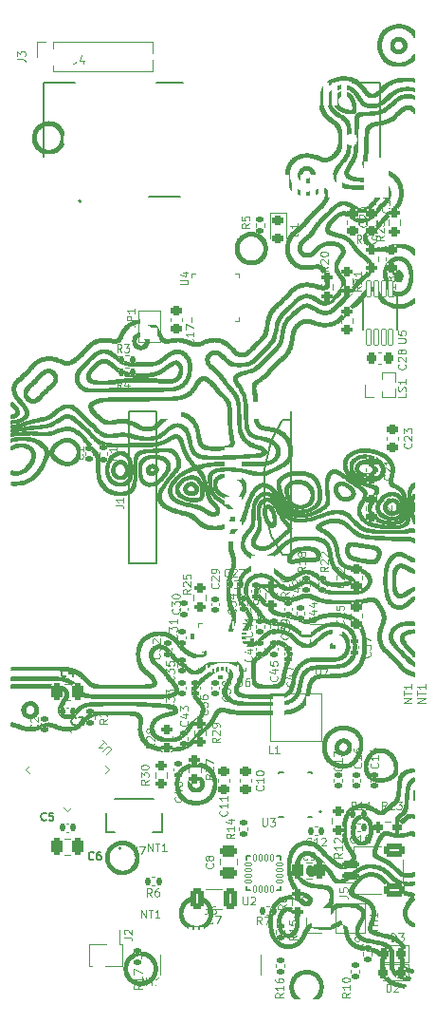
<source format=gbr>
%TF.GenerationSoftware,KiCad,Pcbnew,(6.0.7)*%
%TF.CreationDate,2022-10-07T06:43:14-07:00*%
%TF.ProjectId,phone-rounded,70686f6e-652d-4726-9f75-6e6465642e6b,rev?*%
%TF.SameCoordinates,Original*%
%TF.FileFunction,Legend,Top*%
%TF.FilePolarity,Positive*%
%FSLAX46Y46*%
G04 Gerber Fmt 4.6, Leading zero omitted, Abs format (unit mm)*
G04 Created by KiCad (PCBNEW (6.0.7)) date 2022-10-07 06:43:14*
%MOMM*%
%LPD*%
G01*
G04 APERTURE LIST*
G04 Aperture macros list*
%AMRoundRect*
0 Rectangle with rounded corners*
0 $1 Rounding radius*
0 $2 $3 $4 $5 $6 $7 $8 $9 X,Y pos of 4 corners*
0 Add a 4 corners polygon primitive as box body*
4,1,4,$2,$3,$4,$5,$6,$7,$8,$9,$2,$3,0*
0 Add four circle primitives for the rounded corners*
1,1,$1+$1,$2,$3*
1,1,$1+$1,$4,$5*
1,1,$1+$1,$6,$7*
1,1,$1+$1,$8,$9*
0 Add four rect primitives between the rounded corners*
20,1,$1+$1,$2,$3,$4,$5,0*
20,1,$1+$1,$4,$5,$6,$7,0*
20,1,$1+$1,$6,$7,$8,$9,0*
20,1,$1+$1,$8,$9,$2,$3,0*%
%AMRotRect*
0 Rectangle, with rotation*
0 The origin of the aperture is its center*
0 $1 length*
0 $2 width*
0 $3 Rotation angle, in degrees counterclockwise*
0 Add horizontal line*
21,1,$1,$2,0,0,$3*%
G04 Aperture macros list end*
%ADD10C,0.200000*%
%ADD11C,0.100000*%
%ADD12C,0.150000*%
%ADD13C,0.120000*%
%ADD14C,0.127000*%
%ADD15C,0.152400*%
%ADD16C,0.250000*%
%ADD17C,0.010000*%
%ADD18R,0.946899X0.558800*%
%ADD19RoundRect,0.250000X-0.250000X-0.475000X0.250000X-0.475000X0.250000X0.475000X-0.250000X0.475000X0*%
%ADD20RoundRect,0.140000X0.140000X0.170000X-0.140000X0.170000X-0.140000X-0.170000X0.140000X-0.170000X0*%
%ADD21RoundRect,0.200000X0.275000X-0.200000X0.275000X0.200000X-0.275000X0.200000X-0.275000X-0.200000X0*%
%ADD22RoundRect,0.135000X-0.135000X-0.185000X0.135000X-0.185000X0.135000X0.185000X-0.135000X0.185000X0*%
%ADD23RoundRect,0.140000X0.170000X-0.140000X0.170000X0.140000X-0.170000X0.140000X-0.170000X-0.140000X0*%
%ADD24RoundRect,0.225000X0.250000X-0.225000X0.250000X0.225000X-0.250000X0.225000X-0.250000X-0.225000X0*%
%ADD25RoundRect,0.140000X-0.170000X0.140000X-0.170000X-0.140000X0.170000X-0.140000X0.170000X0.140000X0*%
%ADD26R,1.000000X1.000000*%
%ADD27O,1.000000X1.000000*%
%ADD28RoundRect,0.135000X-0.185000X0.135000X-0.185000X-0.135000X0.185000X-0.135000X0.185000X0.135000X0*%
%ADD29RoundRect,0.135000X0.135000X0.185000X-0.135000X0.185000X-0.135000X-0.185000X0.135000X-0.185000X0*%
%ADD30RoundRect,0.135000X0.185000X-0.135000X0.185000X0.135000X-0.185000X0.135000X-0.185000X-0.135000X0*%
%ADD31R,0.300000X0.800000*%
%ADD32R,0.400000X0.800000*%
%ADD33RoundRect,0.200000X-0.275000X0.200000X-0.275000X-0.200000X0.275000X-0.200000X0.275000X0.200000X0*%
%ADD34RoundRect,0.225000X-0.250000X0.225000X-0.250000X-0.225000X0.250000X-0.225000X0.250000X0.225000X0*%
%ADD35RoundRect,0.250000X0.475000X-0.250000X0.475000X0.250000X-0.475000X0.250000X-0.475000X-0.250000X0*%
%ADD36RoundRect,0.250000X0.325000X0.650000X-0.325000X0.650000X-0.325000X-0.650000X0.325000X-0.650000X0*%
%ADD37C,0.300000*%
%ADD38RoundRect,0.200000X-0.200000X-0.275000X0.200000X-0.275000X0.200000X0.275000X-0.200000X0.275000X0*%
%ADD39RoundRect,0.140000X-0.140000X-0.170000X0.140000X-0.170000X0.140000X0.170000X-0.140000X0.170000X0*%
%ADD40RoundRect,0.218750X0.218750X0.256250X-0.218750X0.256250X-0.218750X-0.256250X0.218750X-0.256250X0*%
%ADD41RoundRect,0.250000X0.650000X-0.350000X0.650000X0.350000X-0.650000X0.350000X-0.650000X-0.350000X0*%
%ADD42RoundRect,0.150000X0.625000X-0.150000X0.625000X0.150000X-0.625000X0.150000X-0.625000X-0.150000X0*%
%ADD43R,1.700000X1.700000*%
%ADD44O,1.700000X1.700000*%
%ADD45R,1.500000X1.000000*%
%ADD46RotRect,3.450000X3.450000X315.000000*%
%ADD47RoundRect,0.062500X-0.309359X-0.220971X-0.220971X-0.309359X0.309359X0.220971X0.220971X0.309359X0*%
%ADD48RoundRect,0.062500X-0.309359X0.220971X0.220971X-0.309359X0.309359X-0.220971X-0.220971X0.309359X0*%
%ADD49R,0.250000X0.400000*%
%ADD50R,0.400000X0.250000*%
%ADD51R,0.675000X0.675000*%
%ADD52R,0.153200X0.706399*%
%ADD53R,0.706399X0.153200*%
%ADD54R,2.692400X2.692400*%
%ADD55R,1.680000X1.680000*%
%ADD56RoundRect,0.016800X0.103200X0.283200X-0.103200X0.283200X-0.103200X-0.283200X0.103200X-0.283200X0*%
%ADD57RoundRect,0.007200X0.292800X0.112800X-0.292800X0.112800X-0.292800X-0.112800X0.292800X-0.112800X0*%
%ADD58O,1.000000X2.100000*%
%ADD59O,1.000000X1.800000*%
%ADD60R,0.600000X1.160000*%
%ADD61R,0.300000X1.160000*%
%ADD62C,0.650000*%
%ADD63C,0.600000*%
%ADD64R,0.650000X1.800000*%
%ADD65R,1.100000X3.700000*%
%ADD66RoundRect,0.028800X-0.211200X0.706200X-0.211200X-0.706200X0.211200X-0.706200X0.211200X0.706200X0*%
%ADD67C,1.100000*%
%ADD68C,1.600000*%
%ADD69R,0.600000X2.000000*%
%ADD70R,2.300000X3.200000*%
%ADD71RoundRect,0.218750X-0.256250X0.218750X-0.256250X-0.218750X0.256250X-0.218750X0.256250X0.218750X0*%
%ADD72R,1.500000X0.800000*%
%ADD73R,2.050000X1.500000*%
%ADD74RoundRect,0.225000X-0.225000X-0.250000X0.225000X-0.250000X0.225000X0.250000X-0.225000X0.250000X0*%
G04 APERTURE END LIST*
D10*
G36*
X141864178Y-64913998D02*
G01*
X141869326Y-64881343D01*
X141876511Y-64849307D01*
X141885674Y-64817972D01*
X141896759Y-64787415D01*
X141909706Y-64757718D01*
X141924458Y-64728959D01*
X141940957Y-64701218D01*
X141959144Y-64674574D01*
X141978962Y-64649108D01*
X142000353Y-64624898D01*
X142023258Y-64602025D01*
X142047620Y-64580567D01*
X142073380Y-64560605D01*
X142100481Y-64542218D01*
X142128865Y-64525485D01*
X142158473Y-64510487D01*
X142189247Y-64497302D01*
X142221130Y-64486011D01*
X142254063Y-64476692D01*
X142287989Y-64469426D01*
X142322848Y-64464292D01*
X142358585Y-64461369D01*
X142395139Y-64460738D01*
X142432454Y-64462477D01*
X142432454Y-64462485D01*
X142459467Y-64465145D01*
X142485824Y-64468840D01*
X142511511Y-64473557D01*
X142536515Y-64479280D01*
X142560822Y-64485995D01*
X142584420Y-64493688D01*
X142607295Y-64502343D01*
X142629435Y-64511947D01*
X142650825Y-64522484D01*
X142671453Y-64533941D01*
X142691306Y-64546302D01*
X142710371Y-64559553D01*
X142728633Y-64573680D01*
X142746081Y-64588668D01*
X142762701Y-64604502D01*
X142778480Y-64621168D01*
X142793405Y-64638651D01*
X142807462Y-64656936D01*
X142820638Y-64676010D01*
X142832921Y-64695858D01*
X142844296Y-64716464D01*
X142854752Y-64737815D01*
X142864274Y-64759896D01*
X142872850Y-64782692D01*
X142880466Y-64806189D01*
X142887109Y-64830372D01*
X142892767Y-64855227D01*
X142897425Y-64880739D01*
X142901071Y-64906893D01*
X142903692Y-64933675D01*
X142905274Y-64961071D01*
X142905804Y-64989066D01*
X142904897Y-65024546D01*
X142902163Y-65058831D01*
X142897581Y-65091958D01*
X142894591Y-65108100D01*
X142891132Y-65123966D01*
X142887201Y-65139562D01*
X142882796Y-65154892D01*
X142877914Y-65169962D01*
X142872553Y-65184775D01*
X142866711Y-65199336D01*
X142860384Y-65213651D01*
X142853570Y-65227724D01*
X142846267Y-65241559D01*
X142838473Y-65255162D01*
X142830184Y-65268537D01*
X142821399Y-65281689D01*
X142812114Y-65294623D01*
X142802328Y-65307343D01*
X142792038Y-65319854D01*
X142781241Y-65332161D01*
X142769935Y-65344268D01*
X142745786Y-65367904D01*
X142719571Y-65390798D01*
X142691270Y-65412989D01*
X142660862Y-65434515D01*
X142636940Y-65448917D01*
X142610524Y-65461699D01*
X142581919Y-65472844D01*
X142551430Y-65482336D01*
X142519360Y-65490160D01*
X142486013Y-65496298D01*
X142451695Y-65500734D01*
X142416708Y-65503452D01*
X142381358Y-65504435D01*
X142345948Y-65503668D01*
X142310782Y-65501134D01*
X142276165Y-65496817D01*
X142242401Y-65490699D01*
X142209793Y-65482766D01*
X142178647Y-65473001D01*
X142149266Y-65461386D01*
X142128038Y-65451475D01*
X142107854Y-65440901D01*
X142088656Y-65429601D01*
X142070389Y-65417512D01*
X142052997Y-65404572D01*
X142036422Y-65390716D01*
X142020609Y-65375883D01*
X142005502Y-65360010D01*
X141991044Y-65343033D01*
X141977179Y-65324890D01*
X141963850Y-65305517D01*
X141951002Y-65284853D01*
X141938578Y-65262834D01*
X141926521Y-65239396D01*
X141914776Y-65214479D01*
X141903286Y-65188017D01*
X141890050Y-65153265D01*
X141879315Y-65118497D01*
X141871023Y-65083792D01*
X141865116Y-65049230D01*
X141861536Y-65014889D01*
X141860225Y-64980851D01*
X141860324Y-64977141D01*
X141925805Y-64977141D01*
X141926571Y-64990871D01*
X141928296Y-65005043D01*
X141930951Y-65019886D01*
X141934507Y-65035628D01*
X141938934Y-65052497D01*
X141944203Y-65070723D01*
X141953822Y-65100194D01*
X141964680Y-65128620D01*
X141976723Y-65155976D01*
X141989898Y-65182238D01*
X142004151Y-65207379D01*
X142019427Y-65231377D01*
X142035672Y-65254205D01*
X142052834Y-65275839D01*
X142070858Y-65296255D01*
X142089690Y-65315427D01*
X142109277Y-65333331D01*
X142129564Y-65349943D01*
X142150497Y-65365236D01*
X142172023Y-65379187D01*
X142194089Y-65391771D01*
X142216639Y-65402963D01*
X142239620Y-65412738D01*
X142262979Y-65421072D01*
X142286661Y-65427939D01*
X142310613Y-65433315D01*
X142334780Y-65437176D01*
X142359110Y-65439495D01*
X142383547Y-65440250D01*
X142408038Y-65439414D01*
X142432530Y-65436963D01*
X142456968Y-65432873D01*
X142481298Y-65427118D01*
X142505468Y-65419674D01*
X142529421Y-65410517D01*
X142553106Y-65399620D01*
X142576468Y-65386960D01*
X142599453Y-65372511D01*
X142627408Y-65352746D01*
X142653657Y-65332308D01*
X142678198Y-65311241D01*
X142701029Y-65289588D01*
X142722148Y-65267391D01*
X142741553Y-65244693D01*
X142759241Y-65221537D01*
X142775211Y-65197965D01*
X142789461Y-65174020D01*
X142801989Y-65149744D01*
X142812792Y-65125182D01*
X142821869Y-65100374D01*
X142829217Y-65075364D01*
X142834835Y-65050195D01*
X142838719Y-65024909D01*
X142840869Y-64999548D01*
X142841283Y-64974157D01*
X142839957Y-64948777D01*
X142836890Y-64923450D01*
X142832080Y-64898221D01*
X142825525Y-64873131D01*
X142817223Y-64848223D01*
X142807172Y-64823539D01*
X142795369Y-64799124D01*
X142781814Y-64775018D01*
X142766502Y-64751266D01*
X142749433Y-64727908D01*
X142730605Y-64704990D01*
X142710015Y-64682552D01*
X142687661Y-64660638D01*
X142663541Y-64639290D01*
X142637654Y-64618552D01*
X142621872Y-64607038D01*
X142605849Y-64596376D01*
X142589601Y-64586560D01*
X142573148Y-64577585D01*
X142556507Y-64569444D01*
X142539697Y-64562131D01*
X142522737Y-64555641D01*
X142505645Y-64549968D01*
X142488439Y-64545106D01*
X142471138Y-64541048D01*
X142453759Y-64537790D01*
X142436322Y-64535325D01*
X142418844Y-64533647D01*
X142401344Y-64532750D01*
X142383841Y-64532629D01*
X142366353Y-64533278D01*
X142366421Y-64533293D01*
X142337366Y-64536057D01*
X142308513Y-64540916D01*
X142279956Y-64547843D01*
X142251786Y-64556811D01*
X142224094Y-64567794D01*
X142196972Y-64580764D01*
X142170512Y-64595695D01*
X142144806Y-64612560D01*
X142119946Y-64631332D01*
X142096022Y-64651985D01*
X142073128Y-64674492D01*
X142051354Y-64698825D01*
X142030792Y-64724959D01*
X142011535Y-64752866D01*
X141993673Y-64782521D01*
X141977299Y-64813895D01*
X141966872Y-64835770D01*
X141957696Y-64855802D01*
X141949740Y-64874220D01*
X141942978Y-64891252D01*
X141937378Y-64907127D01*
X141932912Y-64922073D01*
X141929551Y-64936319D01*
X141927266Y-64950094D01*
X141926027Y-64963625D01*
X141925805Y-64977141D01*
X141860324Y-64977141D01*
X141861125Y-64947194D01*
X141864178Y-64913998D01*
G37*
X141864178Y-64913998D02*
X141869326Y-64881343D01*
X141876511Y-64849307D01*
X141885674Y-64817972D01*
X141896759Y-64787415D01*
X141909706Y-64757718D01*
X141924458Y-64728959D01*
X141940957Y-64701218D01*
X141959144Y-64674574D01*
X141978962Y-64649108D01*
X142000353Y-64624898D01*
X142023258Y-64602025D01*
X142047620Y-64580567D01*
X142073380Y-64560605D01*
X142100481Y-64542218D01*
X142128865Y-64525485D01*
X142158473Y-64510487D01*
X142189247Y-64497302D01*
X142221130Y-64486011D01*
X142254063Y-64476692D01*
X142287989Y-64469426D01*
X142322848Y-64464292D01*
X142358585Y-64461369D01*
X142395139Y-64460738D01*
X142432454Y-64462477D01*
X142432454Y-64462485D01*
X142459467Y-64465145D01*
X142485824Y-64468840D01*
X142511511Y-64473557D01*
X142536515Y-64479280D01*
X142560822Y-64485995D01*
X142584420Y-64493688D01*
X142607295Y-64502343D01*
X142629435Y-64511947D01*
X142650825Y-64522484D01*
X142671453Y-64533941D01*
X142691306Y-64546302D01*
X142710371Y-64559553D01*
X142728633Y-64573680D01*
X142746081Y-64588668D01*
X142762701Y-64604502D01*
X142778480Y-64621168D01*
X142793405Y-64638651D01*
X142807462Y-64656936D01*
X142820638Y-64676010D01*
X142832921Y-64695858D01*
X142844296Y-64716464D01*
X142854752Y-64737815D01*
X142864274Y-64759896D01*
X142872850Y-64782692D01*
X142880466Y-64806189D01*
X142887109Y-64830372D01*
X142892767Y-64855227D01*
X142897425Y-64880739D01*
X142901071Y-64906893D01*
X142903692Y-64933675D01*
X142905274Y-64961071D01*
X142905804Y-64989066D01*
X142904897Y-65024546D01*
X142902163Y-65058831D01*
X142897581Y-65091958D01*
X142894591Y-65108100D01*
X142891132Y-65123966D01*
X142887201Y-65139562D01*
X142882796Y-65154892D01*
X142877914Y-65169962D01*
X142872553Y-65184775D01*
X142866711Y-65199336D01*
X142860384Y-65213651D01*
X142853570Y-65227724D01*
X142846267Y-65241559D01*
X142838473Y-65255162D01*
X142830184Y-65268537D01*
X142821399Y-65281689D01*
X142812114Y-65294623D01*
X142802328Y-65307343D01*
X142792038Y-65319854D01*
X142781241Y-65332161D01*
X142769935Y-65344268D01*
X142745786Y-65367904D01*
X142719571Y-65390798D01*
X142691270Y-65412989D01*
X142660862Y-65434515D01*
X142636940Y-65448917D01*
X142610524Y-65461699D01*
X142581919Y-65472844D01*
X142551430Y-65482336D01*
X142519360Y-65490160D01*
X142486013Y-65496298D01*
X142451695Y-65500734D01*
X142416708Y-65503452D01*
X142381358Y-65504435D01*
X142345948Y-65503668D01*
X142310782Y-65501134D01*
X142276165Y-65496817D01*
X142242401Y-65490699D01*
X142209793Y-65482766D01*
X142178647Y-65473001D01*
X142149266Y-65461386D01*
X142128038Y-65451475D01*
X142107854Y-65440901D01*
X142088656Y-65429601D01*
X142070389Y-65417512D01*
X142052997Y-65404572D01*
X142036422Y-65390716D01*
X142020609Y-65375883D01*
X142005502Y-65360010D01*
X141991044Y-65343033D01*
X141977179Y-65324890D01*
X141963850Y-65305517D01*
X141951002Y-65284853D01*
X141938578Y-65262834D01*
X141926521Y-65239396D01*
X141914776Y-65214479D01*
X141903286Y-65188017D01*
X141890050Y-65153265D01*
X141879315Y-65118497D01*
X141871023Y-65083792D01*
X141865116Y-65049230D01*
X141861536Y-65014889D01*
X141860225Y-64980851D01*
X141860324Y-64977141D01*
X141925805Y-64977141D01*
X141926571Y-64990871D01*
X141928296Y-65005043D01*
X141930951Y-65019886D01*
X141934507Y-65035628D01*
X141938934Y-65052497D01*
X141944203Y-65070723D01*
X141953822Y-65100194D01*
X141964680Y-65128620D01*
X141976723Y-65155976D01*
X141989898Y-65182238D01*
X142004151Y-65207379D01*
X142019427Y-65231377D01*
X142035672Y-65254205D01*
X142052834Y-65275839D01*
X142070858Y-65296255D01*
X142089690Y-65315427D01*
X142109277Y-65333331D01*
X142129564Y-65349943D01*
X142150497Y-65365236D01*
X142172023Y-65379187D01*
X142194089Y-65391771D01*
X142216639Y-65402963D01*
X142239620Y-65412738D01*
X142262979Y-65421072D01*
X142286661Y-65427939D01*
X142310613Y-65433315D01*
X142334780Y-65437176D01*
X142359110Y-65439495D01*
X142383547Y-65440250D01*
X142408038Y-65439414D01*
X142432530Y-65436963D01*
X142456968Y-65432873D01*
X142481298Y-65427118D01*
X142505468Y-65419674D01*
X142529421Y-65410517D01*
X142553106Y-65399620D01*
X142576468Y-65386960D01*
X142599453Y-65372511D01*
X142627408Y-65352746D01*
X142653657Y-65332308D01*
X142678198Y-65311241D01*
X142701029Y-65289588D01*
X142722148Y-65267391D01*
X142741553Y-65244693D01*
X142759241Y-65221537D01*
X142775211Y-65197965D01*
X142789461Y-65174020D01*
X142801989Y-65149744D01*
X142812792Y-65125182D01*
X142821869Y-65100374D01*
X142829217Y-65075364D01*
X142834835Y-65050195D01*
X142838719Y-65024909D01*
X142840869Y-64999548D01*
X142841283Y-64974157D01*
X142839957Y-64948777D01*
X142836890Y-64923450D01*
X142832080Y-64898221D01*
X142825525Y-64873131D01*
X142817223Y-64848223D01*
X142807172Y-64823539D01*
X142795369Y-64799124D01*
X142781814Y-64775018D01*
X142766502Y-64751266D01*
X142749433Y-64727908D01*
X142730605Y-64704990D01*
X142710015Y-64682552D01*
X142687661Y-64660638D01*
X142663541Y-64639290D01*
X142637654Y-64618552D01*
X142621872Y-64607038D01*
X142605849Y-64596376D01*
X142589601Y-64586560D01*
X142573148Y-64577585D01*
X142556507Y-64569444D01*
X142539697Y-64562131D01*
X142522737Y-64555641D01*
X142505645Y-64549968D01*
X142488439Y-64545106D01*
X142471138Y-64541048D01*
X142453759Y-64537790D01*
X142436322Y-64535325D01*
X142418844Y-64533647D01*
X142401344Y-64532750D01*
X142383841Y-64532629D01*
X142366353Y-64533278D01*
X142366421Y-64533293D01*
X142337366Y-64536057D01*
X142308513Y-64540916D01*
X142279956Y-64547843D01*
X142251786Y-64556811D01*
X142224094Y-64567794D01*
X142196972Y-64580764D01*
X142170512Y-64595695D01*
X142144806Y-64612560D01*
X142119946Y-64631332D01*
X142096022Y-64651985D01*
X142073128Y-64674492D01*
X142051354Y-64698825D01*
X142030792Y-64724959D01*
X142011535Y-64752866D01*
X141993673Y-64782521D01*
X141977299Y-64813895D01*
X141966872Y-64835770D01*
X141957696Y-64855802D01*
X141949740Y-64874220D01*
X141942978Y-64891252D01*
X141937378Y-64907127D01*
X141932912Y-64922073D01*
X141929551Y-64936319D01*
X141927266Y-64950094D01*
X141926027Y-64963625D01*
X141925805Y-64977141D01*
X141860324Y-64977141D01*
X141861125Y-64947194D01*
X141864178Y-64913998D01*
G36*
X141705848Y-64914904D02*
G01*
X141710755Y-64872993D01*
X141717794Y-64831736D01*
X141726944Y-64791389D01*
X141738180Y-64752211D01*
X141751479Y-64714458D01*
X141766820Y-64678390D01*
X141784179Y-64644262D01*
X141803532Y-64612334D01*
X141827374Y-64578189D01*
X141852395Y-64546023D01*
X141878588Y-64515842D01*
X141905948Y-64487648D01*
X141934467Y-64461446D01*
X141964140Y-64437240D01*
X141994959Y-64415035D01*
X142026919Y-64394834D01*
X142060012Y-64376642D01*
X142094233Y-64360463D01*
X142129575Y-64346301D01*
X142166032Y-64334160D01*
X142203596Y-64324044D01*
X142242262Y-64315958D01*
X142282023Y-64309906D01*
X142322873Y-64305891D01*
X142322834Y-64305891D01*
X142355183Y-64304163D01*
X142387149Y-64303674D01*
X142418711Y-64304409D01*
X142449842Y-64306349D01*
X142480518Y-64309481D01*
X142510715Y-64313786D01*
X142540408Y-64319249D01*
X142569574Y-64325854D01*
X142598186Y-64333583D01*
X142626221Y-64342422D01*
X142653654Y-64352353D01*
X142680461Y-64363360D01*
X142706618Y-64375428D01*
X142732099Y-64388538D01*
X142756880Y-64402677D01*
X142780937Y-64417826D01*
X142804245Y-64433970D01*
X142826780Y-64451093D01*
X142848517Y-64469177D01*
X142869431Y-64488208D01*
X142889499Y-64508168D01*
X142908695Y-64529041D01*
X142926996Y-64550811D01*
X142944376Y-64573462D01*
X142960812Y-64596977D01*
X142976278Y-64621340D01*
X142990750Y-64646535D01*
X143004204Y-64672546D01*
X143016614Y-64699355D01*
X143027958Y-64726947D01*
X143038210Y-64755306D01*
X143047345Y-64784415D01*
X143059861Y-64833343D01*
X143068922Y-64881853D01*
X143074624Y-64929846D01*
X143077061Y-64977223D01*
X143076329Y-65023886D01*
X143072523Y-65069737D01*
X143065737Y-65114678D01*
X143056068Y-65158609D01*
X143043610Y-65201434D01*
X143028457Y-65243053D01*
X143010706Y-65283368D01*
X142990452Y-65322281D01*
X142967788Y-65359694D01*
X142942812Y-65395508D01*
X142915617Y-65429624D01*
X142886299Y-65461945D01*
X142854952Y-65492372D01*
X142821673Y-65520807D01*
X142786556Y-65547151D01*
X142749696Y-65571307D01*
X142711188Y-65593175D01*
X142671127Y-65612658D01*
X142629609Y-65629657D01*
X142586729Y-65644073D01*
X142542581Y-65655810D01*
X142497261Y-65664767D01*
X142450864Y-65670847D01*
X142403485Y-65673951D01*
X142355219Y-65673982D01*
X142306162Y-65670840D01*
X142256407Y-65664428D01*
X142206051Y-65654646D01*
X142189741Y-65650514D01*
X142173188Y-65645489D01*
X142139497Y-65632894D01*
X142105276Y-65617123D01*
X142070817Y-65598440D01*
X142036417Y-65577107D01*
X142002369Y-65553388D01*
X141968969Y-65527545D01*
X141936511Y-65499841D01*
X141905289Y-65470540D01*
X141875599Y-65439904D01*
X141847736Y-65408197D01*
X141821993Y-65375680D01*
X141798667Y-65342619D01*
X141778050Y-65309274D01*
X141760440Y-65275910D01*
X141752853Y-65259302D01*
X141746129Y-65242789D01*
X141733147Y-65204927D01*
X141722481Y-65165658D01*
X141714109Y-65125238D01*
X141708008Y-65083926D01*
X141704154Y-65041979D01*
X141702525Y-64999655D01*
X141702764Y-64981922D01*
X141770814Y-64981922D01*
X141771172Y-65006322D01*
X141772649Y-65030708D01*
X141775254Y-65055050D01*
X141779000Y-65079319D01*
X141783897Y-65103486D01*
X141789955Y-65127522D01*
X141797186Y-65151398D01*
X141805600Y-65175085D01*
X141819852Y-65209628D01*
X141835693Y-65242882D01*
X141853051Y-65274822D01*
X141871853Y-65305420D01*
X141892029Y-65334650D01*
X141913506Y-65362484D01*
X141936214Y-65388897D01*
X141960079Y-65413860D01*
X141985031Y-65437348D01*
X142010997Y-65459333D01*
X142037907Y-65479788D01*
X142065688Y-65498686D01*
X142094269Y-65516002D01*
X142123578Y-65531707D01*
X142153544Y-65545775D01*
X142184094Y-65558178D01*
X142215157Y-65568891D01*
X142246662Y-65577886D01*
X142278536Y-65585137D01*
X142310708Y-65590616D01*
X142343106Y-65594296D01*
X142375659Y-65596151D01*
X142408295Y-65596154D01*
X142440942Y-65594278D01*
X142473529Y-65590496D01*
X142505983Y-65584781D01*
X142538234Y-65577107D01*
X142570209Y-65567446D01*
X142601837Y-65555771D01*
X142633046Y-65542057D01*
X142663764Y-65526275D01*
X142693921Y-65508398D01*
X142726251Y-65486754D01*
X142756849Y-65463964D01*
X142785707Y-65440093D01*
X142812814Y-65415208D01*
X142838163Y-65389372D01*
X142861744Y-65362650D01*
X142883548Y-65335107D01*
X142903566Y-65306808D01*
X142921789Y-65277818D01*
X142938208Y-65248202D01*
X142952814Y-65218025D01*
X142965597Y-65187350D01*
X142976549Y-65156244D01*
X142985661Y-65124771D01*
X142992924Y-65092996D01*
X142998328Y-65060984D01*
X143001864Y-65028799D01*
X143003524Y-64996507D01*
X143003299Y-64964172D01*
X143001178Y-64931860D01*
X142997154Y-64899634D01*
X142991218Y-64867560D01*
X142983359Y-64835703D01*
X142973570Y-64804128D01*
X142961841Y-64772898D01*
X142948162Y-64742081D01*
X142932526Y-64711739D01*
X142914923Y-64681938D01*
X142895343Y-64652743D01*
X142873779Y-64624219D01*
X142850220Y-64596430D01*
X142824658Y-64569441D01*
X142803524Y-64549037D01*
X142782031Y-64529717D01*
X142760200Y-64511484D01*
X142738051Y-64494341D01*
X142715603Y-64478291D01*
X142692876Y-64463336D01*
X142669890Y-64449479D01*
X142646666Y-64436722D01*
X142623222Y-64425069D01*
X142599580Y-64414522D01*
X142575758Y-64405085D01*
X142551776Y-64396758D01*
X142527656Y-64389547D01*
X142503415Y-64383452D01*
X142479075Y-64378477D01*
X142454655Y-64374625D01*
X142454655Y-64374617D01*
X142430173Y-64371886D01*
X142405648Y-64370278D01*
X142381101Y-64369798D01*
X142356553Y-64370447D01*
X142332026Y-64372231D01*
X142307540Y-64375151D01*
X142283118Y-64379212D01*
X142258780Y-64384416D01*
X142234548Y-64390768D01*
X142210442Y-64398270D01*
X142186485Y-64406926D01*
X142162698Y-64416739D01*
X142139101Y-64427714D01*
X142115716Y-64439852D01*
X142092565Y-64453158D01*
X142069668Y-64467635D01*
X142024041Y-64500353D01*
X141981893Y-64535691D01*
X141943311Y-64573416D01*
X141908382Y-64613295D01*
X141877192Y-64655094D01*
X141849827Y-64698582D01*
X141826374Y-64743526D01*
X141806920Y-64789691D01*
X141791550Y-64836847D01*
X141780351Y-64884759D01*
X141773411Y-64933195D01*
X141771564Y-64957537D01*
X141770814Y-64981922D01*
X141702764Y-64981922D01*
X141703097Y-64957210D01*
X141705848Y-64914904D01*
G37*
X141705848Y-64914904D02*
X141710755Y-64872993D01*
X141717794Y-64831736D01*
X141726944Y-64791389D01*
X141738180Y-64752211D01*
X141751479Y-64714458D01*
X141766820Y-64678390D01*
X141784179Y-64644262D01*
X141803532Y-64612334D01*
X141827374Y-64578189D01*
X141852395Y-64546023D01*
X141878588Y-64515842D01*
X141905948Y-64487648D01*
X141934467Y-64461446D01*
X141964140Y-64437240D01*
X141994959Y-64415035D01*
X142026919Y-64394834D01*
X142060012Y-64376642D01*
X142094233Y-64360463D01*
X142129575Y-64346301D01*
X142166032Y-64334160D01*
X142203596Y-64324044D01*
X142242262Y-64315958D01*
X142282023Y-64309906D01*
X142322873Y-64305891D01*
X142322834Y-64305891D01*
X142355183Y-64304163D01*
X142387149Y-64303674D01*
X142418711Y-64304409D01*
X142449842Y-64306349D01*
X142480518Y-64309481D01*
X142510715Y-64313786D01*
X142540408Y-64319249D01*
X142569574Y-64325854D01*
X142598186Y-64333583D01*
X142626221Y-64342422D01*
X142653654Y-64352353D01*
X142680461Y-64363360D01*
X142706618Y-64375428D01*
X142732099Y-64388538D01*
X142756880Y-64402677D01*
X142780937Y-64417826D01*
X142804245Y-64433970D01*
X142826780Y-64451093D01*
X142848517Y-64469177D01*
X142869431Y-64488208D01*
X142889499Y-64508168D01*
X142908695Y-64529041D01*
X142926996Y-64550811D01*
X142944376Y-64573462D01*
X142960812Y-64596977D01*
X142976278Y-64621340D01*
X142990750Y-64646535D01*
X143004204Y-64672546D01*
X143016614Y-64699355D01*
X143027958Y-64726947D01*
X143038210Y-64755306D01*
X143047345Y-64784415D01*
X143059861Y-64833343D01*
X143068922Y-64881853D01*
X143074624Y-64929846D01*
X143077061Y-64977223D01*
X143076329Y-65023886D01*
X143072523Y-65069737D01*
X143065737Y-65114678D01*
X143056068Y-65158609D01*
X143043610Y-65201434D01*
X143028457Y-65243053D01*
X143010706Y-65283368D01*
X142990452Y-65322281D01*
X142967788Y-65359694D01*
X142942812Y-65395508D01*
X142915617Y-65429624D01*
X142886299Y-65461945D01*
X142854952Y-65492372D01*
X142821673Y-65520807D01*
X142786556Y-65547151D01*
X142749696Y-65571307D01*
X142711188Y-65593175D01*
X142671127Y-65612658D01*
X142629609Y-65629657D01*
X142586729Y-65644073D01*
X142542581Y-65655810D01*
X142497261Y-65664767D01*
X142450864Y-65670847D01*
X142403485Y-65673951D01*
X142355219Y-65673982D01*
X142306162Y-65670840D01*
X142256407Y-65664428D01*
X142206051Y-65654646D01*
X142189741Y-65650514D01*
X142173188Y-65645489D01*
X142139497Y-65632894D01*
X142105276Y-65617123D01*
X142070817Y-65598440D01*
X142036417Y-65577107D01*
X142002369Y-65553388D01*
X141968969Y-65527545D01*
X141936511Y-65499841D01*
X141905289Y-65470540D01*
X141875599Y-65439904D01*
X141847736Y-65408197D01*
X141821993Y-65375680D01*
X141798667Y-65342619D01*
X141778050Y-65309274D01*
X141760440Y-65275910D01*
X141752853Y-65259302D01*
X141746129Y-65242789D01*
X141733147Y-65204927D01*
X141722481Y-65165658D01*
X141714109Y-65125238D01*
X141708008Y-65083926D01*
X141704154Y-65041979D01*
X141702525Y-64999655D01*
X141702764Y-64981922D01*
X141770814Y-64981922D01*
X141771172Y-65006322D01*
X141772649Y-65030708D01*
X141775254Y-65055050D01*
X141779000Y-65079319D01*
X141783897Y-65103486D01*
X141789955Y-65127522D01*
X141797186Y-65151398D01*
X141805600Y-65175085D01*
X141819852Y-65209628D01*
X141835693Y-65242882D01*
X141853051Y-65274822D01*
X141871853Y-65305420D01*
X141892029Y-65334650D01*
X141913506Y-65362484D01*
X141936214Y-65388897D01*
X141960079Y-65413860D01*
X141985031Y-65437348D01*
X142010997Y-65459333D01*
X142037907Y-65479788D01*
X142065688Y-65498686D01*
X142094269Y-65516002D01*
X142123578Y-65531707D01*
X142153544Y-65545775D01*
X142184094Y-65558178D01*
X142215157Y-65568891D01*
X142246662Y-65577886D01*
X142278536Y-65585137D01*
X142310708Y-65590616D01*
X142343106Y-65594296D01*
X142375659Y-65596151D01*
X142408295Y-65596154D01*
X142440942Y-65594278D01*
X142473529Y-65590496D01*
X142505983Y-65584781D01*
X142538234Y-65577107D01*
X142570209Y-65567446D01*
X142601837Y-65555771D01*
X142633046Y-65542057D01*
X142663764Y-65526275D01*
X142693921Y-65508398D01*
X142726251Y-65486754D01*
X142756849Y-65463964D01*
X142785707Y-65440093D01*
X142812814Y-65415208D01*
X142838163Y-65389372D01*
X142861744Y-65362650D01*
X142883548Y-65335107D01*
X142903566Y-65306808D01*
X142921789Y-65277818D01*
X142938208Y-65248202D01*
X142952814Y-65218025D01*
X142965597Y-65187350D01*
X142976549Y-65156244D01*
X142985661Y-65124771D01*
X142992924Y-65092996D01*
X142998328Y-65060984D01*
X143001864Y-65028799D01*
X143003524Y-64996507D01*
X143003299Y-64964172D01*
X143001178Y-64931860D01*
X142997154Y-64899634D01*
X142991218Y-64867560D01*
X142983359Y-64835703D01*
X142973570Y-64804128D01*
X142961841Y-64772898D01*
X142948162Y-64742081D01*
X142932526Y-64711739D01*
X142914923Y-64681938D01*
X142895343Y-64652743D01*
X142873779Y-64624219D01*
X142850220Y-64596430D01*
X142824658Y-64569441D01*
X142803524Y-64549037D01*
X142782031Y-64529717D01*
X142760200Y-64511484D01*
X142738051Y-64494341D01*
X142715603Y-64478291D01*
X142692876Y-64463336D01*
X142669890Y-64449479D01*
X142646666Y-64436722D01*
X142623222Y-64425069D01*
X142599580Y-64414522D01*
X142575758Y-64405085D01*
X142551776Y-64396758D01*
X142527656Y-64389547D01*
X142503415Y-64383452D01*
X142479075Y-64378477D01*
X142454655Y-64374625D01*
X142454655Y-64374617D01*
X142430173Y-64371886D01*
X142405648Y-64370278D01*
X142381101Y-64369798D01*
X142356553Y-64370447D01*
X142332026Y-64372231D01*
X142307540Y-64375151D01*
X142283118Y-64379212D01*
X142258780Y-64384416D01*
X142234548Y-64390768D01*
X142210442Y-64398270D01*
X142186485Y-64406926D01*
X142162698Y-64416739D01*
X142139101Y-64427714D01*
X142115716Y-64439852D01*
X142092565Y-64453158D01*
X142069668Y-64467635D01*
X142024041Y-64500353D01*
X141981893Y-64535691D01*
X141943311Y-64573416D01*
X141908382Y-64613295D01*
X141877192Y-64655094D01*
X141849827Y-64698582D01*
X141826374Y-64743526D01*
X141806920Y-64789691D01*
X141791550Y-64836847D01*
X141780351Y-64884759D01*
X141773411Y-64933195D01*
X141771564Y-64957537D01*
X141770814Y-64981922D01*
X141702764Y-64981922D01*
X141703097Y-64957210D01*
X141705848Y-64914904D01*
G36*
X142484333Y-63336869D02*
G01*
X142600271Y-63345389D01*
X142712913Y-63359829D01*
X142822090Y-63380090D01*
X142875326Y-63392373D01*
X142927632Y-63406074D01*
X142978988Y-63421183D01*
X143029371Y-63437686D01*
X143078762Y-63455571D01*
X143127138Y-63474826D01*
X143174478Y-63495439D01*
X143220762Y-63517398D01*
X143265968Y-63540691D01*
X143310074Y-63565304D01*
X143353061Y-63591227D01*
X143394906Y-63618447D01*
X143435589Y-63646952D01*
X143475088Y-63676729D01*
X143513382Y-63707767D01*
X143550450Y-63740053D01*
X143586271Y-63773575D01*
X143620824Y-63808321D01*
X143654087Y-63844278D01*
X143686040Y-63881435D01*
X143716661Y-63919780D01*
X143745928Y-63959299D01*
X143773822Y-63999982D01*
X143800320Y-64041815D01*
X143800320Y-64227332D01*
X143762535Y-64154414D01*
X143721531Y-64084676D01*
X143677304Y-64018125D01*
X143629847Y-63954768D01*
X143579156Y-63894613D01*
X143525226Y-63837669D01*
X143468051Y-63783942D01*
X143407626Y-63733442D01*
X143343945Y-63686175D01*
X143277004Y-63642149D01*
X143206797Y-63601372D01*
X143133319Y-63563853D01*
X143056565Y-63529598D01*
X142976529Y-63498616D01*
X142893206Y-63470914D01*
X142806591Y-63446501D01*
X142726889Y-63428574D01*
X142644431Y-63415060D01*
X142559725Y-63405882D01*
X142473281Y-63400964D01*
X142385606Y-63400227D01*
X142297207Y-63403594D01*
X142208594Y-63410988D01*
X142120273Y-63422331D01*
X142032754Y-63437547D01*
X141946543Y-63456557D01*
X141862150Y-63479284D01*
X141780081Y-63505651D01*
X141700846Y-63535581D01*
X141624952Y-63568996D01*
X141552906Y-63605819D01*
X141485218Y-63645972D01*
X141448363Y-63670806D01*
X141410972Y-63698427D01*
X141373304Y-63728545D01*
X141335613Y-63760874D01*
X141298159Y-63795125D01*
X141261196Y-63831011D01*
X141224984Y-63868244D01*
X141189777Y-63906537D01*
X141155833Y-63945600D01*
X141123409Y-63985148D01*
X141092763Y-64024892D01*
X141064149Y-64064544D01*
X141037827Y-64103817D01*
X141014051Y-64142423D01*
X140993080Y-64180074D01*
X140975171Y-64216483D01*
X140940970Y-64296102D01*
X140910706Y-64376398D01*
X140884336Y-64457229D01*
X140861818Y-64538454D01*
X140843111Y-64619932D01*
X140828172Y-64701523D01*
X140816960Y-64783085D01*
X140809433Y-64864479D01*
X140805549Y-64945562D01*
X140805266Y-65026194D01*
X140808542Y-65106234D01*
X140815335Y-65185541D01*
X140825603Y-65263975D01*
X140839305Y-65341394D01*
X140856397Y-65417658D01*
X140876840Y-65492626D01*
X140900590Y-65566156D01*
X140927606Y-65638108D01*
X140957846Y-65708341D01*
X140991268Y-65776715D01*
X141027829Y-65843087D01*
X141067489Y-65907318D01*
X141110205Y-65969267D01*
X141155935Y-66028792D01*
X141204638Y-66085753D01*
X141256271Y-66140009D01*
X141310793Y-66191419D01*
X141368161Y-66239842D01*
X141428335Y-66285137D01*
X141491271Y-66327163D01*
X141556928Y-66365780D01*
X141625264Y-66400847D01*
X141694110Y-66432235D01*
X141762725Y-66460556D01*
X141831169Y-66485817D01*
X141899504Y-66508026D01*
X141967791Y-66527191D01*
X142036091Y-66543320D01*
X142104464Y-66556420D01*
X142172972Y-66566500D01*
X142241676Y-66573567D01*
X142310637Y-66577630D01*
X142379915Y-66578695D01*
X142449573Y-66576772D01*
X142519670Y-66571867D01*
X142590269Y-66563989D01*
X142661429Y-66553145D01*
X142733212Y-66539343D01*
X142826415Y-66517280D01*
X142916090Y-66491340D01*
X143002237Y-66461542D01*
X143084854Y-66427905D01*
X143163938Y-66390448D01*
X143239490Y-66349189D01*
X143311506Y-66304147D01*
X143379985Y-66255341D01*
X143444927Y-66202790D01*
X143506329Y-66146512D01*
X143564189Y-66086527D01*
X143618507Y-66022853D01*
X143669281Y-65955508D01*
X143716509Y-65884513D01*
X143760189Y-65809884D01*
X143800320Y-65731642D01*
X143800320Y-65905791D01*
X143774969Y-65948520D01*
X143748714Y-65990413D01*
X143721448Y-66031319D01*
X143707402Y-66051356D01*
X143693064Y-66071091D01*
X143678420Y-66090505D01*
X143663457Y-66109579D01*
X143648161Y-66128295D01*
X143632519Y-66146634D01*
X143616518Y-66164577D01*
X143600145Y-66182107D01*
X143583386Y-66199204D01*
X143566227Y-66215849D01*
X143492466Y-66280292D01*
X143412820Y-66339903D01*
X143327784Y-66394564D01*
X143237854Y-66444157D01*
X143143527Y-66488562D01*
X143045298Y-66527663D01*
X142943663Y-66561339D01*
X142839119Y-66589474D01*
X142732162Y-66611949D01*
X142623286Y-66628644D01*
X142512989Y-66639443D01*
X142401767Y-66644226D01*
X142290114Y-66642875D01*
X142178528Y-66635272D01*
X142067505Y-66621299D01*
X141957539Y-66600836D01*
X141886437Y-66583909D01*
X141817202Y-66564458D01*
X141749859Y-66542519D01*
X141684436Y-66518124D01*
X141620958Y-66491310D01*
X141559453Y-66462112D01*
X141499946Y-66430563D01*
X141442464Y-66396699D01*
X141387033Y-66360554D01*
X141333680Y-66322164D01*
X141282430Y-66281562D01*
X141233312Y-66238785D01*
X141186350Y-66193865D01*
X141141572Y-66146840D01*
X141099003Y-66097742D01*
X141058670Y-66046606D01*
X141020601Y-65993469D01*
X140984819Y-65938364D01*
X140951354Y-65881325D01*
X140920230Y-65822389D01*
X140891474Y-65761589D01*
X140865113Y-65698961D01*
X140819680Y-65568357D01*
X140784141Y-65430856D01*
X140758710Y-65286736D01*
X140743596Y-65136275D01*
X140739010Y-64979750D01*
X140741204Y-64886559D01*
X140747003Y-64795590D01*
X140756362Y-64706890D01*
X140769232Y-64620507D01*
X140785568Y-64536488D01*
X140805323Y-64454880D01*
X140828449Y-64375731D01*
X140854900Y-64299087D01*
X140884629Y-64224997D01*
X140917589Y-64153507D01*
X140953733Y-64084665D01*
X140993014Y-64018518D01*
X141035385Y-63955114D01*
X141080800Y-63894498D01*
X141129212Y-63836720D01*
X141180573Y-63781826D01*
X141234837Y-63729864D01*
X141291957Y-63680880D01*
X141351887Y-63634923D01*
X141414578Y-63592039D01*
X141479985Y-63552276D01*
X141548060Y-63515680D01*
X141618757Y-63482300D01*
X141692029Y-63452183D01*
X141767829Y-63425375D01*
X141846109Y-63401925D01*
X141926824Y-63381879D01*
X142009926Y-63365285D01*
X142095369Y-63352190D01*
X142183104Y-63342641D01*
X142273087Y-63336686D01*
X142365269Y-63334372D01*
X142365269Y-63334364D01*
X142484333Y-63336869D01*
G37*
X142484333Y-63336869D02*
X142600271Y-63345389D01*
X142712913Y-63359829D01*
X142822090Y-63380090D01*
X142875326Y-63392373D01*
X142927632Y-63406074D01*
X142978988Y-63421183D01*
X143029371Y-63437686D01*
X143078762Y-63455571D01*
X143127138Y-63474826D01*
X143174478Y-63495439D01*
X143220762Y-63517398D01*
X143265968Y-63540691D01*
X143310074Y-63565304D01*
X143353061Y-63591227D01*
X143394906Y-63618447D01*
X143435589Y-63646952D01*
X143475088Y-63676729D01*
X143513382Y-63707767D01*
X143550450Y-63740053D01*
X143586271Y-63773575D01*
X143620824Y-63808321D01*
X143654087Y-63844278D01*
X143686040Y-63881435D01*
X143716661Y-63919780D01*
X143745928Y-63959299D01*
X143773822Y-63999982D01*
X143800320Y-64041815D01*
X143800320Y-64227332D01*
X143762535Y-64154414D01*
X143721531Y-64084676D01*
X143677304Y-64018125D01*
X143629847Y-63954768D01*
X143579156Y-63894613D01*
X143525226Y-63837669D01*
X143468051Y-63783942D01*
X143407626Y-63733442D01*
X143343945Y-63686175D01*
X143277004Y-63642149D01*
X143206797Y-63601372D01*
X143133319Y-63563853D01*
X143056565Y-63529598D01*
X142976529Y-63498616D01*
X142893206Y-63470914D01*
X142806591Y-63446501D01*
X142726889Y-63428574D01*
X142644431Y-63415060D01*
X142559725Y-63405882D01*
X142473281Y-63400964D01*
X142385606Y-63400227D01*
X142297207Y-63403594D01*
X142208594Y-63410988D01*
X142120273Y-63422331D01*
X142032754Y-63437547D01*
X141946543Y-63456557D01*
X141862150Y-63479284D01*
X141780081Y-63505651D01*
X141700846Y-63535581D01*
X141624952Y-63568996D01*
X141552906Y-63605819D01*
X141485218Y-63645972D01*
X141448363Y-63670806D01*
X141410972Y-63698427D01*
X141373304Y-63728545D01*
X141335613Y-63760874D01*
X141298159Y-63795125D01*
X141261196Y-63831011D01*
X141224984Y-63868244D01*
X141189777Y-63906537D01*
X141155833Y-63945600D01*
X141123409Y-63985148D01*
X141092763Y-64024892D01*
X141064149Y-64064544D01*
X141037827Y-64103817D01*
X141014051Y-64142423D01*
X140993080Y-64180074D01*
X140975171Y-64216483D01*
X140940970Y-64296102D01*
X140910706Y-64376398D01*
X140884336Y-64457229D01*
X140861818Y-64538454D01*
X140843111Y-64619932D01*
X140828172Y-64701523D01*
X140816960Y-64783085D01*
X140809433Y-64864479D01*
X140805549Y-64945562D01*
X140805266Y-65026194D01*
X140808542Y-65106234D01*
X140815335Y-65185541D01*
X140825603Y-65263975D01*
X140839305Y-65341394D01*
X140856397Y-65417658D01*
X140876840Y-65492626D01*
X140900590Y-65566156D01*
X140927606Y-65638108D01*
X140957846Y-65708341D01*
X140991268Y-65776715D01*
X141027829Y-65843087D01*
X141067489Y-65907318D01*
X141110205Y-65969267D01*
X141155935Y-66028792D01*
X141204638Y-66085753D01*
X141256271Y-66140009D01*
X141310793Y-66191419D01*
X141368161Y-66239842D01*
X141428335Y-66285137D01*
X141491271Y-66327163D01*
X141556928Y-66365780D01*
X141625264Y-66400847D01*
X141694110Y-66432235D01*
X141762725Y-66460556D01*
X141831169Y-66485817D01*
X141899504Y-66508026D01*
X141967791Y-66527191D01*
X142036091Y-66543320D01*
X142104464Y-66556420D01*
X142172972Y-66566500D01*
X142241676Y-66573567D01*
X142310637Y-66577630D01*
X142379915Y-66578695D01*
X142449573Y-66576772D01*
X142519670Y-66571867D01*
X142590269Y-66563989D01*
X142661429Y-66553145D01*
X142733212Y-66539343D01*
X142826415Y-66517280D01*
X142916090Y-66491340D01*
X143002237Y-66461542D01*
X143084854Y-66427905D01*
X143163938Y-66390448D01*
X143239490Y-66349189D01*
X143311506Y-66304147D01*
X143379985Y-66255341D01*
X143444927Y-66202790D01*
X143506329Y-66146512D01*
X143564189Y-66086527D01*
X143618507Y-66022853D01*
X143669281Y-65955508D01*
X143716509Y-65884513D01*
X143760189Y-65809884D01*
X143800320Y-65731642D01*
X143800320Y-65905791D01*
X143774969Y-65948520D01*
X143748714Y-65990413D01*
X143721448Y-66031319D01*
X143707402Y-66051356D01*
X143693064Y-66071091D01*
X143678420Y-66090505D01*
X143663457Y-66109579D01*
X143648161Y-66128295D01*
X143632519Y-66146634D01*
X143616518Y-66164577D01*
X143600145Y-66182107D01*
X143583386Y-66199204D01*
X143566227Y-66215849D01*
X143492466Y-66280292D01*
X143412820Y-66339903D01*
X143327784Y-66394564D01*
X143237854Y-66444157D01*
X143143527Y-66488562D01*
X143045298Y-66527663D01*
X142943663Y-66561339D01*
X142839119Y-66589474D01*
X142732162Y-66611949D01*
X142623286Y-66628644D01*
X142512989Y-66639443D01*
X142401767Y-66644226D01*
X142290114Y-66642875D01*
X142178528Y-66635272D01*
X142067505Y-66621299D01*
X141957539Y-66600836D01*
X141886437Y-66583909D01*
X141817202Y-66564458D01*
X141749859Y-66542519D01*
X141684436Y-66518124D01*
X141620958Y-66491310D01*
X141559453Y-66462112D01*
X141499946Y-66430563D01*
X141442464Y-66396699D01*
X141387033Y-66360554D01*
X141333680Y-66322164D01*
X141282430Y-66281562D01*
X141233312Y-66238785D01*
X141186350Y-66193865D01*
X141141572Y-66146840D01*
X141099003Y-66097742D01*
X141058670Y-66046606D01*
X141020601Y-65993469D01*
X140984819Y-65938364D01*
X140951354Y-65881325D01*
X140920230Y-65822389D01*
X140891474Y-65761589D01*
X140865113Y-65698961D01*
X140819680Y-65568357D01*
X140784141Y-65430856D01*
X140758710Y-65286736D01*
X140743596Y-65136275D01*
X140739010Y-64979750D01*
X140741204Y-64886559D01*
X140747003Y-64795590D01*
X140756362Y-64706890D01*
X140769232Y-64620507D01*
X140785568Y-64536488D01*
X140805323Y-64454880D01*
X140828449Y-64375731D01*
X140854900Y-64299087D01*
X140884629Y-64224997D01*
X140917589Y-64153507D01*
X140953733Y-64084665D01*
X140993014Y-64018518D01*
X141035385Y-63955114D01*
X141080800Y-63894498D01*
X141129212Y-63836720D01*
X141180573Y-63781826D01*
X141234837Y-63729864D01*
X141291957Y-63680880D01*
X141351887Y-63634923D01*
X141414578Y-63592039D01*
X141479985Y-63552276D01*
X141548060Y-63515680D01*
X141618757Y-63482300D01*
X141692029Y-63452183D01*
X141767829Y-63425375D01*
X141846109Y-63401925D01*
X141926824Y-63381879D01*
X142009926Y-63365285D01*
X142095369Y-63352190D01*
X142183104Y-63342641D01*
X142273087Y-63336686D01*
X142365269Y-63334372D01*
X142365269Y-63334364D01*
X142484333Y-63336869D01*
G36*
X142459923Y-63159152D02*
G01*
X142517060Y-63161840D01*
X142574092Y-63166217D01*
X142631009Y-63172282D01*
X142687800Y-63180031D01*
X142744456Y-63189462D01*
X142800967Y-63200573D01*
X142857321Y-63213360D01*
X142913510Y-63227822D01*
X142969523Y-63243955D01*
X143025350Y-63261757D01*
X143080981Y-63281226D01*
X143136406Y-63302359D01*
X143191615Y-63325153D01*
X143246597Y-63349606D01*
X143301342Y-63375716D01*
X143337290Y-63393987D01*
X143372457Y-63412971D01*
X143406852Y-63432655D01*
X143440483Y-63453031D01*
X143473360Y-63474087D01*
X143505490Y-63495815D01*
X143536882Y-63518203D01*
X143567544Y-63541243D01*
X143597486Y-63564923D01*
X143626716Y-63589235D01*
X143655241Y-63614167D01*
X143683071Y-63639709D01*
X143710215Y-63665853D01*
X143736680Y-63692587D01*
X143762475Y-63719901D01*
X143787610Y-63747786D01*
X143789691Y-63784680D01*
X143791489Y-63821726D01*
X143794613Y-63896101D01*
X143766989Y-63860720D01*
X143738407Y-63826146D01*
X143708870Y-63792398D01*
X143678379Y-63759494D01*
X143646938Y-63727453D01*
X143614549Y-63696293D01*
X143581214Y-63666032D01*
X143546937Y-63636690D01*
X143511720Y-63608284D01*
X143475566Y-63580833D01*
X143438476Y-63554355D01*
X143400454Y-63528869D01*
X143361502Y-63504394D01*
X143321623Y-63480948D01*
X143280820Y-63458549D01*
X143239094Y-63437216D01*
X143160211Y-63399840D01*
X143082658Y-63366182D01*
X143006222Y-63336213D01*
X142930688Y-63309900D01*
X142855841Y-63287215D01*
X142781465Y-63268125D01*
X142707347Y-63252600D01*
X142633272Y-63240610D01*
X142559024Y-63232123D01*
X142484389Y-63227109D01*
X142409152Y-63225537D01*
X142333099Y-63227376D01*
X142256014Y-63232596D01*
X142177683Y-63241166D01*
X142097891Y-63253055D01*
X142016423Y-63268233D01*
X141897687Y-63296019D01*
X141783585Y-63329927D01*
X141674217Y-63369866D01*
X141569684Y-63415748D01*
X141470086Y-63467483D01*
X141375526Y-63524982D01*
X141286104Y-63588156D01*
X141201920Y-63656915D01*
X141123076Y-63731171D01*
X141049673Y-63810833D01*
X140981811Y-63895814D01*
X140919592Y-63986023D01*
X140863117Y-64081371D01*
X140812486Y-64181770D01*
X140767800Y-64287129D01*
X140729161Y-64397360D01*
X140701476Y-64491556D01*
X140678340Y-64584560D01*
X140659763Y-64676500D01*
X140645753Y-64767502D01*
X140636319Y-64857693D01*
X140631470Y-64947199D01*
X140631216Y-65036147D01*
X140635565Y-65124663D01*
X140644527Y-65212873D01*
X140658110Y-65300905D01*
X140676324Y-65388884D01*
X140699178Y-65476937D01*
X140726680Y-65565190D01*
X140758840Y-65653771D01*
X140795667Y-65742805D01*
X140837170Y-65832419D01*
X140870689Y-65897147D01*
X140907089Y-65959814D01*
X140946274Y-66020381D01*
X140988146Y-66078806D01*
X141079561Y-66189067D01*
X141180555Y-66290269D01*
X141290349Y-66382085D01*
X141408166Y-66464187D01*
X141533225Y-66536247D01*
X141664748Y-66597938D01*
X141801956Y-66648933D01*
X141944070Y-66688903D01*
X142090311Y-66717522D01*
X142239901Y-66734462D01*
X142392060Y-66739395D01*
X142546010Y-66731993D01*
X142700972Y-66711930D01*
X142856167Y-66678877D01*
X142929956Y-66658439D01*
X143001947Y-66635359D01*
X143072104Y-66609690D01*
X143140388Y-66581482D01*
X143206763Y-66550789D01*
X143271192Y-66517661D01*
X143333638Y-66482152D01*
X143394063Y-66444312D01*
X143452432Y-66404193D01*
X143508705Y-66361848D01*
X143562848Y-66317328D01*
X143614821Y-66270686D01*
X143664590Y-66221972D01*
X143712115Y-66171240D01*
X143757361Y-66118540D01*
X143800290Y-66063925D01*
X143800290Y-66195700D01*
X143738402Y-66265844D01*
X143672543Y-66332126D01*
X143602776Y-66394446D01*
X143529160Y-66452708D01*
X143451757Y-66506814D01*
X143370628Y-66556667D01*
X143285834Y-66602169D01*
X143197436Y-66643222D01*
X143105494Y-66679730D01*
X143010070Y-66711593D01*
X142911225Y-66738716D01*
X142809020Y-66760999D01*
X142703516Y-66778347D01*
X142594773Y-66790660D01*
X142482853Y-66797842D01*
X142367817Y-66799796D01*
X142293872Y-66798490D01*
X142221478Y-66795365D01*
X142151148Y-66790483D01*
X142083398Y-66783906D01*
X142018741Y-66775699D01*
X141957692Y-66765924D01*
X141900763Y-66754643D01*
X141848469Y-66741919D01*
X141791189Y-66725750D01*
X141735900Y-66708657D01*
X141682468Y-66690566D01*
X141630760Y-66671404D01*
X141580642Y-66651096D01*
X141531981Y-66629570D01*
X141484643Y-66606752D01*
X141438493Y-66582568D01*
X141393399Y-66556944D01*
X141349227Y-66529807D01*
X141305843Y-66501084D01*
X141263114Y-66470700D01*
X141220905Y-66438583D01*
X141179083Y-66404658D01*
X141137515Y-66368852D01*
X141096066Y-66331091D01*
X141030450Y-66265564D01*
X140969193Y-66196007D01*
X140912293Y-66122695D01*
X140859745Y-66045900D01*
X140811544Y-65965895D01*
X140767687Y-65882952D01*
X140728169Y-65797345D01*
X140692986Y-65709346D01*
X140662135Y-65619228D01*
X140635610Y-65527264D01*
X140613409Y-65433727D01*
X140595526Y-65338889D01*
X140581958Y-65243023D01*
X140572701Y-65146402D01*
X140567750Y-65049300D01*
X140567101Y-64951988D01*
X140570750Y-64854739D01*
X140578694Y-64757827D01*
X140590927Y-64661524D01*
X140607446Y-64566103D01*
X140628247Y-64471836D01*
X140653325Y-64378997D01*
X140682676Y-64287859D01*
X140716297Y-64198693D01*
X140754183Y-64111774D01*
X140796330Y-64027373D01*
X140842734Y-63945764D01*
X140893391Y-63867219D01*
X140948296Y-63792012D01*
X141007446Y-63720414D01*
X141070836Y-63652699D01*
X141138463Y-63589140D01*
X141195632Y-63542033D01*
X141257632Y-63496957D01*
X141324051Y-63454053D01*
X141394478Y-63413461D01*
X141468501Y-63375324D01*
X141545709Y-63339782D01*
X141625691Y-63306977D01*
X141708036Y-63277049D01*
X141792331Y-63250139D01*
X141878166Y-63226390D01*
X141965129Y-63205942D01*
X142052809Y-63188935D01*
X142140795Y-63175513D01*
X142228674Y-63165814D01*
X142316036Y-63159982D01*
X142402470Y-63158156D01*
X142402691Y-63158156D01*
X142459923Y-63159152D01*
G37*
X142459923Y-63159152D02*
X142517060Y-63161840D01*
X142574092Y-63166217D01*
X142631009Y-63172282D01*
X142687800Y-63180031D01*
X142744456Y-63189462D01*
X142800967Y-63200573D01*
X142857321Y-63213360D01*
X142913510Y-63227822D01*
X142969523Y-63243955D01*
X143025350Y-63261757D01*
X143080981Y-63281226D01*
X143136406Y-63302359D01*
X143191615Y-63325153D01*
X143246597Y-63349606D01*
X143301342Y-63375716D01*
X143337290Y-63393987D01*
X143372457Y-63412971D01*
X143406852Y-63432655D01*
X143440483Y-63453031D01*
X143473360Y-63474087D01*
X143505490Y-63495815D01*
X143536882Y-63518203D01*
X143567544Y-63541243D01*
X143597486Y-63564923D01*
X143626716Y-63589235D01*
X143655241Y-63614167D01*
X143683071Y-63639709D01*
X143710215Y-63665853D01*
X143736680Y-63692587D01*
X143762475Y-63719901D01*
X143787610Y-63747786D01*
X143789691Y-63784680D01*
X143791489Y-63821726D01*
X143794613Y-63896101D01*
X143766989Y-63860720D01*
X143738407Y-63826146D01*
X143708870Y-63792398D01*
X143678379Y-63759494D01*
X143646938Y-63727453D01*
X143614549Y-63696293D01*
X143581214Y-63666032D01*
X143546937Y-63636690D01*
X143511720Y-63608284D01*
X143475566Y-63580833D01*
X143438476Y-63554355D01*
X143400454Y-63528869D01*
X143361502Y-63504394D01*
X143321623Y-63480948D01*
X143280820Y-63458549D01*
X143239094Y-63437216D01*
X143160211Y-63399840D01*
X143082658Y-63366182D01*
X143006222Y-63336213D01*
X142930688Y-63309900D01*
X142855841Y-63287215D01*
X142781465Y-63268125D01*
X142707347Y-63252600D01*
X142633272Y-63240610D01*
X142559024Y-63232123D01*
X142484389Y-63227109D01*
X142409152Y-63225537D01*
X142333099Y-63227376D01*
X142256014Y-63232596D01*
X142177683Y-63241166D01*
X142097891Y-63253055D01*
X142016423Y-63268233D01*
X141897687Y-63296019D01*
X141783585Y-63329927D01*
X141674217Y-63369866D01*
X141569684Y-63415748D01*
X141470086Y-63467483D01*
X141375526Y-63524982D01*
X141286104Y-63588156D01*
X141201920Y-63656915D01*
X141123076Y-63731171D01*
X141049673Y-63810833D01*
X140981811Y-63895814D01*
X140919592Y-63986023D01*
X140863117Y-64081371D01*
X140812486Y-64181770D01*
X140767800Y-64287129D01*
X140729161Y-64397360D01*
X140701476Y-64491556D01*
X140678340Y-64584560D01*
X140659763Y-64676500D01*
X140645753Y-64767502D01*
X140636319Y-64857693D01*
X140631470Y-64947199D01*
X140631216Y-65036147D01*
X140635565Y-65124663D01*
X140644527Y-65212873D01*
X140658110Y-65300905D01*
X140676324Y-65388884D01*
X140699178Y-65476937D01*
X140726680Y-65565190D01*
X140758840Y-65653771D01*
X140795667Y-65742805D01*
X140837170Y-65832419D01*
X140870689Y-65897147D01*
X140907089Y-65959814D01*
X140946274Y-66020381D01*
X140988146Y-66078806D01*
X141079561Y-66189067D01*
X141180555Y-66290269D01*
X141290349Y-66382085D01*
X141408166Y-66464187D01*
X141533225Y-66536247D01*
X141664748Y-66597938D01*
X141801956Y-66648933D01*
X141944070Y-66688903D01*
X142090311Y-66717522D01*
X142239901Y-66734462D01*
X142392060Y-66739395D01*
X142546010Y-66731993D01*
X142700972Y-66711930D01*
X142856167Y-66678877D01*
X142929956Y-66658439D01*
X143001947Y-66635359D01*
X143072104Y-66609690D01*
X143140388Y-66581482D01*
X143206763Y-66550789D01*
X143271192Y-66517661D01*
X143333638Y-66482152D01*
X143394063Y-66444312D01*
X143452432Y-66404193D01*
X143508705Y-66361848D01*
X143562848Y-66317328D01*
X143614821Y-66270686D01*
X143664590Y-66221972D01*
X143712115Y-66171240D01*
X143757361Y-66118540D01*
X143800290Y-66063925D01*
X143800290Y-66195700D01*
X143738402Y-66265844D01*
X143672543Y-66332126D01*
X143602776Y-66394446D01*
X143529160Y-66452708D01*
X143451757Y-66506814D01*
X143370628Y-66556667D01*
X143285834Y-66602169D01*
X143197436Y-66643222D01*
X143105494Y-66679730D01*
X143010070Y-66711593D01*
X142911225Y-66738716D01*
X142809020Y-66760999D01*
X142703516Y-66778347D01*
X142594773Y-66790660D01*
X142482853Y-66797842D01*
X142367817Y-66799796D01*
X142293872Y-66798490D01*
X142221478Y-66795365D01*
X142151148Y-66790483D01*
X142083398Y-66783906D01*
X142018741Y-66775699D01*
X141957692Y-66765924D01*
X141900763Y-66754643D01*
X141848469Y-66741919D01*
X141791189Y-66725750D01*
X141735900Y-66708657D01*
X141682468Y-66690566D01*
X141630760Y-66671404D01*
X141580642Y-66651096D01*
X141531981Y-66629570D01*
X141484643Y-66606752D01*
X141438493Y-66582568D01*
X141393399Y-66556944D01*
X141349227Y-66529807D01*
X141305843Y-66501084D01*
X141263114Y-66470700D01*
X141220905Y-66438583D01*
X141179083Y-66404658D01*
X141137515Y-66368852D01*
X141096066Y-66331091D01*
X141030450Y-66265564D01*
X140969193Y-66196007D01*
X140912293Y-66122695D01*
X140859745Y-66045900D01*
X140811544Y-65965895D01*
X140767687Y-65882952D01*
X140728169Y-65797345D01*
X140692986Y-65709346D01*
X140662135Y-65619228D01*
X140635610Y-65527264D01*
X140613409Y-65433727D01*
X140595526Y-65338889D01*
X140581958Y-65243023D01*
X140572701Y-65146402D01*
X140567750Y-65049300D01*
X140567101Y-64951988D01*
X140570750Y-64854739D01*
X140578694Y-64757827D01*
X140590927Y-64661524D01*
X140607446Y-64566103D01*
X140628247Y-64471836D01*
X140653325Y-64378997D01*
X140682676Y-64287859D01*
X140716297Y-64198693D01*
X140754183Y-64111774D01*
X140796330Y-64027373D01*
X140842734Y-63945764D01*
X140893391Y-63867219D01*
X140948296Y-63792012D01*
X141007446Y-63720414D01*
X141070836Y-63652699D01*
X141138463Y-63589140D01*
X141195632Y-63542033D01*
X141257632Y-63496957D01*
X141324051Y-63454053D01*
X141394478Y-63413461D01*
X141468501Y-63375324D01*
X141545709Y-63339782D01*
X141625691Y-63306977D01*
X141708036Y-63277049D01*
X141792331Y-63250139D01*
X141878166Y-63226390D01*
X141965129Y-63205942D01*
X142052809Y-63188935D01*
X142140795Y-63175513D01*
X142228674Y-63165814D01*
X142316036Y-63159982D01*
X142402470Y-63158156D01*
X142402691Y-63158156D01*
X142459923Y-63159152D01*
G36*
X136809207Y-69844222D02*
G01*
X136816847Y-69801176D01*
X136825104Y-69765582D01*
X136834801Y-69731068D01*
X136845941Y-69697631D01*
X136858524Y-69665269D01*
X136872552Y-69633979D01*
X136888028Y-69603759D01*
X136904953Y-69574606D01*
X136923329Y-69546519D01*
X136943157Y-69519494D01*
X136964439Y-69493529D01*
X136987178Y-69468621D01*
X137011374Y-69444769D01*
X137037030Y-69421969D01*
X137064146Y-69400220D01*
X137092726Y-69379518D01*
X137122771Y-69359862D01*
X137140286Y-69349294D01*
X137157285Y-69339757D01*
X137174000Y-69331203D01*
X137190662Y-69323584D01*
X137207501Y-69316851D01*
X137224749Y-69310956D01*
X137242637Y-69305851D01*
X137261396Y-69301488D01*
X137281257Y-69297819D01*
X137302451Y-69294796D01*
X137325210Y-69292369D01*
X137349764Y-69290492D01*
X137376345Y-69289116D01*
X137405183Y-69288193D01*
X137470557Y-69287512D01*
X137470595Y-69287512D01*
X137505877Y-69287671D01*
X137538180Y-69288195D01*
X137567804Y-69289149D01*
X137595050Y-69290604D01*
X137620218Y-69292626D01*
X137643608Y-69295283D01*
X137665520Y-69298644D01*
X137686254Y-69302776D01*
X137706111Y-69307747D01*
X137725391Y-69313625D01*
X137744394Y-69320477D01*
X137763420Y-69328373D01*
X137782770Y-69337379D01*
X137802744Y-69347564D01*
X137823641Y-69358995D01*
X137845763Y-69371741D01*
X137891233Y-69400364D01*
X137934921Y-69431714D01*
X137976810Y-69465767D01*
X138016884Y-69502501D01*
X138055129Y-69541892D01*
X138091529Y-69583915D01*
X138126068Y-69628548D01*
X138158731Y-69675767D01*
X138189502Y-69725549D01*
X138218367Y-69777869D01*
X138245309Y-69832704D01*
X138270312Y-69890030D01*
X138293363Y-69949825D01*
X138314444Y-70012064D01*
X138333541Y-70076725D01*
X138350638Y-70143782D01*
X138360922Y-70191129D01*
X138369884Y-70239954D01*
X138377522Y-70289759D01*
X138383831Y-70340048D01*
X138388810Y-70390326D01*
X138392453Y-70440095D01*
X138394758Y-70488858D01*
X138395722Y-70536121D01*
X138395341Y-70581385D01*
X138393611Y-70624155D01*
X138390530Y-70663934D01*
X138386095Y-70700226D01*
X138380300Y-70732533D01*
X138373145Y-70760361D01*
X138364624Y-70783212D01*
X138359851Y-70792615D01*
X138354735Y-70800589D01*
X138348643Y-70807747D01*
X138341142Y-70814519D01*
X138322111Y-70826897D01*
X138298030Y-70837706D01*
X138269289Y-70846931D01*
X138236276Y-70854555D01*
X138199382Y-70860560D01*
X138158995Y-70864931D01*
X138115505Y-70867651D01*
X138069301Y-70868704D01*
X138020772Y-70868072D01*
X137970308Y-70865740D01*
X137918298Y-70861690D01*
X137865131Y-70855906D01*
X137811196Y-70848372D01*
X137756883Y-70839071D01*
X137702582Y-70827986D01*
X137646201Y-70814502D01*
X137591245Y-70799325D01*
X137537757Y-70782503D01*
X137485778Y-70764086D01*
X137435353Y-70744124D01*
X137386523Y-70722666D01*
X137339331Y-70699760D01*
X137293820Y-70675457D01*
X137250033Y-70649806D01*
X137208012Y-70622856D01*
X137167800Y-70594657D01*
X137129440Y-70565257D01*
X137092974Y-70534706D01*
X137058446Y-70503053D01*
X137025897Y-70470349D01*
X136995370Y-70436641D01*
X136966909Y-70401980D01*
X136940556Y-70366415D01*
X136916353Y-70329994D01*
X136894344Y-70292768D01*
X136874570Y-70254786D01*
X136857075Y-70216097D01*
X136841902Y-70176750D01*
X136829093Y-70136795D01*
X136818690Y-70096281D01*
X136810737Y-70055257D01*
X136805276Y-70013773D01*
X136802350Y-69971879D01*
X136802001Y-69929622D01*
X136802194Y-69926006D01*
X136875042Y-69926006D01*
X136875904Y-69972208D01*
X136880700Y-70018402D01*
X136889360Y-70064464D01*
X136901812Y-70110271D01*
X136917985Y-70155697D01*
X136937807Y-70200618D01*
X136961207Y-70244911D01*
X136988114Y-70288449D01*
X137018457Y-70331110D01*
X137052164Y-70372768D01*
X137089164Y-70413300D01*
X137129386Y-70452580D01*
X137172758Y-70490484D01*
X137219210Y-70526889D01*
X137268669Y-70561669D01*
X137321065Y-70594700D01*
X137376327Y-70625858D01*
X137434382Y-70655019D01*
X137495160Y-70682057D01*
X137558590Y-70706849D01*
X137624600Y-70729270D01*
X137693118Y-70749195D01*
X137764075Y-70766501D01*
X137812881Y-70776607D01*
X137860301Y-70785069D01*
X137906186Y-70791898D01*
X137950386Y-70797100D01*
X137992752Y-70800687D01*
X138033132Y-70802665D01*
X138071378Y-70803045D01*
X138107338Y-70801835D01*
X138140865Y-70799045D01*
X138171807Y-70794682D01*
X138200014Y-70788757D01*
X138213046Y-70785211D01*
X138225337Y-70781278D01*
X138236871Y-70776958D01*
X138247627Y-70772253D01*
X138257587Y-70767164D01*
X138266732Y-70761693D01*
X138275044Y-70755839D01*
X138282503Y-70749605D01*
X138289092Y-70742991D01*
X138294791Y-70735999D01*
X138302441Y-70723911D01*
X138309201Y-70709871D01*
X138320105Y-70676324D01*
X138327616Y-70636135D01*
X138331846Y-70590080D01*
X138332907Y-70538936D01*
X138330913Y-70483480D01*
X138325976Y-70424489D01*
X138318208Y-70362740D01*
X138307722Y-70299009D01*
X138294631Y-70234074D01*
X138279047Y-70168711D01*
X138261082Y-70103697D01*
X138240849Y-70039809D01*
X138218461Y-69977824D01*
X138194031Y-69918518D01*
X138167670Y-69862669D01*
X138148345Y-69825649D01*
X138128730Y-69790309D01*
X138108780Y-69756597D01*
X138088452Y-69724464D01*
X138067703Y-69693860D01*
X138046489Y-69664732D01*
X138024766Y-69637031D01*
X138002491Y-69610707D01*
X137979622Y-69585708D01*
X137956113Y-69561984D01*
X137931923Y-69539484D01*
X137907006Y-69518158D01*
X137881321Y-69497955D01*
X137854823Y-69478825D01*
X137827469Y-69460716D01*
X137799216Y-69443579D01*
X137773594Y-69429220D01*
X137748110Y-69415969D01*
X137722763Y-69403828D01*
X137697556Y-69392793D01*
X137672490Y-69382865D01*
X137647566Y-69374043D01*
X137622786Y-69366325D01*
X137598152Y-69359711D01*
X137573664Y-69354200D01*
X137549324Y-69349790D01*
X137525134Y-69346482D01*
X137501095Y-69344273D01*
X137477208Y-69343163D01*
X137453475Y-69343152D01*
X137429898Y-69344237D01*
X137406477Y-69346419D01*
X137406470Y-69346442D01*
X137383210Y-69349718D01*
X137360114Y-69354087D01*
X137337184Y-69359551D01*
X137314426Y-69366110D01*
X137291844Y-69373764D01*
X137269440Y-69382514D01*
X137247219Y-69392360D01*
X137225185Y-69403303D01*
X137203342Y-69415343D01*
X137181693Y-69428482D01*
X137160242Y-69442719D01*
X137138995Y-69458055D01*
X137117953Y-69474491D01*
X137097122Y-69492027D01*
X137076504Y-69510663D01*
X137056105Y-69530402D01*
X137018348Y-69571069D01*
X136985166Y-69612848D01*
X136956490Y-69655616D01*
X136932247Y-69699248D01*
X136912367Y-69743618D01*
X136896777Y-69788604D01*
X136885407Y-69834080D01*
X136878186Y-69879922D01*
X136875042Y-69926006D01*
X136802194Y-69926006D01*
X136804273Y-69887053D01*
X136809207Y-69844222D01*
G37*
X136809207Y-69844222D02*
X136816847Y-69801176D01*
X136825104Y-69765582D01*
X136834801Y-69731068D01*
X136845941Y-69697631D01*
X136858524Y-69665269D01*
X136872552Y-69633979D01*
X136888028Y-69603759D01*
X136904953Y-69574606D01*
X136923329Y-69546519D01*
X136943157Y-69519494D01*
X136964439Y-69493529D01*
X136987178Y-69468621D01*
X137011374Y-69444769D01*
X137037030Y-69421969D01*
X137064146Y-69400220D01*
X137092726Y-69379518D01*
X137122771Y-69359862D01*
X137140286Y-69349294D01*
X137157285Y-69339757D01*
X137174000Y-69331203D01*
X137190662Y-69323584D01*
X137207501Y-69316851D01*
X137224749Y-69310956D01*
X137242637Y-69305851D01*
X137261396Y-69301488D01*
X137281257Y-69297819D01*
X137302451Y-69294796D01*
X137325210Y-69292369D01*
X137349764Y-69290492D01*
X137376345Y-69289116D01*
X137405183Y-69288193D01*
X137470557Y-69287512D01*
X137470595Y-69287512D01*
X137505877Y-69287671D01*
X137538180Y-69288195D01*
X137567804Y-69289149D01*
X137595050Y-69290604D01*
X137620218Y-69292626D01*
X137643608Y-69295283D01*
X137665520Y-69298644D01*
X137686254Y-69302776D01*
X137706111Y-69307747D01*
X137725391Y-69313625D01*
X137744394Y-69320477D01*
X137763420Y-69328373D01*
X137782770Y-69337379D01*
X137802744Y-69347564D01*
X137823641Y-69358995D01*
X137845763Y-69371741D01*
X137891233Y-69400364D01*
X137934921Y-69431714D01*
X137976810Y-69465767D01*
X138016884Y-69502501D01*
X138055129Y-69541892D01*
X138091529Y-69583915D01*
X138126068Y-69628548D01*
X138158731Y-69675767D01*
X138189502Y-69725549D01*
X138218367Y-69777869D01*
X138245309Y-69832704D01*
X138270312Y-69890030D01*
X138293363Y-69949825D01*
X138314444Y-70012064D01*
X138333541Y-70076725D01*
X138350638Y-70143782D01*
X138360922Y-70191129D01*
X138369884Y-70239954D01*
X138377522Y-70289759D01*
X138383831Y-70340048D01*
X138388810Y-70390326D01*
X138392453Y-70440095D01*
X138394758Y-70488858D01*
X138395722Y-70536121D01*
X138395341Y-70581385D01*
X138393611Y-70624155D01*
X138390530Y-70663934D01*
X138386095Y-70700226D01*
X138380300Y-70732533D01*
X138373145Y-70760361D01*
X138364624Y-70783212D01*
X138359851Y-70792615D01*
X138354735Y-70800589D01*
X138348643Y-70807747D01*
X138341142Y-70814519D01*
X138322111Y-70826897D01*
X138298030Y-70837706D01*
X138269289Y-70846931D01*
X138236276Y-70854555D01*
X138199382Y-70860560D01*
X138158995Y-70864931D01*
X138115505Y-70867651D01*
X138069301Y-70868704D01*
X138020772Y-70868072D01*
X137970308Y-70865740D01*
X137918298Y-70861690D01*
X137865131Y-70855906D01*
X137811196Y-70848372D01*
X137756883Y-70839071D01*
X137702582Y-70827986D01*
X137646201Y-70814502D01*
X137591245Y-70799325D01*
X137537757Y-70782503D01*
X137485778Y-70764086D01*
X137435353Y-70744124D01*
X137386523Y-70722666D01*
X137339331Y-70699760D01*
X137293820Y-70675457D01*
X137250033Y-70649806D01*
X137208012Y-70622856D01*
X137167800Y-70594657D01*
X137129440Y-70565257D01*
X137092974Y-70534706D01*
X137058446Y-70503053D01*
X137025897Y-70470349D01*
X136995370Y-70436641D01*
X136966909Y-70401980D01*
X136940556Y-70366415D01*
X136916353Y-70329994D01*
X136894344Y-70292768D01*
X136874570Y-70254786D01*
X136857075Y-70216097D01*
X136841902Y-70176750D01*
X136829093Y-70136795D01*
X136818690Y-70096281D01*
X136810737Y-70055257D01*
X136805276Y-70013773D01*
X136802350Y-69971879D01*
X136802001Y-69929622D01*
X136802194Y-69926006D01*
X136875042Y-69926006D01*
X136875904Y-69972208D01*
X136880700Y-70018402D01*
X136889360Y-70064464D01*
X136901812Y-70110271D01*
X136917985Y-70155697D01*
X136937807Y-70200618D01*
X136961207Y-70244911D01*
X136988114Y-70288449D01*
X137018457Y-70331110D01*
X137052164Y-70372768D01*
X137089164Y-70413300D01*
X137129386Y-70452580D01*
X137172758Y-70490484D01*
X137219210Y-70526889D01*
X137268669Y-70561669D01*
X137321065Y-70594700D01*
X137376327Y-70625858D01*
X137434382Y-70655019D01*
X137495160Y-70682057D01*
X137558590Y-70706849D01*
X137624600Y-70729270D01*
X137693118Y-70749195D01*
X137764075Y-70766501D01*
X137812881Y-70776607D01*
X137860301Y-70785069D01*
X137906186Y-70791898D01*
X137950386Y-70797100D01*
X137992752Y-70800687D01*
X138033132Y-70802665D01*
X138071378Y-70803045D01*
X138107338Y-70801835D01*
X138140865Y-70799045D01*
X138171807Y-70794682D01*
X138200014Y-70788757D01*
X138213046Y-70785211D01*
X138225337Y-70781278D01*
X138236871Y-70776958D01*
X138247627Y-70772253D01*
X138257587Y-70767164D01*
X138266732Y-70761693D01*
X138275044Y-70755839D01*
X138282503Y-70749605D01*
X138289092Y-70742991D01*
X138294791Y-70735999D01*
X138302441Y-70723911D01*
X138309201Y-70709871D01*
X138320105Y-70676324D01*
X138327616Y-70636135D01*
X138331846Y-70590080D01*
X138332907Y-70538936D01*
X138330913Y-70483480D01*
X138325976Y-70424489D01*
X138318208Y-70362740D01*
X138307722Y-70299009D01*
X138294631Y-70234074D01*
X138279047Y-70168711D01*
X138261082Y-70103697D01*
X138240849Y-70039809D01*
X138218461Y-69977824D01*
X138194031Y-69918518D01*
X138167670Y-69862669D01*
X138148345Y-69825649D01*
X138128730Y-69790309D01*
X138108780Y-69756597D01*
X138088452Y-69724464D01*
X138067703Y-69693860D01*
X138046489Y-69664732D01*
X138024766Y-69637031D01*
X138002491Y-69610707D01*
X137979622Y-69585708D01*
X137956113Y-69561984D01*
X137931923Y-69539484D01*
X137907006Y-69518158D01*
X137881321Y-69497955D01*
X137854823Y-69478825D01*
X137827469Y-69460716D01*
X137799216Y-69443579D01*
X137773594Y-69429220D01*
X137748110Y-69415969D01*
X137722763Y-69403828D01*
X137697556Y-69392793D01*
X137672490Y-69382865D01*
X137647566Y-69374043D01*
X137622786Y-69366325D01*
X137598152Y-69359711D01*
X137573664Y-69354200D01*
X137549324Y-69349790D01*
X137525134Y-69346482D01*
X137501095Y-69344273D01*
X137477208Y-69343163D01*
X137453475Y-69343152D01*
X137429898Y-69344237D01*
X137406477Y-69346419D01*
X137406470Y-69346442D01*
X137383210Y-69349718D01*
X137360114Y-69354087D01*
X137337184Y-69359551D01*
X137314426Y-69366110D01*
X137291844Y-69373764D01*
X137269440Y-69382514D01*
X137247219Y-69392360D01*
X137225185Y-69403303D01*
X137203342Y-69415343D01*
X137181693Y-69428482D01*
X137160242Y-69442719D01*
X137138995Y-69458055D01*
X137117953Y-69474491D01*
X137097122Y-69492027D01*
X137076504Y-69510663D01*
X137056105Y-69530402D01*
X137018348Y-69571069D01*
X136985166Y-69612848D01*
X136956490Y-69655616D01*
X136932247Y-69699248D01*
X136912367Y-69743618D01*
X136896777Y-69788604D01*
X136885407Y-69834080D01*
X136878186Y-69879922D01*
X136875042Y-69926006D01*
X136802194Y-69926006D01*
X136804273Y-69887053D01*
X136809207Y-69844222D01*
G36*
X136670710Y-69875298D02*
G01*
X136674235Y-69830844D01*
X136679340Y-69788729D01*
X136686119Y-69748704D01*
X136694671Y-69710520D01*
X136705092Y-69673925D01*
X136717479Y-69638669D01*
X136731930Y-69604504D01*
X136748541Y-69571178D01*
X136767409Y-69538441D01*
X136788631Y-69506043D01*
X136812304Y-69473735D01*
X136838526Y-69441266D01*
X136867392Y-69408387D01*
X136899001Y-69374846D01*
X136921381Y-69352170D01*
X136942722Y-69331292D01*
X136963206Y-69312097D01*
X136983014Y-69294471D01*
X137002330Y-69278298D01*
X137021334Y-69263464D01*
X137040211Y-69249854D01*
X137059141Y-69237353D01*
X137078307Y-69225846D01*
X137097891Y-69215218D01*
X137118075Y-69205355D01*
X137139042Y-69196142D01*
X137160974Y-69187464D01*
X137184053Y-69179205D01*
X137208461Y-69171252D01*
X137234381Y-69163489D01*
X137266349Y-69154895D01*
X137298245Y-69147564D01*
X137330050Y-69141484D01*
X137361747Y-69136640D01*
X137393317Y-69133021D01*
X137424742Y-69130612D01*
X137456003Y-69129402D01*
X137487082Y-69129378D01*
X137487074Y-69129370D01*
X137541005Y-69132149D01*
X137594312Y-69138428D01*
X137646925Y-69148130D01*
X137698772Y-69161178D01*
X137749783Y-69177498D01*
X137799886Y-69197012D01*
X137849011Y-69219643D01*
X137897085Y-69245316D01*
X137944039Y-69273954D01*
X137989801Y-69305481D01*
X138034299Y-69339820D01*
X138077463Y-69376894D01*
X138119222Y-69416628D01*
X138159505Y-69458946D01*
X138235357Y-69551024D01*
X138304450Y-69652518D01*
X138366216Y-69762816D01*
X138420086Y-69881308D01*
X138465492Y-70007382D01*
X138501864Y-70140427D01*
X138528634Y-70279832D01*
X138545233Y-70424986D01*
X138551093Y-70575278D01*
X138550731Y-70626066D01*
X138549401Y-70672732D01*
X138547030Y-70715468D01*
X138545431Y-70735420D01*
X138543544Y-70754461D01*
X138541361Y-70772614D01*
X138538871Y-70789902D01*
X138536067Y-70806350D01*
X138532939Y-70821980D01*
X138529478Y-70836818D01*
X138525674Y-70850886D01*
X138521519Y-70864208D01*
X138517003Y-70876808D01*
X138512119Y-70888709D01*
X138506855Y-70899936D01*
X138501204Y-70910512D01*
X138495155Y-70920460D01*
X138488701Y-70929805D01*
X138481832Y-70938570D01*
X138474539Y-70946779D01*
X138466812Y-70954455D01*
X138458643Y-70961623D01*
X138450023Y-70968305D01*
X138440942Y-70974526D01*
X138431392Y-70980310D01*
X138421363Y-70985679D01*
X138410846Y-70990658D01*
X138399832Y-70995271D01*
X138388312Y-70999541D01*
X138363074Y-71007051D01*
X138334012Y-71013423D01*
X138301496Y-71018665D01*
X138265898Y-71022781D01*
X138227587Y-71025777D01*
X138186934Y-71027661D01*
X138144309Y-71028438D01*
X138100082Y-71028115D01*
X138008305Y-71024190D01*
X137914566Y-71015937D01*
X137867887Y-71010202D01*
X137821828Y-71003403D01*
X137776760Y-70995547D01*
X137733054Y-70986639D01*
X137673029Y-70972570D01*
X137614387Y-70957036D01*
X137557161Y-70940069D01*
X137501385Y-70921702D01*
X137447094Y-70901969D01*
X137394322Y-70880902D01*
X137343103Y-70858533D01*
X137293473Y-70834896D01*
X137245465Y-70810023D01*
X137199113Y-70783947D01*
X137154452Y-70756701D01*
X137111517Y-70728317D01*
X137070341Y-70698828D01*
X137030959Y-70668268D01*
X136993405Y-70636668D01*
X136957715Y-70604062D01*
X136923921Y-70570483D01*
X136892058Y-70535962D01*
X136862161Y-70500534D01*
X136834264Y-70464229D01*
X136808401Y-70427083D01*
X136784608Y-70389126D01*
X136762917Y-70350393D01*
X136743364Y-70310915D01*
X136725982Y-70270725D01*
X136710807Y-70229857D01*
X136697872Y-70188343D01*
X136687211Y-70146215D01*
X136678860Y-70103507D01*
X136672853Y-70060251D01*
X136669223Y-70016481D01*
X136668005Y-69972227D01*
X136668289Y-69950760D01*
X136732903Y-69950760D01*
X136734247Y-69992109D01*
X136738235Y-70033458D01*
X136744855Y-70074754D01*
X136754100Y-70115946D01*
X136765957Y-70156981D01*
X136780419Y-70197807D01*
X136797473Y-70238372D01*
X136817112Y-70278625D01*
X136839324Y-70318513D01*
X136864100Y-70357983D01*
X136891429Y-70396985D01*
X136921302Y-70435466D01*
X136953709Y-70473374D01*
X136988640Y-70510657D01*
X137026085Y-70547263D01*
X137066034Y-70583139D01*
X137108477Y-70618235D01*
X137153403Y-70652497D01*
X137200804Y-70685873D01*
X137262851Y-70724977D01*
X137329765Y-70761812D01*
X137400740Y-70796197D01*
X137474970Y-70827953D01*
X137551650Y-70856898D01*
X137629974Y-70882850D01*
X137709135Y-70905631D01*
X137788328Y-70925058D01*
X137866747Y-70940951D01*
X137943586Y-70953128D01*
X138018039Y-70961411D01*
X138089301Y-70965616D01*
X138156565Y-70965564D01*
X138219026Y-70961074D01*
X138275878Y-70951965D01*
X138301949Y-70945621D01*
X138326315Y-70938055D01*
X138347672Y-70929608D01*
X138367345Y-70919690D01*
X138385377Y-70908211D01*
X138401807Y-70895079D01*
X138416679Y-70880202D01*
X138430031Y-70863490D01*
X138441907Y-70844851D01*
X138452346Y-70824193D01*
X138461391Y-70801425D01*
X138469081Y-70776456D01*
X138475459Y-70749193D01*
X138480565Y-70719547D01*
X138484441Y-70687424D01*
X138487127Y-70652734D01*
X138488665Y-70615385D01*
X138489096Y-70575285D01*
X138488217Y-70527724D01*
X138485792Y-70480027D01*
X138476433Y-70384491D01*
X138461290Y-70289217D01*
X138440635Y-70194742D01*
X138414737Y-70101606D01*
X138383867Y-70010348D01*
X138348296Y-69921506D01*
X138308294Y-69835619D01*
X138264131Y-69753226D01*
X138216079Y-69674865D01*
X138164407Y-69601075D01*
X138109386Y-69532395D01*
X138080705Y-69500140D01*
X138051288Y-69469364D01*
X138021169Y-69440135D01*
X137990381Y-69412520D01*
X137958960Y-69386586D01*
X137926938Y-69362402D01*
X137894349Y-69340033D01*
X137861228Y-69319548D01*
X137837957Y-69306293D01*
X137814783Y-69293804D01*
X137791705Y-69282082D01*
X137768724Y-69271128D01*
X137745840Y-69260941D01*
X137723053Y-69251522D01*
X137700363Y-69242872D01*
X137677769Y-69234991D01*
X137655273Y-69227878D01*
X137632874Y-69221535D01*
X137610572Y-69215963D01*
X137588367Y-69211160D01*
X137566260Y-69207128D01*
X137544251Y-69203867D01*
X137522339Y-69201378D01*
X137500525Y-69199660D01*
X137500525Y-69199652D01*
X137464396Y-69198499D01*
X137428560Y-69199480D01*
X137393022Y-69202593D01*
X137357787Y-69207839D01*
X137322860Y-69215216D01*
X137288247Y-69224724D01*
X137253953Y-69236362D01*
X137219983Y-69250130D01*
X137186341Y-69266027D01*
X137153035Y-69284051D01*
X137120068Y-69304203D01*
X137087445Y-69326482D01*
X137055173Y-69350887D01*
X137023256Y-69377417D01*
X136991700Y-69406071D01*
X136960509Y-69436850D01*
X136926583Y-69473470D01*
X136895430Y-69510767D01*
X136867039Y-69548687D01*
X136841402Y-69587179D01*
X136818507Y-69626191D01*
X136798346Y-69665671D01*
X136780908Y-69705567D01*
X136766182Y-69745827D01*
X136754160Y-69786398D01*
X136744831Y-69827229D01*
X136738185Y-69868268D01*
X136734213Y-69909462D01*
X136732903Y-69950760D01*
X136668289Y-69950760D01*
X136668665Y-69922343D01*
X136670710Y-69875298D01*
G37*
X136670710Y-69875298D02*
X136674235Y-69830844D01*
X136679340Y-69788729D01*
X136686119Y-69748704D01*
X136694671Y-69710520D01*
X136705092Y-69673925D01*
X136717479Y-69638669D01*
X136731930Y-69604504D01*
X136748541Y-69571178D01*
X136767409Y-69538441D01*
X136788631Y-69506043D01*
X136812304Y-69473735D01*
X136838526Y-69441266D01*
X136867392Y-69408387D01*
X136899001Y-69374846D01*
X136921381Y-69352170D01*
X136942722Y-69331292D01*
X136963206Y-69312097D01*
X136983014Y-69294471D01*
X137002330Y-69278298D01*
X137021334Y-69263464D01*
X137040211Y-69249854D01*
X137059141Y-69237353D01*
X137078307Y-69225846D01*
X137097891Y-69215218D01*
X137118075Y-69205355D01*
X137139042Y-69196142D01*
X137160974Y-69187464D01*
X137184053Y-69179205D01*
X137208461Y-69171252D01*
X137234381Y-69163489D01*
X137266349Y-69154895D01*
X137298245Y-69147564D01*
X137330050Y-69141484D01*
X137361747Y-69136640D01*
X137393317Y-69133021D01*
X137424742Y-69130612D01*
X137456003Y-69129402D01*
X137487082Y-69129378D01*
X137487074Y-69129370D01*
X137541005Y-69132149D01*
X137594312Y-69138428D01*
X137646925Y-69148130D01*
X137698772Y-69161178D01*
X137749783Y-69177498D01*
X137799886Y-69197012D01*
X137849011Y-69219643D01*
X137897085Y-69245316D01*
X137944039Y-69273954D01*
X137989801Y-69305481D01*
X138034299Y-69339820D01*
X138077463Y-69376894D01*
X138119222Y-69416628D01*
X138159505Y-69458946D01*
X138235357Y-69551024D01*
X138304450Y-69652518D01*
X138366216Y-69762816D01*
X138420086Y-69881308D01*
X138465492Y-70007382D01*
X138501864Y-70140427D01*
X138528634Y-70279832D01*
X138545233Y-70424986D01*
X138551093Y-70575278D01*
X138550731Y-70626066D01*
X138549401Y-70672732D01*
X138547030Y-70715468D01*
X138545431Y-70735420D01*
X138543544Y-70754461D01*
X138541361Y-70772614D01*
X138538871Y-70789902D01*
X138536067Y-70806350D01*
X138532939Y-70821980D01*
X138529478Y-70836818D01*
X138525674Y-70850886D01*
X138521519Y-70864208D01*
X138517003Y-70876808D01*
X138512119Y-70888709D01*
X138506855Y-70899936D01*
X138501204Y-70910512D01*
X138495155Y-70920460D01*
X138488701Y-70929805D01*
X138481832Y-70938570D01*
X138474539Y-70946779D01*
X138466812Y-70954455D01*
X138458643Y-70961623D01*
X138450023Y-70968305D01*
X138440942Y-70974526D01*
X138431392Y-70980310D01*
X138421363Y-70985679D01*
X138410846Y-70990658D01*
X138399832Y-70995271D01*
X138388312Y-70999541D01*
X138363074Y-71007051D01*
X138334012Y-71013423D01*
X138301496Y-71018665D01*
X138265898Y-71022781D01*
X138227587Y-71025777D01*
X138186934Y-71027661D01*
X138144309Y-71028438D01*
X138100082Y-71028115D01*
X138008305Y-71024190D01*
X137914566Y-71015937D01*
X137867887Y-71010202D01*
X137821828Y-71003403D01*
X137776760Y-70995547D01*
X137733054Y-70986639D01*
X137673029Y-70972570D01*
X137614387Y-70957036D01*
X137557161Y-70940069D01*
X137501385Y-70921702D01*
X137447094Y-70901969D01*
X137394322Y-70880902D01*
X137343103Y-70858533D01*
X137293473Y-70834896D01*
X137245465Y-70810023D01*
X137199113Y-70783947D01*
X137154452Y-70756701D01*
X137111517Y-70728317D01*
X137070341Y-70698828D01*
X137030959Y-70668268D01*
X136993405Y-70636668D01*
X136957715Y-70604062D01*
X136923921Y-70570483D01*
X136892058Y-70535962D01*
X136862161Y-70500534D01*
X136834264Y-70464229D01*
X136808401Y-70427083D01*
X136784608Y-70389126D01*
X136762917Y-70350393D01*
X136743364Y-70310915D01*
X136725982Y-70270725D01*
X136710807Y-70229857D01*
X136697872Y-70188343D01*
X136687211Y-70146215D01*
X136678860Y-70103507D01*
X136672853Y-70060251D01*
X136669223Y-70016481D01*
X136668005Y-69972227D01*
X136668289Y-69950760D01*
X136732903Y-69950760D01*
X136734247Y-69992109D01*
X136738235Y-70033458D01*
X136744855Y-70074754D01*
X136754100Y-70115946D01*
X136765957Y-70156981D01*
X136780419Y-70197807D01*
X136797473Y-70238372D01*
X136817112Y-70278625D01*
X136839324Y-70318513D01*
X136864100Y-70357983D01*
X136891429Y-70396985D01*
X136921302Y-70435466D01*
X136953709Y-70473374D01*
X136988640Y-70510657D01*
X137026085Y-70547263D01*
X137066034Y-70583139D01*
X137108477Y-70618235D01*
X137153403Y-70652497D01*
X137200804Y-70685873D01*
X137262851Y-70724977D01*
X137329765Y-70761812D01*
X137400740Y-70796197D01*
X137474970Y-70827953D01*
X137551650Y-70856898D01*
X137629974Y-70882850D01*
X137709135Y-70905631D01*
X137788328Y-70925058D01*
X137866747Y-70940951D01*
X137943586Y-70953128D01*
X138018039Y-70961411D01*
X138089301Y-70965616D01*
X138156565Y-70965564D01*
X138219026Y-70961074D01*
X138275878Y-70951965D01*
X138301949Y-70945621D01*
X138326315Y-70938055D01*
X138347672Y-70929608D01*
X138367345Y-70919690D01*
X138385377Y-70908211D01*
X138401807Y-70895079D01*
X138416679Y-70880202D01*
X138430031Y-70863490D01*
X138441907Y-70844851D01*
X138452346Y-70824193D01*
X138461391Y-70801425D01*
X138469081Y-70776456D01*
X138475459Y-70749193D01*
X138480565Y-70719547D01*
X138484441Y-70687424D01*
X138487127Y-70652734D01*
X138488665Y-70615385D01*
X138489096Y-70575285D01*
X138488217Y-70527724D01*
X138485792Y-70480027D01*
X138476433Y-70384491D01*
X138461290Y-70289217D01*
X138440635Y-70194742D01*
X138414737Y-70101606D01*
X138383867Y-70010348D01*
X138348296Y-69921506D01*
X138308294Y-69835619D01*
X138264131Y-69753226D01*
X138216079Y-69674865D01*
X138164407Y-69601075D01*
X138109386Y-69532395D01*
X138080705Y-69500140D01*
X138051288Y-69469364D01*
X138021169Y-69440135D01*
X137990381Y-69412520D01*
X137958960Y-69386586D01*
X137926938Y-69362402D01*
X137894349Y-69340033D01*
X137861228Y-69319548D01*
X137837957Y-69306293D01*
X137814783Y-69293804D01*
X137791705Y-69282082D01*
X137768724Y-69271128D01*
X137745840Y-69260941D01*
X137723053Y-69251522D01*
X137700363Y-69242872D01*
X137677769Y-69234991D01*
X137655273Y-69227878D01*
X137632874Y-69221535D01*
X137610572Y-69215963D01*
X137588367Y-69211160D01*
X137566260Y-69207128D01*
X137544251Y-69203867D01*
X137522339Y-69201378D01*
X137500525Y-69199660D01*
X137500525Y-69199652D01*
X137464396Y-69198499D01*
X137428560Y-69199480D01*
X137393022Y-69202593D01*
X137357787Y-69207839D01*
X137322860Y-69215216D01*
X137288247Y-69224724D01*
X137253953Y-69236362D01*
X137219983Y-69250130D01*
X137186341Y-69266027D01*
X137153035Y-69284051D01*
X137120068Y-69304203D01*
X137087445Y-69326482D01*
X137055173Y-69350887D01*
X137023256Y-69377417D01*
X136991700Y-69406071D01*
X136960509Y-69436850D01*
X136926583Y-69473470D01*
X136895430Y-69510767D01*
X136867039Y-69548687D01*
X136841402Y-69587179D01*
X136818507Y-69626191D01*
X136798346Y-69665671D01*
X136780908Y-69705567D01*
X136766182Y-69745827D01*
X136754160Y-69786398D01*
X136744831Y-69827229D01*
X136738185Y-69868268D01*
X136734213Y-69909462D01*
X136732903Y-69950760D01*
X136668289Y-69950760D01*
X136668665Y-69922343D01*
X136670710Y-69875298D01*
G36*
X109901346Y-73086618D02*
G01*
X109909508Y-73019664D01*
X109920932Y-72953884D01*
X109935586Y-72889359D01*
X109953435Y-72826169D01*
X109974445Y-72764393D01*
X109998580Y-72704112D01*
X110025808Y-72645406D01*
X110056093Y-72588355D01*
X110089402Y-72533038D01*
X110125699Y-72479537D01*
X110164952Y-72427929D01*
X110207125Y-72378297D01*
X110252184Y-72330720D01*
X110300095Y-72285277D01*
X110343512Y-72247604D01*
X110386548Y-72213133D01*
X110429529Y-72181757D01*
X110472780Y-72153367D01*
X110516626Y-72127855D01*
X110561390Y-72105112D01*
X110607399Y-72085032D01*
X110654976Y-72067504D01*
X110704447Y-72052422D01*
X110756136Y-72039677D01*
X110810369Y-72029161D01*
X110867470Y-72020765D01*
X110927764Y-72014382D01*
X110991575Y-72009902D01*
X111059229Y-72007219D01*
X111131050Y-72006224D01*
X111131050Y-72006262D01*
X111236446Y-72006345D01*
X111280542Y-72006940D01*
X111319895Y-72008106D01*
X111355251Y-72009997D01*
X111387354Y-72012763D01*
X111416949Y-72016557D01*
X111444781Y-72021531D01*
X111471593Y-72027836D01*
X111498130Y-72035625D01*
X111525138Y-72045049D01*
X111553361Y-72056261D01*
X111583543Y-72069412D01*
X111616429Y-72084655D01*
X111693291Y-72122023D01*
X111760614Y-72157420D01*
X111824061Y-72195178D01*
X111883677Y-72235365D01*
X111939512Y-72278046D01*
X111991614Y-72323290D01*
X112040029Y-72371163D01*
X112084807Y-72421733D01*
X112125995Y-72475068D01*
X112163640Y-72531233D01*
X112197792Y-72590297D01*
X112228498Y-72652326D01*
X112255805Y-72717388D01*
X112279761Y-72785549D01*
X112300416Y-72856878D01*
X112317815Y-72931442D01*
X112332008Y-73009306D01*
X112339229Y-73061465D01*
X112344351Y-73113469D01*
X112347404Y-73165263D01*
X112348414Y-73216794D01*
X112347410Y-73268005D01*
X112344419Y-73318843D01*
X112339469Y-73369253D01*
X112332588Y-73419181D01*
X112323803Y-73468571D01*
X112313143Y-73517370D01*
X112300635Y-73565522D01*
X112286306Y-73612974D01*
X112270185Y-73659669D01*
X112252300Y-73705555D01*
X112232677Y-73750575D01*
X112211345Y-73794676D01*
X112188331Y-73837803D01*
X112163664Y-73879901D01*
X112137371Y-73920916D01*
X112109479Y-73960793D01*
X112080017Y-73999478D01*
X112049012Y-74036915D01*
X112016493Y-74073051D01*
X111982486Y-74107830D01*
X111947019Y-74141198D01*
X111910121Y-74173100D01*
X111871818Y-74203483D01*
X111832140Y-74232290D01*
X111791112Y-74259468D01*
X111748765Y-74284962D01*
X111705124Y-74308717D01*
X111660217Y-74330679D01*
X111608102Y-74353584D01*
X111583421Y-74363357D01*
X111559190Y-74372097D01*
X111535059Y-74379869D01*
X111510677Y-74386738D01*
X111485695Y-74392769D01*
X111459762Y-74398028D01*
X111432527Y-74402579D01*
X111403640Y-74406487D01*
X111372752Y-74409817D01*
X111339510Y-74412635D01*
X111264568Y-74416993D01*
X111176010Y-74420081D01*
X111104518Y-74421156D01*
X111036968Y-74420667D01*
X110973878Y-74418658D01*
X110915767Y-74415179D01*
X110888741Y-74412902D01*
X110863153Y-74410274D01*
X110839070Y-74407302D01*
X110816555Y-74403992D01*
X110795673Y-74400348D01*
X110776490Y-74396378D01*
X110759070Y-74392087D01*
X110743477Y-74387480D01*
X110645831Y-74351405D01*
X110553525Y-74309603D01*
X110466688Y-74262253D01*
X110385452Y-74209537D01*
X110309946Y-74151633D01*
X110240302Y-74088721D01*
X110176650Y-74020981D01*
X110119120Y-73948594D01*
X110067843Y-73871737D01*
X110022949Y-73790593D01*
X109984570Y-73705339D01*
X109952835Y-73616156D01*
X109927875Y-73523224D01*
X109909821Y-73426723D01*
X109898803Y-73326832D01*
X109894951Y-73223731D01*
X109895336Y-73206355D01*
X109963830Y-73206355D01*
X109965503Y-73277432D01*
X109972141Y-73347915D01*
X109983841Y-73417517D01*
X110003558Y-73501026D01*
X110027495Y-73580976D01*
X110055651Y-73657367D01*
X110088026Y-73730197D01*
X110124620Y-73799465D01*
X110165432Y-73865171D01*
X110210463Y-73927312D01*
X110259712Y-73985888D01*
X110313177Y-74040897D01*
X110370860Y-74092339D01*
X110432760Y-74140211D01*
X110498876Y-74184513D01*
X110569208Y-74225244D01*
X110643755Y-74262402D01*
X110722518Y-74295986D01*
X110805496Y-74325995D01*
X110844934Y-74337288D01*
X110888177Y-74346412D01*
X110934699Y-74353407D01*
X110983974Y-74358311D01*
X111035473Y-74361162D01*
X111088672Y-74362000D01*
X111143042Y-74360862D01*
X111198058Y-74357788D01*
X111253193Y-74352815D01*
X111307919Y-74345982D01*
X111361711Y-74337329D01*
X111414041Y-74326893D01*
X111464383Y-74314713D01*
X111512211Y-74300828D01*
X111556996Y-74285276D01*
X111598213Y-74268095D01*
X111651937Y-74241779D01*
X111703714Y-74213017D01*
X111753507Y-74181912D01*
X111801278Y-74148566D01*
X111846990Y-74113079D01*
X111890607Y-74075553D01*
X111932091Y-74036089D01*
X111971405Y-73994790D01*
X112008512Y-73951757D01*
X112043373Y-73907091D01*
X112075953Y-73860893D01*
X112106214Y-73813265D01*
X112134119Y-73764310D01*
X112159631Y-73714127D01*
X112182712Y-73662819D01*
X112203325Y-73610487D01*
X112221434Y-73557233D01*
X112237000Y-73503158D01*
X112249986Y-73448364D01*
X112260357Y-73392952D01*
X112268073Y-73337024D01*
X112273099Y-73280681D01*
X112275396Y-73224024D01*
X112274928Y-73167156D01*
X112271658Y-73110177D01*
X112265547Y-73053190D01*
X112256560Y-72996295D01*
X112244659Y-72939595D01*
X112229806Y-72883190D01*
X112211965Y-72827182D01*
X112191098Y-72771674D01*
X112167168Y-72716765D01*
X112145094Y-72671604D01*
X112121936Y-72628455D01*
X112097600Y-72587223D01*
X112071993Y-72547817D01*
X112045020Y-72510143D01*
X112016586Y-72474108D01*
X111986599Y-72439619D01*
X111954965Y-72406583D01*
X111921588Y-72374908D01*
X111886375Y-72344500D01*
X111849233Y-72315267D01*
X111810066Y-72287115D01*
X111768781Y-72259951D01*
X111725285Y-72233683D01*
X111679482Y-72208218D01*
X111631279Y-72183463D01*
X111557010Y-72147394D01*
X111524848Y-72132549D01*
X111495239Y-72119652D01*
X111467611Y-72108571D01*
X111441394Y-72099170D01*
X111416015Y-72091317D01*
X111390904Y-72084877D01*
X111365488Y-72079718D01*
X111339196Y-72075705D01*
X111311457Y-72072705D01*
X111281699Y-72070584D01*
X111249351Y-72069209D01*
X111213841Y-72068446D01*
X111131050Y-72068221D01*
X111131058Y-72068251D01*
X111069480Y-72069575D01*
X111010432Y-72072840D01*
X110953734Y-72078114D01*
X110899205Y-72085463D01*
X110846667Y-72094953D01*
X110795940Y-72106652D01*
X110746842Y-72120625D01*
X110699196Y-72136939D01*
X110652821Y-72155660D01*
X110607537Y-72176855D01*
X110563164Y-72200592D01*
X110519523Y-72226935D01*
X110476434Y-72255952D01*
X110433716Y-72287709D01*
X110391191Y-72322272D01*
X110348679Y-72359709D01*
X110294845Y-72412234D01*
X110244686Y-72467916D01*
X110198300Y-72526469D01*
X110155788Y-72587603D01*
X110117248Y-72651030D01*
X110082779Y-72716461D01*
X110052481Y-72783607D01*
X110026453Y-72852181D01*
X110004794Y-72921893D01*
X109987603Y-72992455D01*
X109974979Y-73063579D01*
X109967022Y-73134975D01*
X109963830Y-73206355D01*
X109895336Y-73206355D01*
X109896483Y-73154667D01*
X109901346Y-73086618D01*
G37*
X109901346Y-73086618D02*
X109909508Y-73019664D01*
X109920932Y-72953884D01*
X109935586Y-72889359D01*
X109953435Y-72826169D01*
X109974445Y-72764393D01*
X109998580Y-72704112D01*
X110025808Y-72645406D01*
X110056093Y-72588355D01*
X110089402Y-72533038D01*
X110125699Y-72479537D01*
X110164952Y-72427929D01*
X110207125Y-72378297D01*
X110252184Y-72330720D01*
X110300095Y-72285277D01*
X110343512Y-72247604D01*
X110386548Y-72213133D01*
X110429529Y-72181757D01*
X110472780Y-72153367D01*
X110516626Y-72127855D01*
X110561390Y-72105112D01*
X110607399Y-72085032D01*
X110654976Y-72067504D01*
X110704447Y-72052422D01*
X110756136Y-72039677D01*
X110810369Y-72029161D01*
X110867470Y-72020765D01*
X110927764Y-72014382D01*
X110991575Y-72009902D01*
X111059229Y-72007219D01*
X111131050Y-72006224D01*
X111131050Y-72006262D01*
X111236446Y-72006345D01*
X111280542Y-72006940D01*
X111319895Y-72008106D01*
X111355251Y-72009997D01*
X111387354Y-72012763D01*
X111416949Y-72016557D01*
X111444781Y-72021531D01*
X111471593Y-72027836D01*
X111498130Y-72035625D01*
X111525138Y-72045049D01*
X111553361Y-72056261D01*
X111583543Y-72069412D01*
X111616429Y-72084655D01*
X111693291Y-72122023D01*
X111760614Y-72157420D01*
X111824061Y-72195178D01*
X111883677Y-72235365D01*
X111939512Y-72278046D01*
X111991614Y-72323290D01*
X112040029Y-72371163D01*
X112084807Y-72421733D01*
X112125995Y-72475068D01*
X112163640Y-72531233D01*
X112197792Y-72590297D01*
X112228498Y-72652326D01*
X112255805Y-72717388D01*
X112279761Y-72785549D01*
X112300416Y-72856878D01*
X112317815Y-72931442D01*
X112332008Y-73009306D01*
X112339229Y-73061465D01*
X112344351Y-73113469D01*
X112347404Y-73165263D01*
X112348414Y-73216794D01*
X112347410Y-73268005D01*
X112344419Y-73318843D01*
X112339469Y-73369253D01*
X112332588Y-73419181D01*
X112323803Y-73468571D01*
X112313143Y-73517370D01*
X112300635Y-73565522D01*
X112286306Y-73612974D01*
X112270185Y-73659669D01*
X112252300Y-73705555D01*
X112232677Y-73750575D01*
X112211345Y-73794676D01*
X112188331Y-73837803D01*
X112163664Y-73879901D01*
X112137371Y-73920916D01*
X112109479Y-73960793D01*
X112080017Y-73999478D01*
X112049012Y-74036915D01*
X112016493Y-74073051D01*
X111982486Y-74107830D01*
X111947019Y-74141198D01*
X111910121Y-74173100D01*
X111871818Y-74203483D01*
X111832140Y-74232290D01*
X111791112Y-74259468D01*
X111748765Y-74284962D01*
X111705124Y-74308717D01*
X111660217Y-74330679D01*
X111608102Y-74353584D01*
X111583421Y-74363357D01*
X111559190Y-74372097D01*
X111535059Y-74379869D01*
X111510677Y-74386738D01*
X111485695Y-74392769D01*
X111459762Y-74398028D01*
X111432527Y-74402579D01*
X111403640Y-74406487D01*
X111372752Y-74409817D01*
X111339510Y-74412635D01*
X111264568Y-74416993D01*
X111176010Y-74420081D01*
X111104518Y-74421156D01*
X111036968Y-74420667D01*
X110973878Y-74418658D01*
X110915767Y-74415179D01*
X110888741Y-74412902D01*
X110863153Y-74410274D01*
X110839070Y-74407302D01*
X110816555Y-74403992D01*
X110795673Y-74400348D01*
X110776490Y-74396378D01*
X110759070Y-74392087D01*
X110743477Y-74387480D01*
X110645831Y-74351405D01*
X110553525Y-74309603D01*
X110466688Y-74262253D01*
X110385452Y-74209537D01*
X110309946Y-74151633D01*
X110240302Y-74088721D01*
X110176650Y-74020981D01*
X110119120Y-73948594D01*
X110067843Y-73871737D01*
X110022949Y-73790593D01*
X109984570Y-73705339D01*
X109952835Y-73616156D01*
X109927875Y-73523224D01*
X109909821Y-73426723D01*
X109898803Y-73326832D01*
X109894951Y-73223731D01*
X109895336Y-73206355D01*
X109963830Y-73206355D01*
X109965503Y-73277432D01*
X109972141Y-73347915D01*
X109983841Y-73417517D01*
X110003558Y-73501026D01*
X110027495Y-73580976D01*
X110055651Y-73657367D01*
X110088026Y-73730197D01*
X110124620Y-73799465D01*
X110165432Y-73865171D01*
X110210463Y-73927312D01*
X110259712Y-73985888D01*
X110313177Y-74040897D01*
X110370860Y-74092339D01*
X110432760Y-74140211D01*
X110498876Y-74184513D01*
X110569208Y-74225244D01*
X110643755Y-74262402D01*
X110722518Y-74295986D01*
X110805496Y-74325995D01*
X110844934Y-74337288D01*
X110888177Y-74346412D01*
X110934699Y-74353407D01*
X110983974Y-74358311D01*
X111035473Y-74361162D01*
X111088672Y-74362000D01*
X111143042Y-74360862D01*
X111198058Y-74357788D01*
X111253193Y-74352815D01*
X111307919Y-74345982D01*
X111361711Y-74337329D01*
X111414041Y-74326893D01*
X111464383Y-74314713D01*
X111512211Y-74300828D01*
X111556996Y-74285276D01*
X111598213Y-74268095D01*
X111651937Y-74241779D01*
X111703714Y-74213017D01*
X111753507Y-74181912D01*
X111801278Y-74148566D01*
X111846990Y-74113079D01*
X111890607Y-74075553D01*
X111932091Y-74036089D01*
X111971405Y-73994790D01*
X112008512Y-73951757D01*
X112043373Y-73907091D01*
X112075953Y-73860893D01*
X112106214Y-73813265D01*
X112134119Y-73764310D01*
X112159631Y-73714127D01*
X112182712Y-73662819D01*
X112203325Y-73610487D01*
X112221434Y-73557233D01*
X112237000Y-73503158D01*
X112249986Y-73448364D01*
X112260357Y-73392952D01*
X112268073Y-73337024D01*
X112273099Y-73280681D01*
X112275396Y-73224024D01*
X112274928Y-73167156D01*
X112271658Y-73110177D01*
X112265547Y-73053190D01*
X112256560Y-72996295D01*
X112244659Y-72939595D01*
X112229806Y-72883190D01*
X112211965Y-72827182D01*
X112191098Y-72771674D01*
X112167168Y-72716765D01*
X112145094Y-72671604D01*
X112121936Y-72628455D01*
X112097600Y-72587223D01*
X112071993Y-72547817D01*
X112045020Y-72510143D01*
X112016586Y-72474108D01*
X111986599Y-72439619D01*
X111954965Y-72406583D01*
X111921588Y-72374908D01*
X111886375Y-72344500D01*
X111849233Y-72315267D01*
X111810066Y-72287115D01*
X111768781Y-72259951D01*
X111725285Y-72233683D01*
X111679482Y-72208218D01*
X111631279Y-72183463D01*
X111557010Y-72147394D01*
X111524848Y-72132549D01*
X111495239Y-72119652D01*
X111467611Y-72108571D01*
X111441394Y-72099170D01*
X111416015Y-72091317D01*
X111390904Y-72084877D01*
X111365488Y-72079718D01*
X111339196Y-72075705D01*
X111311457Y-72072705D01*
X111281699Y-72070584D01*
X111249351Y-72069209D01*
X111213841Y-72068446D01*
X111131050Y-72068221D01*
X111131058Y-72068251D01*
X111069480Y-72069575D01*
X111010432Y-72072840D01*
X110953734Y-72078114D01*
X110899205Y-72085463D01*
X110846667Y-72094953D01*
X110795940Y-72106652D01*
X110746842Y-72120625D01*
X110699196Y-72136939D01*
X110652821Y-72155660D01*
X110607537Y-72176855D01*
X110563164Y-72200592D01*
X110519523Y-72226935D01*
X110476434Y-72255952D01*
X110433716Y-72287709D01*
X110391191Y-72322272D01*
X110348679Y-72359709D01*
X110294845Y-72412234D01*
X110244686Y-72467916D01*
X110198300Y-72526469D01*
X110155788Y-72587603D01*
X110117248Y-72651030D01*
X110082779Y-72716461D01*
X110052481Y-72783607D01*
X110026453Y-72852181D01*
X110004794Y-72921893D01*
X109987603Y-72992455D01*
X109974979Y-73063579D01*
X109967022Y-73134975D01*
X109963830Y-73206355D01*
X109895336Y-73206355D01*
X109896483Y-73154667D01*
X109901346Y-73086618D01*
G36*
X109721124Y-73134298D02*
G01*
X109727547Y-73065781D01*
X109737244Y-72996852D01*
X109750267Y-72927596D01*
X109777933Y-72815502D01*
X109812275Y-72708519D01*
X109853140Y-72606791D01*
X109900374Y-72510462D01*
X109953825Y-72419678D01*
X110013340Y-72334583D01*
X110045323Y-72294214D01*
X110078765Y-72255323D01*
X110113647Y-72217926D01*
X110149948Y-72182042D01*
X110187651Y-72147689D01*
X110226736Y-72114885D01*
X110267184Y-72083648D01*
X110308976Y-72053997D01*
X110352092Y-72025949D01*
X110396514Y-71999523D01*
X110489199Y-71951608D01*
X110586876Y-71910397D01*
X110689392Y-71876035D01*
X110796596Y-71848666D01*
X110908333Y-71828436D01*
X110943662Y-71823770D01*
X110978867Y-71819895D01*
X111013936Y-71816806D01*
X111048859Y-71814496D01*
X111083624Y-71812960D01*
X111118221Y-71812192D01*
X111152639Y-71812185D01*
X111186867Y-71812933D01*
X111186875Y-71812918D01*
X111246287Y-71816211D01*
X111305038Y-71821823D01*
X111363074Y-71829721D01*
X111420340Y-71839866D01*
X111476782Y-71852223D01*
X111532347Y-71866755D01*
X111586981Y-71883426D01*
X111640630Y-71902201D01*
X111693239Y-71923042D01*
X111744754Y-71945913D01*
X111795122Y-71970779D01*
X111844289Y-71997602D01*
X111892201Y-72026347D01*
X111938803Y-72056977D01*
X111984043Y-72089456D01*
X112027864Y-72123747D01*
X112070215Y-72159815D01*
X112111040Y-72197624D01*
X112150287Y-72237136D01*
X112187900Y-72278315D01*
X112223826Y-72321127D01*
X112258010Y-72365533D01*
X112290400Y-72411498D01*
X112320940Y-72458985D01*
X112349578Y-72507959D01*
X112376258Y-72558382D01*
X112400927Y-72610220D01*
X112423531Y-72663434D01*
X112444016Y-72717990D01*
X112462329Y-72773851D01*
X112478414Y-72830980D01*
X112492218Y-72889342D01*
X112500553Y-72934737D01*
X112507026Y-72984010D01*
X112511681Y-73036588D01*
X112514560Y-73091899D01*
X112515708Y-73149369D01*
X112515169Y-73208424D01*
X112512986Y-73268492D01*
X112509203Y-73329000D01*
X112503864Y-73389374D01*
X112497012Y-73449040D01*
X112488692Y-73507426D01*
X112478946Y-73563959D01*
X112467820Y-73618065D01*
X112455356Y-73669172D01*
X112441598Y-73716705D01*
X112426590Y-73760092D01*
X112400359Y-73823178D01*
X112370063Y-73885179D01*
X112335906Y-73945896D01*
X112298090Y-74005132D01*
X112256819Y-74062690D01*
X112212295Y-74118372D01*
X112164722Y-74171979D01*
X112114303Y-74223316D01*
X112061240Y-74272183D01*
X112005737Y-74318384D01*
X111947997Y-74361720D01*
X111888222Y-74401995D01*
X111826617Y-74439011D01*
X111763383Y-74472569D01*
X111698724Y-74502473D01*
X111632843Y-74528525D01*
X111587056Y-74543513D01*
X111537039Y-74556961D01*
X111483405Y-74568840D01*
X111426764Y-74579125D01*
X111367729Y-74587788D01*
X111306911Y-74594802D01*
X111244922Y-74600140D01*
X111182373Y-74603775D01*
X111119876Y-74605681D01*
X111058043Y-74605831D01*
X110997484Y-74604196D01*
X110938812Y-74600751D01*
X110882638Y-74595469D01*
X110829574Y-74588322D01*
X110780232Y-74579284D01*
X110735222Y-74568327D01*
X110668375Y-74547932D01*
X110603355Y-74524713D01*
X110540213Y-74498753D01*
X110478999Y-74470135D01*
X110419763Y-74438943D01*
X110362554Y-74405260D01*
X110307423Y-74369168D01*
X110254418Y-74330752D01*
X110203592Y-74290095D01*
X110154992Y-74247279D01*
X110108669Y-74202387D01*
X110064673Y-74155504D01*
X110023054Y-74106711D01*
X109983862Y-74056093D01*
X109947146Y-74003732D01*
X109912957Y-73949712D01*
X109881345Y-73894116D01*
X109852359Y-73837027D01*
X109826049Y-73778528D01*
X109802465Y-73718702D01*
X109781657Y-73657633D01*
X109763676Y-73595403D01*
X109748570Y-73532097D01*
X109736390Y-73467797D01*
X109727186Y-73402586D01*
X109721007Y-73336547D01*
X109717904Y-73269764D01*
X109717916Y-73232310D01*
X109784702Y-73232310D01*
X109785463Y-73271259D01*
X109787861Y-73310291D01*
X109791919Y-73349669D01*
X109797658Y-73389659D01*
X109805099Y-73430525D01*
X109814265Y-73472533D01*
X109825177Y-73515947D01*
X109837857Y-73561033D01*
X109852326Y-73608055D01*
X109868607Y-73657278D01*
X109892212Y-73720990D01*
X109918859Y-73782758D01*
X109948434Y-73842529D01*
X109980824Y-73900250D01*
X110015916Y-73955867D01*
X110053597Y-74009326D01*
X110093754Y-74060573D01*
X110136273Y-74109556D01*
X110181041Y-74156219D01*
X110227946Y-74200511D01*
X110276874Y-74242375D01*
X110327712Y-74281760D01*
X110380347Y-74318612D01*
X110434666Y-74352876D01*
X110490555Y-74384499D01*
X110547901Y-74413428D01*
X110606592Y-74439608D01*
X110666514Y-74462986D01*
X110727555Y-74483509D01*
X110789600Y-74501123D01*
X110852537Y-74515773D01*
X110916252Y-74527407D01*
X110980633Y-74535970D01*
X111045566Y-74541410D01*
X111110939Y-74543671D01*
X111176638Y-74542702D01*
X111242550Y-74538447D01*
X111308561Y-74530853D01*
X111374559Y-74519867D01*
X111440431Y-74505435D01*
X111506063Y-74487503D01*
X111571343Y-74466017D01*
X111655086Y-74432914D01*
X111734982Y-74395062D01*
X111810976Y-74352706D01*
X111883013Y-74306094D01*
X111951036Y-74255472D01*
X112014989Y-74201087D01*
X112074818Y-74143186D01*
X112130465Y-74082016D01*
X112181877Y-74017822D01*
X112228996Y-73950852D01*
X112271767Y-73881353D01*
X112310135Y-73809571D01*
X112344043Y-73735752D01*
X112373436Y-73660144D01*
X112398258Y-73582993D01*
X112418454Y-73504547D01*
X112433968Y-73425050D01*
X112444744Y-73344751D01*
X112450726Y-73263896D01*
X112451858Y-73182732D01*
X112448086Y-73101504D01*
X112439353Y-73020461D01*
X112425603Y-72939849D01*
X112406781Y-72859914D01*
X112382831Y-72780903D01*
X112353697Y-72703062D01*
X112319324Y-72626639D01*
X112279656Y-72551881D01*
X112234637Y-72479033D01*
X112184211Y-72408342D01*
X112128323Y-72340056D01*
X112066917Y-72274420D01*
X112016617Y-72226771D01*
X111963796Y-72181879D01*
X111908656Y-72139812D01*
X111851398Y-72100635D01*
X111792225Y-72064416D01*
X111731338Y-72031220D01*
X111668940Y-72001113D01*
X111605232Y-71974163D01*
X111540417Y-71950434D01*
X111474696Y-71929995D01*
X111408272Y-71912910D01*
X111341346Y-71899247D01*
X111274120Y-71889071D01*
X111206796Y-71882449D01*
X111139576Y-71879448D01*
X111072663Y-71880133D01*
X111072670Y-71880125D01*
X111053652Y-71880968D01*
X111034703Y-71882083D01*
X111015821Y-71883492D01*
X110997002Y-71885213D01*
X110978243Y-71887268D01*
X110959541Y-71889675D01*
X110940893Y-71892455D01*
X110922295Y-71895628D01*
X110816277Y-71917924D01*
X110714309Y-71947154D01*
X110616572Y-71983141D01*
X110523247Y-72025708D01*
X110434514Y-72074680D01*
X110350555Y-72129878D01*
X110271550Y-72191128D01*
X110197681Y-72258251D01*
X110129128Y-72331071D01*
X110066072Y-72409411D01*
X110008695Y-72493095D01*
X109957177Y-72581947D01*
X109911699Y-72675788D01*
X109872443Y-72774443D01*
X109839588Y-72877735D01*
X109813317Y-72985487D01*
X109804706Y-73029512D01*
X109797603Y-73072028D01*
X109792030Y-73113300D01*
X109788008Y-73153595D01*
X109785558Y-73193176D01*
X109784702Y-73232310D01*
X109717916Y-73232310D01*
X109717926Y-73202320D01*
X109721124Y-73134298D01*
G37*
X109721124Y-73134298D02*
X109727547Y-73065781D01*
X109737244Y-72996852D01*
X109750267Y-72927596D01*
X109777933Y-72815502D01*
X109812275Y-72708519D01*
X109853140Y-72606791D01*
X109900374Y-72510462D01*
X109953825Y-72419678D01*
X110013340Y-72334583D01*
X110045323Y-72294214D01*
X110078765Y-72255323D01*
X110113647Y-72217926D01*
X110149948Y-72182042D01*
X110187651Y-72147689D01*
X110226736Y-72114885D01*
X110267184Y-72083648D01*
X110308976Y-72053997D01*
X110352092Y-72025949D01*
X110396514Y-71999523D01*
X110489199Y-71951608D01*
X110586876Y-71910397D01*
X110689392Y-71876035D01*
X110796596Y-71848666D01*
X110908333Y-71828436D01*
X110943662Y-71823770D01*
X110978867Y-71819895D01*
X111013936Y-71816806D01*
X111048859Y-71814496D01*
X111083624Y-71812960D01*
X111118221Y-71812192D01*
X111152639Y-71812185D01*
X111186867Y-71812933D01*
X111186875Y-71812918D01*
X111246287Y-71816211D01*
X111305038Y-71821823D01*
X111363074Y-71829721D01*
X111420340Y-71839866D01*
X111476782Y-71852223D01*
X111532347Y-71866755D01*
X111586981Y-71883426D01*
X111640630Y-71902201D01*
X111693239Y-71923042D01*
X111744754Y-71945913D01*
X111795122Y-71970779D01*
X111844289Y-71997602D01*
X111892201Y-72026347D01*
X111938803Y-72056977D01*
X111984043Y-72089456D01*
X112027864Y-72123747D01*
X112070215Y-72159815D01*
X112111040Y-72197624D01*
X112150287Y-72237136D01*
X112187900Y-72278315D01*
X112223826Y-72321127D01*
X112258010Y-72365533D01*
X112290400Y-72411498D01*
X112320940Y-72458985D01*
X112349578Y-72507959D01*
X112376258Y-72558382D01*
X112400927Y-72610220D01*
X112423531Y-72663434D01*
X112444016Y-72717990D01*
X112462329Y-72773851D01*
X112478414Y-72830980D01*
X112492218Y-72889342D01*
X112500553Y-72934737D01*
X112507026Y-72984010D01*
X112511681Y-73036588D01*
X112514560Y-73091899D01*
X112515708Y-73149369D01*
X112515169Y-73208424D01*
X112512986Y-73268492D01*
X112509203Y-73329000D01*
X112503864Y-73389374D01*
X112497012Y-73449040D01*
X112488692Y-73507426D01*
X112478946Y-73563959D01*
X112467820Y-73618065D01*
X112455356Y-73669172D01*
X112441598Y-73716705D01*
X112426590Y-73760092D01*
X112400359Y-73823178D01*
X112370063Y-73885179D01*
X112335906Y-73945896D01*
X112298090Y-74005132D01*
X112256819Y-74062690D01*
X112212295Y-74118372D01*
X112164722Y-74171979D01*
X112114303Y-74223316D01*
X112061240Y-74272183D01*
X112005737Y-74318384D01*
X111947997Y-74361720D01*
X111888222Y-74401995D01*
X111826617Y-74439011D01*
X111763383Y-74472569D01*
X111698724Y-74502473D01*
X111632843Y-74528525D01*
X111587056Y-74543513D01*
X111537039Y-74556961D01*
X111483405Y-74568840D01*
X111426764Y-74579125D01*
X111367729Y-74587788D01*
X111306911Y-74594802D01*
X111244922Y-74600140D01*
X111182373Y-74603775D01*
X111119876Y-74605681D01*
X111058043Y-74605831D01*
X110997484Y-74604196D01*
X110938812Y-74600751D01*
X110882638Y-74595469D01*
X110829574Y-74588322D01*
X110780232Y-74579284D01*
X110735222Y-74568327D01*
X110668375Y-74547932D01*
X110603355Y-74524713D01*
X110540213Y-74498753D01*
X110478999Y-74470135D01*
X110419763Y-74438943D01*
X110362554Y-74405260D01*
X110307423Y-74369168D01*
X110254418Y-74330752D01*
X110203592Y-74290095D01*
X110154992Y-74247279D01*
X110108669Y-74202387D01*
X110064673Y-74155504D01*
X110023054Y-74106711D01*
X109983862Y-74056093D01*
X109947146Y-74003732D01*
X109912957Y-73949712D01*
X109881345Y-73894116D01*
X109852359Y-73837027D01*
X109826049Y-73778528D01*
X109802465Y-73718702D01*
X109781657Y-73657633D01*
X109763676Y-73595403D01*
X109748570Y-73532097D01*
X109736390Y-73467797D01*
X109727186Y-73402586D01*
X109721007Y-73336547D01*
X109717904Y-73269764D01*
X109717916Y-73232310D01*
X109784702Y-73232310D01*
X109785463Y-73271259D01*
X109787861Y-73310291D01*
X109791919Y-73349669D01*
X109797658Y-73389659D01*
X109805099Y-73430525D01*
X109814265Y-73472533D01*
X109825177Y-73515947D01*
X109837857Y-73561033D01*
X109852326Y-73608055D01*
X109868607Y-73657278D01*
X109892212Y-73720990D01*
X109918859Y-73782758D01*
X109948434Y-73842529D01*
X109980824Y-73900250D01*
X110015916Y-73955867D01*
X110053597Y-74009326D01*
X110093754Y-74060573D01*
X110136273Y-74109556D01*
X110181041Y-74156219D01*
X110227946Y-74200511D01*
X110276874Y-74242375D01*
X110327712Y-74281760D01*
X110380347Y-74318612D01*
X110434666Y-74352876D01*
X110490555Y-74384499D01*
X110547901Y-74413428D01*
X110606592Y-74439608D01*
X110666514Y-74462986D01*
X110727555Y-74483509D01*
X110789600Y-74501123D01*
X110852537Y-74515773D01*
X110916252Y-74527407D01*
X110980633Y-74535970D01*
X111045566Y-74541410D01*
X111110939Y-74543671D01*
X111176638Y-74542702D01*
X111242550Y-74538447D01*
X111308561Y-74530853D01*
X111374559Y-74519867D01*
X111440431Y-74505435D01*
X111506063Y-74487503D01*
X111571343Y-74466017D01*
X111655086Y-74432914D01*
X111734982Y-74395062D01*
X111810976Y-74352706D01*
X111883013Y-74306094D01*
X111951036Y-74255472D01*
X112014989Y-74201087D01*
X112074818Y-74143186D01*
X112130465Y-74082016D01*
X112181877Y-74017822D01*
X112228996Y-73950852D01*
X112271767Y-73881353D01*
X112310135Y-73809571D01*
X112344043Y-73735752D01*
X112373436Y-73660144D01*
X112398258Y-73582993D01*
X112418454Y-73504547D01*
X112433968Y-73425050D01*
X112444744Y-73344751D01*
X112450726Y-73263896D01*
X112451858Y-73182732D01*
X112448086Y-73101504D01*
X112439353Y-73020461D01*
X112425603Y-72939849D01*
X112406781Y-72859914D01*
X112382831Y-72780903D01*
X112353697Y-72703062D01*
X112319324Y-72626639D01*
X112279656Y-72551881D01*
X112234637Y-72479033D01*
X112184211Y-72408342D01*
X112128323Y-72340056D01*
X112066917Y-72274420D01*
X112016617Y-72226771D01*
X111963796Y-72181879D01*
X111908656Y-72139812D01*
X111851398Y-72100635D01*
X111792225Y-72064416D01*
X111731338Y-72031220D01*
X111668940Y-72001113D01*
X111605232Y-71974163D01*
X111540417Y-71950434D01*
X111474696Y-71929995D01*
X111408272Y-71912910D01*
X111341346Y-71899247D01*
X111274120Y-71889071D01*
X111206796Y-71882449D01*
X111139576Y-71879448D01*
X111072663Y-71880133D01*
X111072670Y-71880125D01*
X111053652Y-71880968D01*
X111034703Y-71882083D01*
X111015821Y-71883492D01*
X110997002Y-71885213D01*
X110978243Y-71887268D01*
X110959541Y-71889675D01*
X110940893Y-71892455D01*
X110922295Y-71895628D01*
X110816277Y-71917924D01*
X110714309Y-71947154D01*
X110616572Y-71983141D01*
X110523247Y-72025708D01*
X110434514Y-72074680D01*
X110350555Y-72129878D01*
X110271550Y-72191128D01*
X110197681Y-72258251D01*
X110129128Y-72331071D01*
X110066072Y-72409411D01*
X110008695Y-72493095D01*
X109957177Y-72581947D01*
X109911699Y-72675788D01*
X109872443Y-72774443D01*
X109839588Y-72877735D01*
X109813317Y-72985487D01*
X109804706Y-73029512D01*
X109797603Y-73072028D01*
X109792030Y-73113300D01*
X109788008Y-73153595D01*
X109785558Y-73193176D01*
X109784702Y-73232310D01*
X109717916Y-73232310D01*
X109717926Y-73202320D01*
X109721124Y-73134298D01*
G36*
X133644054Y-76414454D02*
G01*
X133653305Y-76366056D01*
X133666836Y-76317665D01*
X133684706Y-76269484D01*
X133699936Y-76237225D01*
X133717892Y-76206565D01*
X133738403Y-76177567D01*
X133761300Y-76150294D01*
X133786412Y-76124810D01*
X133813569Y-76101178D01*
X133842600Y-76079461D01*
X133873335Y-76059722D01*
X133905604Y-76042025D01*
X133939237Y-76026432D01*
X133974063Y-76013007D01*
X134009912Y-76001813D01*
X134046614Y-75992914D01*
X134083998Y-75986372D01*
X134121894Y-75982250D01*
X134160132Y-75980612D01*
X134160124Y-75980528D01*
X134172915Y-75980539D01*
X134185716Y-75980835D01*
X134198520Y-75981420D01*
X134211323Y-75982294D01*
X134224117Y-75983461D01*
X134236898Y-75984923D01*
X134249660Y-75986681D01*
X134262396Y-75988738D01*
X134275102Y-75991097D01*
X134287772Y-75993759D01*
X134300399Y-75996727D01*
X134312978Y-76000002D01*
X134325503Y-76003588D01*
X134337969Y-76007485D01*
X134350370Y-76011698D01*
X134362700Y-76016226D01*
X134402730Y-76033148D01*
X134440345Y-76052324D01*
X134475538Y-76073614D01*
X134508302Y-76096877D01*
X134538629Y-76121973D01*
X134566514Y-76148760D01*
X134591948Y-76177099D01*
X134614924Y-76206848D01*
X134635436Y-76237867D01*
X134653477Y-76270016D01*
X134669038Y-76303154D01*
X134682114Y-76337140D01*
X134692698Y-76371833D01*
X134700781Y-76407094D01*
X134706358Y-76442781D01*
X134709421Y-76478753D01*
X134709962Y-76514871D01*
X134707976Y-76550994D01*
X134703454Y-76586980D01*
X134696390Y-76622690D01*
X134686777Y-76657983D01*
X134674608Y-76692717D01*
X134659875Y-76726753D01*
X134642571Y-76759950D01*
X134622690Y-76792167D01*
X134600225Y-76823264D01*
X134575167Y-76853101D01*
X134547511Y-76881535D01*
X134517249Y-76908427D01*
X134484374Y-76933637D01*
X134448879Y-76957023D01*
X134410758Y-76978445D01*
X134383719Y-76990704D01*
X134354078Y-77001022D01*
X134322228Y-77009417D01*
X134288563Y-77015910D01*
X134253476Y-77020520D01*
X134217361Y-77023268D01*
X134180611Y-77024172D01*
X134143620Y-77023254D01*
X134106782Y-77020532D01*
X134070490Y-77016026D01*
X134035137Y-77009757D01*
X134001118Y-77001743D01*
X133968825Y-76992005D01*
X133938653Y-76980563D01*
X133910995Y-76967435D01*
X133886244Y-76952643D01*
X133865318Y-76937902D01*
X133845262Y-76922483D01*
X133807787Y-76889712D01*
X133773878Y-76854529D01*
X133743597Y-76817137D01*
X133717001Y-76777738D01*
X133694150Y-76736533D01*
X133675104Y-76693723D01*
X133659922Y-76649510D01*
X133648664Y-76604095D01*
X133641388Y-76557681D01*
X133638155Y-76510469D01*
X133638417Y-76496084D01*
X133707714Y-76496084D01*
X133707895Y-76515246D01*
X133709020Y-76534370D01*
X133711096Y-76553428D01*
X133714129Y-76572389D01*
X133718126Y-76591223D01*
X133723092Y-76609902D01*
X133729034Y-76628395D01*
X133735957Y-76646673D01*
X133743869Y-76664706D01*
X133752776Y-76682465D01*
X133762683Y-76699919D01*
X133773596Y-76717040D01*
X133787603Y-76737045D01*
X133802105Y-76756252D01*
X133817077Y-76774651D01*
X133832494Y-76792233D01*
X133848333Y-76808991D01*
X133864569Y-76824914D01*
X133881176Y-76839995D01*
X133898131Y-76854226D01*
X133915410Y-76867596D01*
X133932987Y-76880099D01*
X133950838Y-76891725D01*
X133968939Y-76902465D01*
X133987265Y-76912311D01*
X134005792Y-76921255D01*
X134024495Y-76929287D01*
X134043350Y-76936400D01*
X134062331Y-76942584D01*
X134081416Y-76947831D01*
X134100578Y-76952132D01*
X134119795Y-76955479D01*
X134139040Y-76957863D01*
X134158290Y-76959275D01*
X134177520Y-76959707D01*
X134196706Y-76959151D01*
X134215823Y-76957597D01*
X134234847Y-76955037D01*
X134253753Y-76951462D01*
X134272516Y-76946864D01*
X134291112Y-76941234D01*
X134309518Y-76934563D01*
X134327707Y-76926844D01*
X134345656Y-76918066D01*
X134366871Y-76906485D01*
X134387397Y-76894281D01*
X134407220Y-76881484D01*
X134426325Y-76868122D01*
X134444698Y-76854223D01*
X134462326Y-76839815D01*
X134479193Y-76824928D01*
X134495286Y-76809590D01*
X134510590Y-76793829D01*
X134525092Y-76777673D01*
X134538777Y-76761152D01*
X134551631Y-76744293D01*
X134563639Y-76727125D01*
X134574788Y-76709677D01*
X134585063Y-76691977D01*
X134594450Y-76674054D01*
X134602936Y-76655935D01*
X134610504Y-76637650D01*
X134617143Y-76619226D01*
X134622836Y-76600693D01*
X134627571Y-76582079D01*
X134631332Y-76563413D01*
X134634107Y-76544722D01*
X134635880Y-76526035D01*
X134636636Y-76507381D01*
X134636364Y-76488788D01*
X134635047Y-76470285D01*
X134632671Y-76451900D01*
X134629224Y-76433661D01*
X134624689Y-76415598D01*
X134619054Y-76397738D01*
X134612303Y-76380110D01*
X134600237Y-76352348D01*
X134587991Y-76326472D01*
X134575440Y-76302353D01*
X134562457Y-76279862D01*
X134548916Y-76258871D01*
X134534691Y-76239252D01*
X134519656Y-76220876D01*
X134503685Y-76203614D01*
X134486650Y-76187337D01*
X134468427Y-76171918D01*
X134448888Y-76157228D01*
X134427908Y-76143138D01*
X134405360Y-76129520D01*
X134381118Y-76116244D01*
X134355056Y-76103183D01*
X134327048Y-76090208D01*
X134312298Y-76083840D01*
X134297748Y-76077974D01*
X134283386Y-76072616D01*
X134269198Y-76067769D01*
X134255172Y-76063437D01*
X134241296Y-76059623D01*
X134227556Y-76056333D01*
X134213940Y-76053570D01*
X134200435Y-76051338D01*
X134187028Y-76049641D01*
X134173707Y-76048482D01*
X134160459Y-76047866D01*
X134147271Y-76047797D01*
X134134130Y-76048278D01*
X134121024Y-76049315D01*
X134107939Y-76050909D01*
X134107939Y-76050970D01*
X134094864Y-76053063D01*
X134081788Y-76055703D01*
X134068701Y-76058891D01*
X134055592Y-76062627D01*
X134042453Y-76066914D01*
X134029271Y-76071752D01*
X134016038Y-76077142D01*
X134002744Y-76083085D01*
X133989378Y-76089583D01*
X133975931Y-76096636D01*
X133962391Y-76104245D01*
X133948750Y-76112411D01*
X133934997Y-76121136D01*
X133921122Y-76130420D01*
X133907115Y-76140265D01*
X133892966Y-76150671D01*
X133875552Y-76164353D01*
X133858959Y-76178590D01*
X133843193Y-76193354D01*
X133828261Y-76208613D01*
X133814168Y-76224340D01*
X133800920Y-76240504D01*
X133788524Y-76257075D01*
X133776987Y-76274023D01*
X133766313Y-76291320D01*
X133756510Y-76308936D01*
X133747583Y-76326840D01*
X133739540Y-76345003D01*
X133732385Y-76363397D01*
X133726125Y-76381989D01*
X133720767Y-76400753D01*
X133716317Y-76419656D01*
X133712780Y-76438671D01*
X133710163Y-76457767D01*
X133708472Y-76476914D01*
X133707714Y-76496084D01*
X133638417Y-76496084D01*
X133639024Y-76462659D01*
X133644054Y-76414454D01*
G37*
X133644054Y-76414454D02*
X133653305Y-76366056D01*
X133666836Y-76317665D01*
X133684706Y-76269484D01*
X133699936Y-76237225D01*
X133717892Y-76206565D01*
X133738403Y-76177567D01*
X133761300Y-76150294D01*
X133786412Y-76124810D01*
X133813569Y-76101178D01*
X133842600Y-76079461D01*
X133873335Y-76059722D01*
X133905604Y-76042025D01*
X133939237Y-76026432D01*
X133974063Y-76013007D01*
X134009912Y-76001813D01*
X134046614Y-75992914D01*
X134083998Y-75986372D01*
X134121894Y-75982250D01*
X134160132Y-75980612D01*
X134160124Y-75980528D01*
X134172915Y-75980539D01*
X134185716Y-75980835D01*
X134198520Y-75981420D01*
X134211323Y-75982294D01*
X134224117Y-75983461D01*
X134236898Y-75984923D01*
X134249660Y-75986681D01*
X134262396Y-75988738D01*
X134275102Y-75991097D01*
X134287772Y-75993759D01*
X134300399Y-75996727D01*
X134312978Y-76000002D01*
X134325503Y-76003588D01*
X134337969Y-76007485D01*
X134350370Y-76011698D01*
X134362700Y-76016226D01*
X134402730Y-76033148D01*
X134440345Y-76052324D01*
X134475538Y-76073614D01*
X134508302Y-76096877D01*
X134538629Y-76121973D01*
X134566514Y-76148760D01*
X134591948Y-76177099D01*
X134614924Y-76206848D01*
X134635436Y-76237867D01*
X134653477Y-76270016D01*
X134669038Y-76303154D01*
X134682114Y-76337140D01*
X134692698Y-76371833D01*
X134700781Y-76407094D01*
X134706358Y-76442781D01*
X134709421Y-76478753D01*
X134709962Y-76514871D01*
X134707976Y-76550994D01*
X134703454Y-76586980D01*
X134696390Y-76622690D01*
X134686777Y-76657983D01*
X134674608Y-76692717D01*
X134659875Y-76726753D01*
X134642571Y-76759950D01*
X134622690Y-76792167D01*
X134600225Y-76823264D01*
X134575167Y-76853101D01*
X134547511Y-76881535D01*
X134517249Y-76908427D01*
X134484374Y-76933637D01*
X134448879Y-76957023D01*
X134410758Y-76978445D01*
X134383719Y-76990704D01*
X134354078Y-77001022D01*
X134322228Y-77009417D01*
X134288563Y-77015910D01*
X134253476Y-77020520D01*
X134217361Y-77023268D01*
X134180611Y-77024172D01*
X134143620Y-77023254D01*
X134106782Y-77020532D01*
X134070490Y-77016026D01*
X134035137Y-77009757D01*
X134001118Y-77001743D01*
X133968825Y-76992005D01*
X133938653Y-76980563D01*
X133910995Y-76967435D01*
X133886244Y-76952643D01*
X133865318Y-76937902D01*
X133845262Y-76922483D01*
X133807787Y-76889712D01*
X133773878Y-76854529D01*
X133743597Y-76817137D01*
X133717001Y-76777738D01*
X133694150Y-76736533D01*
X133675104Y-76693723D01*
X133659922Y-76649510D01*
X133648664Y-76604095D01*
X133641388Y-76557681D01*
X133638155Y-76510469D01*
X133638417Y-76496084D01*
X133707714Y-76496084D01*
X133707895Y-76515246D01*
X133709020Y-76534370D01*
X133711096Y-76553428D01*
X133714129Y-76572389D01*
X133718126Y-76591223D01*
X133723092Y-76609902D01*
X133729034Y-76628395D01*
X133735957Y-76646673D01*
X133743869Y-76664706D01*
X133752776Y-76682465D01*
X133762683Y-76699919D01*
X133773596Y-76717040D01*
X133787603Y-76737045D01*
X133802105Y-76756252D01*
X133817077Y-76774651D01*
X133832494Y-76792233D01*
X133848333Y-76808991D01*
X133864569Y-76824914D01*
X133881176Y-76839995D01*
X133898131Y-76854226D01*
X133915410Y-76867596D01*
X133932987Y-76880099D01*
X133950838Y-76891725D01*
X133968939Y-76902465D01*
X133987265Y-76912311D01*
X134005792Y-76921255D01*
X134024495Y-76929287D01*
X134043350Y-76936400D01*
X134062331Y-76942584D01*
X134081416Y-76947831D01*
X134100578Y-76952132D01*
X134119795Y-76955479D01*
X134139040Y-76957863D01*
X134158290Y-76959275D01*
X134177520Y-76959707D01*
X134196706Y-76959151D01*
X134215823Y-76957597D01*
X134234847Y-76955037D01*
X134253753Y-76951462D01*
X134272516Y-76946864D01*
X134291112Y-76941234D01*
X134309518Y-76934563D01*
X134327707Y-76926844D01*
X134345656Y-76918066D01*
X134366871Y-76906485D01*
X134387397Y-76894281D01*
X134407220Y-76881484D01*
X134426325Y-76868122D01*
X134444698Y-76854223D01*
X134462326Y-76839815D01*
X134479193Y-76824928D01*
X134495286Y-76809590D01*
X134510590Y-76793829D01*
X134525092Y-76777673D01*
X134538777Y-76761152D01*
X134551631Y-76744293D01*
X134563639Y-76727125D01*
X134574788Y-76709677D01*
X134585063Y-76691977D01*
X134594450Y-76674054D01*
X134602936Y-76655935D01*
X134610504Y-76637650D01*
X134617143Y-76619226D01*
X134622836Y-76600693D01*
X134627571Y-76582079D01*
X134631332Y-76563413D01*
X134634107Y-76544722D01*
X134635880Y-76526035D01*
X134636636Y-76507381D01*
X134636364Y-76488788D01*
X134635047Y-76470285D01*
X134632671Y-76451900D01*
X134629224Y-76433661D01*
X134624689Y-76415598D01*
X134619054Y-76397738D01*
X134612303Y-76380110D01*
X134600237Y-76352348D01*
X134587991Y-76326472D01*
X134575440Y-76302353D01*
X134562457Y-76279862D01*
X134548916Y-76258871D01*
X134534691Y-76239252D01*
X134519656Y-76220876D01*
X134503685Y-76203614D01*
X134486650Y-76187337D01*
X134468427Y-76171918D01*
X134448888Y-76157228D01*
X134427908Y-76143138D01*
X134405360Y-76129520D01*
X134381118Y-76116244D01*
X134355056Y-76103183D01*
X134327048Y-76090208D01*
X134312298Y-76083840D01*
X134297748Y-76077974D01*
X134283386Y-76072616D01*
X134269198Y-76067769D01*
X134255172Y-76063437D01*
X134241296Y-76059623D01*
X134227556Y-76056333D01*
X134213940Y-76053570D01*
X134200435Y-76051338D01*
X134187028Y-76049641D01*
X134173707Y-76048482D01*
X134160459Y-76047866D01*
X134147271Y-76047797D01*
X134134130Y-76048278D01*
X134121024Y-76049315D01*
X134107939Y-76050909D01*
X134107939Y-76050970D01*
X134094864Y-76053063D01*
X134081788Y-76055703D01*
X134068701Y-76058891D01*
X134055592Y-76062627D01*
X134042453Y-76066914D01*
X134029271Y-76071752D01*
X134016038Y-76077142D01*
X134002744Y-76083085D01*
X133989378Y-76089583D01*
X133975931Y-76096636D01*
X133962391Y-76104245D01*
X133948750Y-76112411D01*
X133934997Y-76121136D01*
X133921122Y-76130420D01*
X133907115Y-76140265D01*
X133892966Y-76150671D01*
X133875552Y-76164353D01*
X133858959Y-76178590D01*
X133843193Y-76193354D01*
X133828261Y-76208613D01*
X133814168Y-76224340D01*
X133800920Y-76240504D01*
X133788524Y-76257075D01*
X133776987Y-76274023D01*
X133766313Y-76291320D01*
X133756510Y-76308936D01*
X133747583Y-76326840D01*
X133739540Y-76345003D01*
X133732385Y-76363397D01*
X133726125Y-76381989D01*
X133720767Y-76400753D01*
X133716317Y-76419656D01*
X133712780Y-76438671D01*
X133710163Y-76457767D01*
X133708472Y-76476914D01*
X133707714Y-76496084D01*
X133638417Y-76496084D01*
X133639024Y-76462659D01*
X133644054Y-76414454D01*
G36*
X133472440Y-76439580D02*
G01*
X133478159Y-76402655D01*
X133485828Y-76365759D01*
X133495394Y-76329073D01*
X133506807Y-76292780D01*
X133520015Y-76257059D01*
X133534966Y-76222091D01*
X133551609Y-76188057D01*
X133569892Y-76155138D01*
X133589762Y-76123515D01*
X133611170Y-76093368D01*
X133634062Y-76064879D01*
X133660706Y-76035193D01*
X133688155Y-76007434D01*
X133716415Y-75981599D01*
X133745491Y-75957685D01*
X133775390Y-75935688D01*
X133806116Y-75915606D01*
X133837676Y-75897436D01*
X133870075Y-75881174D01*
X133903318Y-75866817D01*
X133937411Y-75854362D01*
X133972359Y-75843807D01*
X134008169Y-75835148D01*
X134044846Y-75828381D01*
X134082395Y-75823505D01*
X134120822Y-75820516D01*
X134160128Y-75819411D01*
X134216060Y-75821099D01*
X134270301Y-75826616D01*
X134322768Y-75835796D01*
X134373381Y-75848474D01*
X134422058Y-75864483D01*
X134468720Y-75883659D01*
X134513286Y-75905835D01*
X134555676Y-75930847D01*
X134595808Y-75958528D01*
X134633604Y-75988713D01*
X134668981Y-76021236D01*
X134701861Y-76055932D01*
X134732162Y-76092635D01*
X134759804Y-76131180D01*
X134784707Y-76171401D01*
X134806790Y-76213132D01*
X134825973Y-76256208D01*
X134842175Y-76300464D01*
X134855316Y-76345733D01*
X134865315Y-76391850D01*
X134872093Y-76438650D01*
X134875568Y-76485966D01*
X134875660Y-76533634D01*
X134872289Y-76581487D01*
X134865375Y-76629361D01*
X134854837Y-76677090D01*
X134840594Y-76724507D01*
X134822566Y-76771447D01*
X134800673Y-76817746D01*
X134774834Y-76863237D01*
X134744969Y-76907754D01*
X134710997Y-76951132D01*
X134680458Y-76983967D01*
X134646000Y-77014955D01*
X134608045Y-77043960D01*
X134567015Y-77070848D01*
X134523333Y-77095486D01*
X134477421Y-77117739D01*
X134429701Y-77137472D01*
X134380596Y-77154552D01*
X134330528Y-77168844D01*
X134279919Y-77180213D01*
X134229192Y-77188526D01*
X134178769Y-77193648D01*
X134129072Y-77195445D01*
X134080523Y-77193782D01*
X134033546Y-77188526D01*
X133988562Y-77179541D01*
X133965499Y-77173259D01*
X133942610Y-77165945D01*
X133897465Y-77148346D01*
X133853350Y-77126987D01*
X133810487Y-77102113D01*
X133769100Y-77073968D01*
X133729410Y-77042796D01*
X133691641Y-77008842D01*
X133656016Y-76972350D01*
X133622756Y-76933563D01*
X133592086Y-76892726D01*
X133564226Y-76850083D01*
X133539401Y-76805879D01*
X133517833Y-76760358D01*
X133499745Y-76713763D01*
X133485359Y-76666339D01*
X133479624Y-76642393D01*
X133474898Y-76618330D01*
X133470094Y-76583967D01*
X133467498Y-76548730D01*
X133467058Y-76512799D01*
X133467746Y-76497720D01*
X133544059Y-76497720D01*
X133545079Y-76522176D01*
X133547152Y-76546681D01*
X133550264Y-76571192D01*
X133554398Y-76595668D01*
X133559540Y-76620064D01*
X133565674Y-76644340D01*
X133572785Y-76668453D01*
X133580858Y-76692359D01*
X133589877Y-76716018D01*
X133599827Y-76739385D01*
X133610694Y-76762420D01*
X133622461Y-76785079D01*
X133635113Y-76807320D01*
X133648635Y-76829100D01*
X133663012Y-76850378D01*
X133678229Y-76871110D01*
X133694270Y-76891255D01*
X133711120Y-76910769D01*
X133728763Y-76929611D01*
X133747185Y-76947737D01*
X133766371Y-76965106D01*
X133786304Y-76981675D01*
X133806969Y-76997402D01*
X133828352Y-77012244D01*
X133869077Y-77037412D01*
X133910083Y-77059270D01*
X133951347Y-77077817D01*
X133992846Y-77093051D01*
X134034556Y-77104972D01*
X134076454Y-77113580D01*
X134118518Y-77118874D01*
X134160722Y-77120852D01*
X134203045Y-77119514D01*
X134245463Y-77114860D01*
X134287953Y-77106888D01*
X134330491Y-77095598D01*
X134373054Y-77080989D01*
X134415619Y-77063060D01*
X134458163Y-77041811D01*
X134500662Y-77017241D01*
X134525795Y-77000451D01*
X134550960Y-76981226D01*
X134575970Y-76959824D01*
X134600643Y-76936499D01*
X134624792Y-76911507D01*
X134648232Y-76885104D01*
X134670779Y-76857545D01*
X134692248Y-76829087D01*
X134712453Y-76799984D01*
X134731209Y-76770492D01*
X134748332Y-76740868D01*
X134763637Y-76711366D01*
X134776938Y-76682243D01*
X134788050Y-76653753D01*
X134796789Y-76626154D01*
X134802969Y-76599699D01*
X134807367Y-76569644D01*
X134809419Y-76539199D01*
X134809203Y-76508454D01*
X134806796Y-76477497D01*
X134802277Y-76446415D01*
X134795724Y-76415296D01*
X134787215Y-76384229D01*
X134776828Y-76353301D01*
X134764641Y-76322602D01*
X134750731Y-76292218D01*
X134735177Y-76262238D01*
X134718057Y-76232750D01*
X134699448Y-76203841D01*
X134679429Y-76175601D01*
X134658078Y-76148117D01*
X134635473Y-76121478D01*
X134611691Y-76095770D01*
X134586811Y-76071083D01*
X134560910Y-76047504D01*
X134534067Y-76025121D01*
X134506360Y-76004023D01*
X134477866Y-75984298D01*
X134448664Y-75966033D01*
X134418831Y-75949317D01*
X134388446Y-75934238D01*
X134357586Y-75920884D01*
X134326330Y-75909342D01*
X134294755Y-75899702D01*
X134262940Y-75892050D01*
X134230962Y-75886476D01*
X134198899Y-75883067D01*
X134166831Y-75881911D01*
X134166831Y-75882071D01*
X134145955Y-75882671D01*
X134124744Y-75884446D01*
X134103247Y-75887362D01*
X134081514Y-75891383D01*
X134059593Y-75896474D01*
X134037533Y-75902599D01*
X134015384Y-75909723D01*
X133993193Y-75917810D01*
X133948885Y-75936734D01*
X133905001Y-75959086D01*
X133861933Y-75984585D01*
X133820072Y-76012946D01*
X133779810Y-76043888D01*
X133741538Y-76077125D01*
X133705649Y-76112376D01*
X133672535Y-76149357D01*
X133657140Y-76168408D01*
X133642586Y-76187785D01*
X133628921Y-76207454D01*
X133616195Y-76227377D01*
X133604456Y-76247521D01*
X133593753Y-76267850D01*
X133584135Y-76288328D01*
X133575652Y-76308920D01*
X133567695Y-76331458D01*
X133560914Y-76354384D01*
X133555293Y-76377656D01*
X133550817Y-76401232D01*
X133547471Y-76425069D01*
X133545240Y-76449124D01*
X133544107Y-76473355D01*
X133544059Y-76497720D01*
X133467746Y-76497720D01*
X133468722Y-76476355D01*
X133472440Y-76439580D01*
G37*
X133472440Y-76439580D02*
X133478159Y-76402655D01*
X133485828Y-76365759D01*
X133495394Y-76329073D01*
X133506807Y-76292780D01*
X133520015Y-76257059D01*
X133534966Y-76222091D01*
X133551609Y-76188057D01*
X133569892Y-76155138D01*
X133589762Y-76123515D01*
X133611170Y-76093368D01*
X133634062Y-76064879D01*
X133660706Y-76035193D01*
X133688155Y-76007434D01*
X133716415Y-75981599D01*
X133745491Y-75957685D01*
X133775390Y-75935688D01*
X133806116Y-75915606D01*
X133837676Y-75897436D01*
X133870075Y-75881174D01*
X133903318Y-75866817D01*
X133937411Y-75854362D01*
X133972359Y-75843807D01*
X134008169Y-75835148D01*
X134044846Y-75828381D01*
X134082395Y-75823505D01*
X134120822Y-75820516D01*
X134160128Y-75819411D01*
X134216060Y-75821099D01*
X134270301Y-75826616D01*
X134322768Y-75835796D01*
X134373381Y-75848474D01*
X134422058Y-75864483D01*
X134468720Y-75883659D01*
X134513286Y-75905835D01*
X134555676Y-75930847D01*
X134595808Y-75958528D01*
X134633604Y-75988713D01*
X134668981Y-76021236D01*
X134701861Y-76055932D01*
X134732162Y-76092635D01*
X134759804Y-76131180D01*
X134784707Y-76171401D01*
X134806790Y-76213132D01*
X134825973Y-76256208D01*
X134842175Y-76300464D01*
X134855316Y-76345733D01*
X134865315Y-76391850D01*
X134872093Y-76438650D01*
X134875568Y-76485966D01*
X134875660Y-76533634D01*
X134872289Y-76581487D01*
X134865375Y-76629361D01*
X134854837Y-76677090D01*
X134840594Y-76724507D01*
X134822566Y-76771447D01*
X134800673Y-76817746D01*
X134774834Y-76863237D01*
X134744969Y-76907754D01*
X134710997Y-76951132D01*
X134680458Y-76983967D01*
X134646000Y-77014955D01*
X134608045Y-77043960D01*
X134567015Y-77070848D01*
X134523333Y-77095486D01*
X134477421Y-77117739D01*
X134429701Y-77137472D01*
X134380596Y-77154552D01*
X134330528Y-77168844D01*
X134279919Y-77180213D01*
X134229192Y-77188526D01*
X134178769Y-77193648D01*
X134129072Y-77195445D01*
X134080523Y-77193782D01*
X134033546Y-77188526D01*
X133988562Y-77179541D01*
X133965499Y-77173259D01*
X133942610Y-77165945D01*
X133897465Y-77148346D01*
X133853350Y-77126987D01*
X133810487Y-77102113D01*
X133769100Y-77073968D01*
X133729410Y-77042796D01*
X133691641Y-77008842D01*
X133656016Y-76972350D01*
X133622756Y-76933563D01*
X133592086Y-76892726D01*
X133564226Y-76850083D01*
X133539401Y-76805879D01*
X133517833Y-76760358D01*
X133499745Y-76713763D01*
X133485359Y-76666339D01*
X133479624Y-76642393D01*
X133474898Y-76618330D01*
X133470094Y-76583967D01*
X133467498Y-76548730D01*
X133467058Y-76512799D01*
X133467746Y-76497720D01*
X133544059Y-76497720D01*
X133545079Y-76522176D01*
X133547152Y-76546681D01*
X133550264Y-76571192D01*
X133554398Y-76595668D01*
X133559540Y-76620064D01*
X133565674Y-76644340D01*
X133572785Y-76668453D01*
X133580858Y-76692359D01*
X133589877Y-76716018D01*
X133599827Y-76739385D01*
X133610694Y-76762420D01*
X133622461Y-76785079D01*
X133635113Y-76807320D01*
X133648635Y-76829100D01*
X133663012Y-76850378D01*
X133678229Y-76871110D01*
X133694270Y-76891255D01*
X133711120Y-76910769D01*
X133728763Y-76929611D01*
X133747185Y-76947737D01*
X133766371Y-76965106D01*
X133786304Y-76981675D01*
X133806969Y-76997402D01*
X133828352Y-77012244D01*
X133869077Y-77037412D01*
X133910083Y-77059270D01*
X133951347Y-77077817D01*
X133992846Y-77093051D01*
X134034556Y-77104972D01*
X134076454Y-77113580D01*
X134118518Y-77118874D01*
X134160722Y-77120852D01*
X134203045Y-77119514D01*
X134245463Y-77114860D01*
X134287953Y-77106888D01*
X134330491Y-77095598D01*
X134373054Y-77080989D01*
X134415619Y-77063060D01*
X134458163Y-77041811D01*
X134500662Y-77017241D01*
X134525795Y-77000451D01*
X134550960Y-76981226D01*
X134575970Y-76959824D01*
X134600643Y-76936499D01*
X134624792Y-76911507D01*
X134648232Y-76885104D01*
X134670779Y-76857545D01*
X134692248Y-76829087D01*
X134712453Y-76799984D01*
X134731209Y-76770492D01*
X134748332Y-76740868D01*
X134763637Y-76711366D01*
X134776938Y-76682243D01*
X134788050Y-76653753D01*
X134796789Y-76626154D01*
X134802969Y-76599699D01*
X134807367Y-76569644D01*
X134809419Y-76539199D01*
X134809203Y-76508454D01*
X134806796Y-76477497D01*
X134802277Y-76446415D01*
X134795724Y-76415296D01*
X134787215Y-76384229D01*
X134776828Y-76353301D01*
X134764641Y-76322602D01*
X134750731Y-76292218D01*
X134735177Y-76262238D01*
X134718057Y-76232750D01*
X134699448Y-76203841D01*
X134679429Y-76175601D01*
X134658078Y-76148117D01*
X134635473Y-76121478D01*
X134611691Y-76095770D01*
X134586811Y-76071083D01*
X134560910Y-76047504D01*
X134534067Y-76025121D01*
X134506360Y-76004023D01*
X134477866Y-75984298D01*
X134448664Y-75966033D01*
X134418831Y-75949317D01*
X134388446Y-75934238D01*
X134357586Y-75920884D01*
X134326330Y-75909342D01*
X134294755Y-75899702D01*
X134262940Y-75892050D01*
X134230962Y-75886476D01*
X134198899Y-75883067D01*
X134166831Y-75881911D01*
X134166831Y-75882071D01*
X134145955Y-75882671D01*
X134124744Y-75884446D01*
X134103247Y-75887362D01*
X134081514Y-75891383D01*
X134059593Y-75896474D01*
X134037533Y-75902599D01*
X134015384Y-75909723D01*
X133993193Y-75917810D01*
X133948885Y-75936734D01*
X133905001Y-75959086D01*
X133861933Y-75984585D01*
X133820072Y-76012946D01*
X133779810Y-76043888D01*
X133741538Y-76077125D01*
X133705649Y-76112376D01*
X133672535Y-76149357D01*
X133657140Y-76168408D01*
X133642586Y-76187785D01*
X133628921Y-76207454D01*
X133616195Y-76227377D01*
X133604456Y-76247521D01*
X133593753Y-76267850D01*
X133584135Y-76288328D01*
X133575652Y-76308920D01*
X133567695Y-76331458D01*
X133560914Y-76354384D01*
X133555293Y-76377656D01*
X133550817Y-76401232D01*
X133547471Y-76425069D01*
X133545240Y-76449124D01*
X133544107Y-76473355D01*
X133544059Y-76497720D01*
X133467746Y-76497720D01*
X133468722Y-76476355D01*
X133472440Y-76439580D01*
G36*
X143220410Y-70569640D02*
G01*
X143258996Y-70570535D01*
X143296495Y-70573153D01*
X143333074Y-70577583D01*
X143368898Y-70583916D01*
X143404133Y-70592239D01*
X143438944Y-70602645D01*
X143473497Y-70615222D01*
X143507958Y-70630060D01*
X143542493Y-70647249D01*
X143577267Y-70666878D01*
X143612446Y-70689038D01*
X143648196Y-70713819D01*
X143684683Y-70741310D01*
X143722073Y-70771600D01*
X143760530Y-70804781D01*
X143800221Y-70840941D01*
X143800221Y-70971678D01*
X143738575Y-70913265D01*
X143678971Y-70860521D01*
X143621228Y-70813409D01*
X143565164Y-70771892D01*
X143510599Y-70735935D01*
X143483821Y-70720029D01*
X143457350Y-70705499D01*
X143431163Y-70692341D01*
X143405237Y-70680549D01*
X143379550Y-70670120D01*
X143354078Y-70661047D01*
X143328799Y-70653328D01*
X143303691Y-70646957D01*
X143278731Y-70641930D01*
X143253896Y-70638242D01*
X143229163Y-70635888D01*
X143204510Y-70634864D01*
X143179914Y-70635166D01*
X143155352Y-70636788D01*
X143130803Y-70639727D01*
X143106242Y-70643977D01*
X143081648Y-70649534D01*
X143056997Y-70656393D01*
X143032268Y-70664550D01*
X143007437Y-70674000D01*
X142982481Y-70684738D01*
X142957379Y-70696761D01*
X142941894Y-70705599D01*
X142922444Y-70718483D01*
X142872801Y-70755392D01*
X142810756Y-70805492D01*
X142738612Y-70866791D01*
X142658674Y-70937293D01*
X142573246Y-71015004D01*
X142484632Y-71097928D01*
X142395138Y-71184073D01*
X142278654Y-71296711D01*
X142176946Y-71392400D01*
X142130905Y-71434488D01*
X142087686Y-71473057D01*
X142046996Y-71508347D01*
X142008545Y-71540596D01*
X141972042Y-71570046D01*
X141937195Y-71596934D01*
X141903714Y-71621501D01*
X141871307Y-71643986D01*
X141839683Y-71664628D01*
X141808552Y-71683667D01*
X141777622Y-71701343D01*
X141746602Y-71717894D01*
X141632094Y-71773347D01*
X141512629Y-71824047D01*
X141386918Y-71870373D01*
X141253670Y-71912703D01*
X141111598Y-71951417D01*
X140959412Y-71986894D01*
X140795823Y-72019512D01*
X140619542Y-72049651D01*
X140509508Y-72068096D01*
X140408662Y-72087202D01*
X140316524Y-72107241D01*
X140232614Y-72128487D01*
X140193595Y-72139647D01*
X140156453Y-72151210D01*
X140121128Y-72163212D01*
X140087561Y-72175685D01*
X140055692Y-72188665D01*
X140025460Y-72202185D01*
X139996806Y-72216278D01*
X139969669Y-72230980D01*
X139943990Y-72246325D01*
X139919709Y-72262345D01*
X139896766Y-72279077D01*
X139875101Y-72296553D01*
X139854654Y-72314807D01*
X139835365Y-72333875D01*
X139817174Y-72353789D01*
X139800021Y-72374584D01*
X139783847Y-72396294D01*
X139768591Y-72418954D01*
X139754193Y-72442596D01*
X139740594Y-72467256D01*
X139727734Y-72492967D01*
X139715552Y-72519764D01*
X139703989Y-72547680D01*
X139692984Y-72576750D01*
X139683455Y-72616816D01*
X139674369Y-72683166D01*
X139665732Y-72775685D01*
X139657546Y-72894260D01*
X139642541Y-73209113D01*
X139629385Y-73626807D01*
X139620805Y-73929689D01*
X139611834Y-74182274D01*
X139601735Y-74393950D01*
X139589769Y-74574105D01*
X139575197Y-74732128D01*
X139557282Y-74877407D01*
X139535285Y-75019331D01*
X139508467Y-75167288D01*
X139498272Y-75223306D01*
X139489853Y-75275629D01*
X139483233Y-75324473D01*
X139478438Y-75370053D01*
X139475492Y-75412581D01*
X139474420Y-75452274D01*
X139475244Y-75489345D01*
X139477991Y-75524008D01*
X139480092Y-75540504D01*
X139482683Y-75556479D01*
X139485767Y-75571958D01*
X139489346Y-75586970D01*
X139493424Y-75601541D01*
X139498004Y-75615698D01*
X139503088Y-75629467D01*
X139508681Y-75642876D01*
X139514784Y-75655951D01*
X139521401Y-75668719D01*
X139528535Y-75681206D01*
X139536189Y-75693440D01*
X139544366Y-75705448D01*
X139553069Y-75717255D01*
X139572066Y-75740378D01*
X139595483Y-75765437D01*
X139620281Y-75788490D01*
X139647086Y-75809725D01*
X139676528Y-75829328D01*
X139709233Y-75847488D01*
X139745830Y-75864391D01*
X139786946Y-75880224D01*
X139833210Y-75895174D01*
X139885250Y-75909430D01*
X139943694Y-75923177D01*
X140009169Y-75936604D01*
X140082303Y-75949897D01*
X140254062Y-75976831D01*
X140463993Y-76005476D01*
X140668382Y-76033874D01*
X140848889Y-76063121D01*
X140931432Y-76078381D01*
X141009499Y-76094235D01*
X141083589Y-76110811D01*
X141154198Y-76128235D01*
X141221826Y-76146636D01*
X141286971Y-76166140D01*
X141350130Y-76186875D01*
X141411802Y-76208968D01*
X141472486Y-76232547D01*
X141532678Y-76257738D01*
X141592878Y-76284669D01*
X141653584Y-76313467D01*
X141715625Y-76344608D01*
X141775195Y-76376398D01*
X141832356Y-76408893D01*
X141887172Y-76442146D01*
X141939708Y-76476213D01*
X141990027Y-76511147D01*
X142038192Y-76547003D01*
X142084269Y-76583835D01*
X142128320Y-76621697D01*
X142170410Y-76660645D01*
X142210601Y-76700731D01*
X142248959Y-76742010D01*
X142285547Y-76784538D01*
X142320428Y-76828367D01*
X142353667Y-76873553D01*
X142385327Y-76920149D01*
X142417466Y-76970341D01*
X142447471Y-77019274D01*
X142475455Y-77067230D01*
X142501531Y-77114488D01*
X142525812Y-77161330D01*
X142548411Y-77208036D01*
X142569441Y-77254887D01*
X142589015Y-77302164D01*
X142607247Y-77350148D01*
X142624248Y-77399120D01*
X142640132Y-77449359D01*
X142655012Y-77501148D01*
X142669001Y-77554766D01*
X142682213Y-77610495D01*
X142694759Y-77668615D01*
X142706753Y-77729407D01*
X142725493Y-77846868D01*
X142737759Y-77965765D01*
X142743659Y-78085622D01*
X142743305Y-78205960D01*
X142736807Y-78326302D01*
X142724274Y-78446171D01*
X142705817Y-78565089D01*
X142681546Y-78682578D01*
X142651570Y-78798162D01*
X142616001Y-78911363D01*
X142574947Y-79021703D01*
X142528519Y-79128706D01*
X142476828Y-79231892D01*
X142419983Y-79330786D01*
X142358094Y-79424909D01*
X142291272Y-79513785D01*
X142260117Y-79550264D01*
X142220389Y-79593180D01*
X142173720Y-79640960D01*
X142121742Y-79692030D01*
X142066085Y-79744817D01*
X142008381Y-79797747D01*
X141950263Y-79849246D01*
X141893361Y-79897742D01*
X141751252Y-80017747D01*
X141624185Y-80128840D01*
X141507436Y-80235709D01*
X141396278Y-80343043D01*
X141285987Y-80455531D01*
X141171837Y-80577862D01*
X141049103Y-80714725D01*
X140913060Y-80870810D01*
X140783262Y-81018973D01*
X140724741Y-81083511D01*
X140669305Y-81142672D01*
X140616079Y-81197192D01*
X140564186Y-81247811D01*
X140512752Y-81295265D01*
X140460902Y-81340294D01*
X140407759Y-81383635D01*
X140352448Y-81426026D01*
X140294094Y-81468206D01*
X140231821Y-81510912D01*
X140164755Y-81554882D01*
X140092019Y-81600854D01*
X139926037Y-81701758D01*
X139883996Y-81727096D01*
X139845115Y-81751023D01*
X139809257Y-81773648D01*
X139776287Y-81795081D01*
X139746067Y-81815430D01*
X139718460Y-81834804D01*
X139693330Y-81853312D01*
X139670539Y-81871063D01*
X139649952Y-81888166D01*
X139631431Y-81904730D01*
X139614839Y-81920864D01*
X139600040Y-81936678D01*
X139586897Y-81952279D01*
X139575274Y-81967777D01*
X139565032Y-81983281D01*
X139556036Y-81998900D01*
X139536894Y-82035452D01*
X139529357Y-82050996D01*
X139523170Y-82065190D01*
X139518331Y-82078387D01*
X139514836Y-82090941D01*
X139513592Y-82097087D01*
X139512682Y-82103205D01*
X139512107Y-82109339D01*
X139511865Y-82115532D01*
X139511957Y-82121830D01*
X139512381Y-82128277D01*
X139514228Y-82141791D01*
X139517400Y-82156429D01*
X139521896Y-82172544D01*
X139527711Y-82190489D01*
X139534842Y-82210618D01*
X139553038Y-82258841D01*
X139571872Y-82302428D01*
X139595262Y-82346772D01*
X139622989Y-82391670D01*
X139654835Y-82436919D01*
X139690582Y-82482316D01*
X139730008Y-82527656D01*
X139772897Y-82572737D01*
X139819029Y-82617355D01*
X139868185Y-82661306D01*
X139920147Y-82704387D01*
X139974695Y-82746395D01*
X140031610Y-82787126D01*
X140090674Y-82826376D01*
X140151668Y-82863943D01*
X140214372Y-82899622D01*
X140278569Y-82933211D01*
X140345745Y-82966116D01*
X140407762Y-82994689D01*
X140465586Y-83018950D01*
X140520184Y-83038914D01*
X140572525Y-83054599D01*
X140623575Y-83066023D01*
X140674302Y-83073203D01*
X140725673Y-83076156D01*
X140778656Y-83074900D01*
X140834218Y-83069452D01*
X140893327Y-83059830D01*
X140956950Y-83046051D01*
X141026054Y-83028133D01*
X141101607Y-83006092D01*
X141184576Y-82979946D01*
X141275929Y-82949713D01*
X141446516Y-82894285D01*
X141601808Y-82848395D01*
X141674811Y-82828821D01*
X141745301Y-82811383D01*
X141813716Y-82795999D01*
X141880492Y-82782586D01*
X141946066Y-82771060D01*
X142010877Y-82761340D01*
X142075359Y-82753343D01*
X142139952Y-82746985D01*
X142205092Y-82742185D01*
X142271215Y-82738858D01*
X142338759Y-82736923D01*
X142408162Y-82736296D01*
X142513240Y-82738361D01*
X142616071Y-82744531D01*
X142716622Y-82754767D01*
X142814856Y-82769032D01*
X142910739Y-82787288D01*
X143004237Y-82809497D01*
X143095314Y-82835621D01*
X143183935Y-82865622D01*
X143270065Y-82899462D01*
X143353671Y-82937103D01*
X143434716Y-82978508D01*
X143513166Y-83023638D01*
X143588987Y-83072455D01*
X143662142Y-83124922D01*
X143732598Y-83181000D01*
X143800320Y-83240652D01*
X143800320Y-83358473D01*
X143755337Y-83314462D01*
X143708924Y-83272201D01*
X143661053Y-83231683D01*
X143611696Y-83192899D01*
X143560823Y-83155841D01*
X143508404Y-83120501D01*
X143454412Y-83086871D01*
X143398817Y-83054943D01*
X143341591Y-83024708D01*
X143282704Y-82996158D01*
X143222127Y-82969285D01*
X143159832Y-82944082D01*
X143095790Y-82920539D01*
X143029971Y-82898648D01*
X142962346Y-82878403D01*
X142892888Y-82859793D01*
X142807601Y-82840025D01*
X142722550Y-82823982D01*
X142637345Y-82811703D01*
X142551597Y-82803224D01*
X142464916Y-82798584D01*
X142376913Y-82797820D01*
X142287198Y-82800971D01*
X142195382Y-82808074D01*
X142101074Y-82819168D01*
X142003887Y-82834289D01*
X141903429Y-82853476D01*
X141799312Y-82876767D01*
X141691146Y-82904200D01*
X141578542Y-82935811D01*
X141461110Y-82971641D01*
X141338459Y-83011725D01*
X141232454Y-83046684D01*
X141141439Y-83074833D01*
X141100567Y-83086562D01*
X141062257Y-83096836D01*
X141026117Y-83105739D01*
X140991750Y-83113354D01*
X140958763Y-83119763D01*
X140926761Y-83125049D01*
X140895349Y-83129295D01*
X140864132Y-83132583D01*
X140832716Y-83134997D01*
X140800706Y-83136618D01*
X140767708Y-83137530D01*
X140733326Y-83137816D01*
X140661093Y-83137081D01*
X140629548Y-83135925D01*
X140600289Y-83134033D01*
X140572745Y-83131245D01*
X140546346Y-83127404D01*
X140520519Y-83122352D01*
X140494695Y-83115929D01*
X140468302Y-83107978D01*
X140440769Y-83098340D01*
X140411525Y-83086858D01*
X140379999Y-83073372D01*
X140345620Y-83057725D01*
X140307817Y-83039757D01*
X140219655Y-82996230D01*
X140135576Y-82951831D01*
X140055137Y-82904742D01*
X139978580Y-82855239D01*
X139906149Y-82803602D01*
X139838088Y-82750108D01*
X139774641Y-82695036D01*
X139716053Y-82638665D01*
X139662566Y-82581272D01*
X139614426Y-82523136D01*
X139571875Y-82464535D01*
X139535158Y-82405748D01*
X139519063Y-82376371D01*
X139504518Y-82347052D01*
X139491554Y-82317826D01*
X139480200Y-82288727D01*
X139470488Y-82259791D01*
X139462448Y-82231051D01*
X139456110Y-82202543D01*
X139451505Y-82174302D01*
X139448663Y-82146362D01*
X139447615Y-82118758D01*
X139448585Y-82085476D01*
X139451993Y-82053699D01*
X139458041Y-82023195D01*
X139466934Y-81993732D01*
X139478876Y-81965075D01*
X139494071Y-81936994D01*
X139512723Y-81909254D01*
X139535036Y-81881625D01*
X139561214Y-81853872D01*
X139591461Y-81825763D01*
X139625980Y-81797067D01*
X139664976Y-81767549D01*
X139708653Y-81736978D01*
X139757215Y-81705121D01*
X139810865Y-81671745D01*
X139869809Y-81636618D01*
X139949002Y-81589753D01*
X140022713Y-81544970D01*
X140091474Y-81501831D01*
X140155816Y-81459899D01*
X140216271Y-81418739D01*
X140273370Y-81377913D01*
X140327645Y-81336984D01*
X140379627Y-81295516D01*
X140429848Y-81253073D01*
X140478840Y-81209217D01*
X140527133Y-81163511D01*
X140575261Y-81115520D01*
X140623753Y-81064805D01*
X140673143Y-81010932D01*
X140723960Y-80953462D01*
X140776738Y-80891959D01*
X140909999Y-80736479D01*
X141032327Y-80598022D01*
X141147581Y-80472700D01*
X141259624Y-80356624D01*
X141372316Y-80245905D01*
X141489518Y-80136656D01*
X141615091Y-80024988D01*
X141752896Y-79907011D01*
X141825460Y-79845187D01*
X141892767Y-79786431D01*
X141955136Y-79730371D01*
X142012883Y-79676634D01*
X142066326Y-79624845D01*
X142115781Y-79574633D01*
X142161567Y-79525624D01*
X142204001Y-79477444D01*
X142243400Y-79429721D01*
X142280081Y-79382081D01*
X142314361Y-79334151D01*
X142346559Y-79285559D01*
X142376991Y-79235930D01*
X142405974Y-79184891D01*
X142433827Y-79132070D01*
X142460865Y-79077094D01*
X142497667Y-78996297D01*
X142531088Y-78915646D01*
X142561132Y-78835123D01*
X142587801Y-78754706D01*
X142611099Y-78674376D01*
X142631029Y-78594115D01*
X142647596Y-78513900D01*
X142660801Y-78433714D01*
X142670650Y-78353536D01*
X142677144Y-78273347D01*
X142680287Y-78193126D01*
X142680083Y-78112854D01*
X142676536Y-78032512D01*
X142669648Y-77952079D01*
X142659422Y-77871535D01*
X142645863Y-77790862D01*
X142633902Y-77730088D01*
X142621382Y-77671985D01*
X142608190Y-77616270D01*
X142594214Y-77562664D01*
X142579342Y-77510885D01*
X142563461Y-77460652D01*
X142546458Y-77411685D01*
X142528222Y-77363703D01*
X142508641Y-77316425D01*
X142487600Y-77269571D01*
X142464989Y-77222859D01*
X142440694Y-77176009D01*
X142414604Y-77128740D01*
X142386606Y-77080771D01*
X142356588Y-77031822D01*
X142324437Y-76981612D01*
X142292777Y-76935015D01*
X142259539Y-76889829D01*
X142224659Y-76845999D01*
X142188073Y-76803472D01*
X142149716Y-76762192D01*
X142109526Y-76722105D01*
X142067439Y-76683157D01*
X142023389Y-76645295D01*
X141977314Y-76608462D01*
X141929150Y-76572606D01*
X141878833Y-76537672D01*
X141826298Y-76503606D01*
X141771482Y-76470352D01*
X141714321Y-76437858D01*
X141654752Y-76406069D01*
X141592709Y-76374930D01*
X141471799Y-76319222D01*
X141350920Y-76270510D01*
X141289247Y-76248456D01*
X141226087Y-76227764D01*
X141160942Y-76208306D01*
X141093315Y-76189953D01*
X140948617Y-76156047D01*
X140788009Y-76125014D01*
X140607504Y-76095826D01*
X140403119Y-76067450D01*
X140293067Y-76052820D01*
X140193187Y-76038804D01*
X140102850Y-76025217D01*
X140021428Y-76011871D01*
X139948293Y-75998578D01*
X139882817Y-75985151D01*
X139824373Y-75971403D01*
X139772332Y-75957148D01*
X139748517Y-75949771D01*
X139726067Y-75942197D01*
X139704904Y-75934403D01*
X139684950Y-75926364D01*
X139666125Y-75918058D01*
X139648352Y-75909461D01*
X139631552Y-75900550D01*
X139615646Y-75891302D01*
X139600557Y-75881692D01*
X139586205Y-75871698D01*
X139572511Y-75861296D01*
X139559399Y-75850463D01*
X139546788Y-75839176D01*
X139534601Y-75827410D01*
X139511183Y-75802351D01*
X139495789Y-75784567D01*
X139482126Y-75768074D01*
X139470092Y-75752534D01*
X139459586Y-75737606D01*
X139450505Y-75722949D01*
X139442748Y-75708225D01*
X139436213Y-75693093D01*
X139430798Y-75677214D01*
X139426401Y-75660247D01*
X139422921Y-75641853D01*
X139420256Y-75621691D01*
X139418304Y-75599422D01*
X139416962Y-75574706D01*
X139416130Y-75547202D01*
X139415587Y-75482474D01*
X139416246Y-75436720D01*
X139418133Y-75387472D01*
X139421111Y-75336277D01*
X139425045Y-75284682D01*
X139429800Y-75234234D01*
X139435240Y-75186480D01*
X139441229Y-75142969D01*
X139447630Y-75105246D01*
X139474462Y-74957288D01*
X139496476Y-74815364D01*
X139514407Y-74670083D01*
X139528990Y-74512060D01*
X139540962Y-74331904D01*
X139551056Y-74120228D01*
X139568556Y-73564764D01*
X139574901Y-73343120D01*
X139581712Y-73147072D01*
X139588985Y-72976734D01*
X139596716Y-72832221D01*
X139604903Y-72713647D01*
X139613540Y-72621127D01*
X139618027Y-72584673D01*
X139622625Y-72554776D01*
X139627335Y-72531449D01*
X139632155Y-72514708D01*
X139654722Y-72457722D01*
X139679763Y-72405214D01*
X139707760Y-72356911D01*
X139739190Y-72312542D01*
X139774533Y-72271832D01*
X139814269Y-72234510D01*
X139858878Y-72200303D01*
X139908838Y-72168938D01*
X139964629Y-72140142D01*
X140026731Y-72113643D01*
X140095622Y-72089168D01*
X140171784Y-72066444D01*
X140255694Y-72045199D01*
X140347832Y-72025160D01*
X140448679Y-72006054D01*
X140558712Y-71987608D01*
X140734993Y-71957469D01*
X140898582Y-71924849D01*
X140976019Y-71907491D01*
X141050767Y-71889370D01*
X141122986Y-71870440D01*
X141192838Y-71850653D01*
X141260484Y-71829962D01*
X141326085Y-71808320D01*
X141389802Y-71785679D01*
X141451797Y-71761992D01*
X141512230Y-71737211D01*
X141571263Y-71711290D01*
X141629057Y-71684181D01*
X141685772Y-71655836D01*
X141716790Y-71639291D01*
X141747719Y-71621632D01*
X141778849Y-71602618D01*
X141810472Y-71582008D01*
X141842878Y-71559562D01*
X141876359Y-71535039D01*
X141911207Y-71508197D01*
X141947710Y-71478795D01*
X142026853Y-71411351D01*
X142116115Y-71330777D01*
X142217824Y-71235148D01*
X142334309Y-71122534D01*
X142422864Y-71036538D01*
X142503203Y-70959760D01*
X142576139Y-70891695D01*
X142642484Y-70831837D01*
X142703052Y-70779680D01*
X142758656Y-70734719D01*
X142810110Y-70696448D01*
X142834534Y-70679663D01*
X142858225Y-70664361D01*
X142881286Y-70650479D01*
X142903816Y-70637953D01*
X142925919Y-70626720D01*
X142947695Y-70616717D01*
X142969247Y-70607880D01*
X142990676Y-70600147D01*
X143012084Y-70593455D01*
X143033572Y-70587739D01*
X143055242Y-70582938D01*
X143077195Y-70578986D01*
X143122359Y-70573383D01*
X143169877Y-70570423D01*
X143220562Y-70569601D01*
X143220410Y-70569640D01*
G37*
X143220410Y-70569640D02*
X143258996Y-70570535D01*
X143296495Y-70573153D01*
X143333074Y-70577583D01*
X143368898Y-70583916D01*
X143404133Y-70592239D01*
X143438944Y-70602645D01*
X143473497Y-70615222D01*
X143507958Y-70630060D01*
X143542493Y-70647249D01*
X143577267Y-70666878D01*
X143612446Y-70689038D01*
X143648196Y-70713819D01*
X143684683Y-70741310D01*
X143722073Y-70771600D01*
X143760530Y-70804781D01*
X143800221Y-70840941D01*
X143800221Y-70971678D01*
X143738575Y-70913265D01*
X143678971Y-70860521D01*
X143621228Y-70813409D01*
X143565164Y-70771892D01*
X143510599Y-70735935D01*
X143483821Y-70720029D01*
X143457350Y-70705499D01*
X143431163Y-70692341D01*
X143405237Y-70680549D01*
X143379550Y-70670120D01*
X143354078Y-70661047D01*
X143328799Y-70653328D01*
X143303691Y-70646957D01*
X143278731Y-70641930D01*
X143253896Y-70638242D01*
X143229163Y-70635888D01*
X143204510Y-70634864D01*
X143179914Y-70635166D01*
X143155352Y-70636788D01*
X143130803Y-70639727D01*
X143106242Y-70643977D01*
X143081648Y-70649534D01*
X143056997Y-70656393D01*
X143032268Y-70664550D01*
X143007437Y-70674000D01*
X142982481Y-70684738D01*
X142957379Y-70696761D01*
X142941894Y-70705599D01*
X142922444Y-70718483D01*
X142872801Y-70755392D01*
X142810756Y-70805492D01*
X142738612Y-70866791D01*
X142658674Y-70937293D01*
X142573246Y-71015004D01*
X142484632Y-71097928D01*
X142395138Y-71184073D01*
X142278654Y-71296711D01*
X142176946Y-71392400D01*
X142130905Y-71434488D01*
X142087686Y-71473057D01*
X142046996Y-71508347D01*
X142008545Y-71540596D01*
X141972042Y-71570046D01*
X141937195Y-71596934D01*
X141903714Y-71621501D01*
X141871307Y-71643986D01*
X141839683Y-71664628D01*
X141808552Y-71683667D01*
X141777622Y-71701343D01*
X141746602Y-71717894D01*
X141632094Y-71773347D01*
X141512629Y-71824047D01*
X141386918Y-71870373D01*
X141253670Y-71912703D01*
X141111598Y-71951417D01*
X140959412Y-71986894D01*
X140795823Y-72019512D01*
X140619542Y-72049651D01*
X140509508Y-72068096D01*
X140408662Y-72087202D01*
X140316524Y-72107241D01*
X140232614Y-72128487D01*
X140193595Y-72139647D01*
X140156453Y-72151210D01*
X140121128Y-72163212D01*
X140087561Y-72175685D01*
X140055692Y-72188665D01*
X140025460Y-72202185D01*
X139996806Y-72216278D01*
X139969669Y-72230980D01*
X139943990Y-72246325D01*
X139919709Y-72262345D01*
X139896766Y-72279077D01*
X139875101Y-72296553D01*
X139854654Y-72314807D01*
X139835365Y-72333875D01*
X139817174Y-72353789D01*
X139800021Y-72374584D01*
X139783847Y-72396294D01*
X139768591Y-72418954D01*
X139754193Y-72442596D01*
X139740594Y-72467256D01*
X139727734Y-72492967D01*
X139715552Y-72519764D01*
X139703989Y-72547680D01*
X139692984Y-72576750D01*
X139683455Y-72616816D01*
X139674369Y-72683166D01*
X139665732Y-72775685D01*
X139657546Y-72894260D01*
X139642541Y-73209113D01*
X139629385Y-73626807D01*
X139620805Y-73929689D01*
X139611834Y-74182274D01*
X139601735Y-74393950D01*
X139589769Y-74574105D01*
X139575197Y-74732128D01*
X139557282Y-74877407D01*
X139535285Y-75019331D01*
X139508467Y-75167288D01*
X139498272Y-75223306D01*
X139489853Y-75275629D01*
X139483233Y-75324473D01*
X139478438Y-75370053D01*
X139475492Y-75412581D01*
X139474420Y-75452274D01*
X139475244Y-75489345D01*
X139477991Y-75524008D01*
X139480092Y-75540504D01*
X139482683Y-75556479D01*
X139485767Y-75571958D01*
X139489346Y-75586970D01*
X139493424Y-75601541D01*
X139498004Y-75615698D01*
X139503088Y-75629467D01*
X139508681Y-75642876D01*
X139514784Y-75655951D01*
X139521401Y-75668719D01*
X139528535Y-75681206D01*
X139536189Y-75693440D01*
X139544366Y-75705448D01*
X139553069Y-75717255D01*
X139572066Y-75740378D01*
X139595483Y-75765437D01*
X139620281Y-75788490D01*
X139647086Y-75809725D01*
X139676528Y-75829328D01*
X139709233Y-75847488D01*
X139745830Y-75864391D01*
X139786946Y-75880224D01*
X139833210Y-75895174D01*
X139885250Y-75909430D01*
X139943694Y-75923177D01*
X140009169Y-75936604D01*
X140082303Y-75949897D01*
X140254062Y-75976831D01*
X140463993Y-76005476D01*
X140668382Y-76033874D01*
X140848889Y-76063121D01*
X140931432Y-76078381D01*
X141009499Y-76094235D01*
X141083589Y-76110811D01*
X141154198Y-76128235D01*
X141221826Y-76146636D01*
X141286971Y-76166140D01*
X141350130Y-76186875D01*
X141411802Y-76208968D01*
X141472486Y-76232547D01*
X141532678Y-76257738D01*
X141592878Y-76284669D01*
X141653584Y-76313467D01*
X141715625Y-76344608D01*
X141775195Y-76376398D01*
X141832356Y-76408893D01*
X141887172Y-76442146D01*
X141939708Y-76476213D01*
X141990027Y-76511147D01*
X142038192Y-76547003D01*
X142084269Y-76583835D01*
X142128320Y-76621697D01*
X142170410Y-76660645D01*
X142210601Y-76700731D01*
X142248959Y-76742010D01*
X142285547Y-76784538D01*
X142320428Y-76828367D01*
X142353667Y-76873553D01*
X142385327Y-76920149D01*
X142417466Y-76970341D01*
X142447471Y-77019274D01*
X142475455Y-77067230D01*
X142501531Y-77114488D01*
X142525812Y-77161330D01*
X142548411Y-77208036D01*
X142569441Y-77254887D01*
X142589015Y-77302164D01*
X142607247Y-77350148D01*
X142624248Y-77399120D01*
X142640132Y-77449359D01*
X142655012Y-77501148D01*
X142669001Y-77554766D01*
X142682213Y-77610495D01*
X142694759Y-77668615D01*
X142706753Y-77729407D01*
X142725493Y-77846868D01*
X142737759Y-77965765D01*
X142743659Y-78085622D01*
X142743305Y-78205960D01*
X142736807Y-78326302D01*
X142724274Y-78446171D01*
X142705817Y-78565089D01*
X142681546Y-78682578D01*
X142651570Y-78798162D01*
X142616001Y-78911363D01*
X142574947Y-79021703D01*
X142528519Y-79128706D01*
X142476828Y-79231892D01*
X142419983Y-79330786D01*
X142358094Y-79424909D01*
X142291272Y-79513785D01*
X142260117Y-79550264D01*
X142220389Y-79593180D01*
X142173720Y-79640960D01*
X142121742Y-79692030D01*
X142066085Y-79744817D01*
X142008381Y-79797747D01*
X141950263Y-79849246D01*
X141893361Y-79897742D01*
X141751252Y-80017747D01*
X141624185Y-80128840D01*
X141507436Y-80235709D01*
X141396278Y-80343043D01*
X141285987Y-80455531D01*
X141171837Y-80577862D01*
X141049103Y-80714725D01*
X140913060Y-80870810D01*
X140783262Y-81018973D01*
X140724741Y-81083511D01*
X140669305Y-81142672D01*
X140616079Y-81197192D01*
X140564186Y-81247811D01*
X140512752Y-81295265D01*
X140460902Y-81340294D01*
X140407759Y-81383635D01*
X140352448Y-81426026D01*
X140294094Y-81468206D01*
X140231821Y-81510912D01*
X140164755Y-81554882D01*
X140092019Y-81600854D01*
X139926037Y-81701758D01*
X139883996Y-81727096D01*
X139845115Y-81751023D01*
X139809257Y-81773648D01*
X139776287Y-81795081D01*
X139746067Y-81815430D01*
X139718460Y-81834804D01*
X139693330Y-81853312D01*
X139670539Y-81871063D01*
X139649952Y-81888166D01*
X139631431Y-81904730D01*
X139614839Y-81920864D01*
X139600040Y-81936678D01*
X139586897Y-81952279D01*
X139575274Y-81967777D01*
X139565032Y-81983281D01*
X139556036Y-81998900D01*
X139536894Y-82035452D01*
X139529357Y-82050996D01*
X139523170Y-82065190D01*
X139518331Y-82078387D01*
X139514836Y-82090941D01*
X139513592Y-82097087D01*
X139512682Y-82103205D01*
X139512107Y-82109339D01*
X139511865Y-82115532D01*
X139511957Y-82121830D01*
X139512381Y-82128277D01*
X139514228Y-82141791D01*
X139517400Y-82156429D01*
X139521896Y-82172544D01*
X139527711Y-82190489D01*
X139534842Y-82210618D01*
X139553038Y-82258841D01*
X139571872Y-82302428D01*
X139595262Y-82346772D01*
X139622989Y-82391670D01*
X139654835Y-82436919D01*
X139690582Y-82482316D01*
X139730008Y-82527656D01*
X139772897Y-82572737D01*
X139819029Y-82617355D01*
X139868185Y-82661306D01*
X139920147Y-82704387D01*
X139974695Y-82746395D01*
X140031610Y-82787126D01*
X140090674Y-82826376D01*
X140151668Y-82863943D01*
X140214372Y-82899622D01*
X140278569Y-82933211D01*
X140345745Y-82966116D01*
X140407762Y-82994689D01*
X140465586Y-83018950D01*
X140520184Y-83038914D01*
X140572525Y-83054599D01*
X140623575Y-83066023D01*
X140674302Y-83073203D01*
X140725673Y-83076156D01*
X140778656Y-83074900D01*
X140834218Y-83069452D01*
X140893327Y-83059830D01*
X140956950Y-83046051D01*
X141026054Y-83028133D01*
X141101607Y-83006092D01*
X141184576Y-82979946D01*
X141275929Y-82949713D01*
X141446516Y-82894285D01*
X141601808Y-82848395D01*
X141674811Y-82828821D01*
X141745301Y-82811383D01*
X141813716Y-82795999D01*
X141880492Y-82782586D01*
X141946066Y-82771060D01*
X142010877Y-82761340D01*
X142075359Y-82753343D01*
X142139952Y-82746985D01*
X142205092Y-82742185D01*
X142271215Y-82738858D01*
X142338759Y-82736923D01*
X142408162Y-82736296D01*
X142513240Y-82738361D01*
X142616071Y-82744531D01*
X142716622Y-82754767D01*
X142814856Y-82769032D01*
X142910739Y-82787288D01*
X143004237Y-82809497D01*
X143095314Y-82835621D01*
X143183935Y-82865622D01*
X143270065Y-82899462D01*
X143353671Y-82937103D01*
X143434716Y-82978508D01*
X143513166Y-83023638D01*
X143588987Y-83072455D01*
X143662142Y-83124922D01*
X143732598Y-83181000D01*
X143800320Y-83240652D01*
X143800320Y-83358473D01*
X143755337Y-83314462D01*
X143708924Y-83272201D01*
X143661053Y-83231683D01*
X143611696Y-83192899D01*
X143560823Y-83155841D01*
X143508404Y-83120501D01*
X143454412Y-83086871D01*
X143398817Y-83054943D01*
X143341591Y-83024708D01*
X143282704Y-82996158D01*
X143222127Y-82969285D01*
X143159832Y-82944082D01*
X143095790Y-82920539D01*
X143029971Y-82898648D01*
X142962346Y-82878403D01*
X142892888Y-82859793D01*
X142807601Y-82840025D01*
X142722550Y-82823982D01*
X142637345Y-82811703D01*
X142551597Y-82803224D01*
X142464916Y-82798584D01*
X142376913Y-82797820D01*
X142287198Y-82800971D01*
X142195382Y-82808074D01*
X142101074Y-82819168D01*
X142003887Y-82834289D01*
X141903429Y-82853476D01*
X141799312Y-82876767D01*
X141691146Y-82904200D01*
X141578542Y-82935811D01*
X141461110Y-82971641D01*
X141338459Y-83011725D01*
X141232454Y-83046684D01*
X141141439Y-83074833D01*
X141100567Y-83086562D01*
X141062257Y-83096836D01*
X141026117Y-83105739D01*
X140991750Y-83113354D01*
X140958763Y-83119763D01*
X140926761Y-83125049D01*
X140895349Y-83129295D01*
X140864132Y-83132583D01*
X140832716Y-83134997D01*
X140800706Y-83136618D01*
X140767708Y-83137530D01*
X140733326Y-83137816D01*
X140661093Y-83137081D01*
X140629548Y-83135925D01*
X140600289Y-83134033D01*
X140572745Y-83131245D01*
X140546346Y-83127404D01*
X140520519Y-83122352D01*
X140494695Y-83115929D01*
X140468302Y-83107978D01*
X140440769Y-83098340D01*
X140411525Y-83086858D01*
X140379999Y-83073372D01*
X140345620Y-83057725D01*
X140307817Y-83039757D01*
X140219655Y-82996230D01*
X140135576Y-82951831D01*
X140055137Y-82904742D01*
X139978580Y-82855239D01*
X139906149Y-82803602D01*
X139838088Y-82750108D01*
X139774641Y-82695036D01*
X139716053Y-82638665D01*
X139662566Y-82581272D01*
X139614426Y-82523136D01*
X139571875Y-82464535D01*
X139535158Y-82405748D01*
X139519063Y-82376371D01*
X139504518Y-82347052D01*
X139491554Y-82317826D01*
X139480200Y-82288727D01*
X139470488Y-82259791D01*
X139462448Y-82231051D01*
X139456110Y-82202543D01*
X139451505Y-82174302D01*
X139448663Y-82146362D01*
X139447615Y-82118758D01*
X139448585Y-82085476D01*
X139451993Y-82053699D01*
X139458041Y-82023195D01*
X139466934Y-81993732D01*
X139478876Y-81965075D01*
X139494071Y-81936994D01*
X139512723Y-81909254D01*
X139535036Y-81881625D01*
X139561214Y-81853872D01*
X139591461Y-81825763D01*
X139625980Y-81797067D01*
X139664976Y-81767549D01*
X139708653Y-81736978D01*
X139757215Y-81705121D01*
X139810865Y-81671745D01*
X139869809Y-81636618D01*
X139949002Y-81589753D01*
X140022713Y-81544970D01*
X140091474Y-81501831D01*
X140155816Y-81459899D01*
X140216271Y-81418739D01*
X140273370Y-81377913D01*
X140327645Y-81336984D01*
X140379627Y-81295516D01*
X140429848Y-81253073D01*
X140478840Y-81209217D01*
X140527133Y-81163511D01*
X140575261Y-81115520D01*
X140623753Y-81064805D01*
X140673143Y-81010932D01*
X140723960Y-80953462D01*
X140776738Y-80891959D01*
X140909999Y-80736479D01*
X141032327Y-80598022D01*
X141147581Y-80472700D01*
X141259624Y-80356624D01*
X141372316Y-80245905D01*
X141489518Y-80136656D01*
X141615091Y-80024988D01*
X141752896Y-79907011D01*
X141825460Y-79845187D01*
X141892767Y-79786431D01*
X141955136Y-79730371D01*
X142012883Y-79676634D01*
X142066326Y-79624845D01*
X142115781Y-79574633D01*
X142161567Y-79525624D01*
X142204001Y-79477444D01*
X142243400Y-79429721D01*
X142280081Y-79382081D01*
X142314361Y-79334151D01*
X142346559Y-79285559D01*
X142376991Y-79235930D01*
X142405974Y-79184891D01*
X142433827Y-79132070D01*
X142460865Y-79077094D01*
X142497667Y-78996297D01*
X142531088Y-78915646D01*
X142561132Y-78835123D01*
X142587801Y-78754706D01*
X142611099Y-78674376D01*
X142631029Y-78594115D01*
X142647596Y-78513900D01*
X142660801Y-78433714D01*
X142670650Y-78353536D01*
X142677144Y-78273347D01*
X142680287Y-78193126D01*
X142680083Y-78112854D01*
X142676536Y-78032512D01*
X142669648Y-77952079D01*
X142659422Y-77871535D01*
X142645863Y-77790862D01*
X142633902Y-77730088D01*
X142621382Y-77671985D01*
X142608190Y-77616270D01*
X142594214Y-77562664D01*
X142579342Y-77510885D01*
X142563461Y-77460652D01*
X142546458Y-77411685D01*
X142528222Y-77363703D01*
X142508641Y-77316425D01*
X142487600Y-77269571D01*
X142464989Y-77222859D01*
X142440694Y-77176009D01*
X142414604Y-77128740D01*
X142386606Y-77080771D01*
X142356588Y-77031822D01*
X142324437Y-76981612D01*
X142292777Y-76935015D01*
X142259539Y-76889829D01*
X142224659Y-76845999D01*
X142188073Y-76803472D01*
X142149716Y-76762192D01*
X142109526Y-76722105D01*
X142067439Y-76683157D01*
X142023389Y-76645295D01*
X141977314Y-76608462D01*
X141929150Y-76572606D01*
X141878833Y-76537672D01*
X141826298Y-76503606D01*
X141771482Y-76470352D01*
X141714321Y-76437858D01*
X141654752Y-76406069D01*
X141592709Y-76374930D01*
X141471799Y-76319222D01*
X141350920Y-76270510D01*
X141289247Y-76248456D01*
X141226087Y-76227764D01*
X141160942Y-76208306D01*
X141093315Y-76189953D01*
X140948617Y-76156047D01*
X140788009Y-76125014D01*
X140607504Y-76095826D01*
X140403119Y-76067450D01*
X140293067Y-76052820D01*
X140193187Y-76038804D01*
X140102850Y-76025217D01*
X140021428Y-76011871D01*
X139948293Y-75998578D01*
X139882817Y-75985151D01*
X139824373Y-75971403D01*
X139772332Y-75957148D01*
X139748517Y-75949771D01*
X139726067Y-75942197D01*
X139704904Y-75934403D01*
X139684950Y-75926364D01*
X139666125Y-75918058D01*
X139648352Y-75909461D01*
X139631552Y-75900550D01*
X139615646Y-75891302D01*
X139600557Y-75881692D01*
X139586205Y-75871698D01*
X139572511Y-75861296D01*
X139559399Y-75850463D01*
X139546788Y-75839176D01*
X139534601Y-75827410D01*
X139511183Y-75802351D01*
X139495789Y-75784567D01*
X139482126Y-75768074D01*
X139470092Y-75752534D01*
X139459586Y-75737606D01*
X139450505Y-75722949D01*
X139442748Y-75708225D01*
X139436213Y-75693093D01*
X139430798Y-75677214D01*
X139426401Y-75660247D01*
X139422921Y-75641853D01*
X139420256Y-75621691D01*
X139418304Y-75599422D01*
X139416962Y-75574706D01*
X139416130Y-75547202D01*
X139415587Y-75482474D01*
X139416246Y-75436720D01*
X139418133Y-75387472D01*
X139421111Y-75336277D01*
X139425045Y-75284682D01*
X139429800Y-75234234D01*
X139435240Y-75186480D01*
X139441229Y-75142969D01*
X139447630Y-75105246D01*
X139474462Y-74957288D01*
X139496476Y-74815364D01*
X139514407Y-74670083D01*
X139528990Y-74512060D01*
X139540962Y-74331904D01*
X139551056Y-74120228D01*
X139568556Y-73564764D01*
X139574901Y-73343120D01*
X139581712Y-73147072D01*
X139588985Y-72976734D01*
X139596716Y-72832221D01*
X139604903Y-72713647D01*
X139613540Y-72621127D01*
X139618027Y-72584673D01*
X139622625Y-72554776D01*
X139627335Y-72531449D01*
X139632155Y-72514708D01*
X139654722Y-72457722D01*
X139679763Y-72405214D01*
X139707760Y-72356911D01*
X139739190Y-72312542D01*
X139774533Y-72271832D01*
X139814269Y-72234510D01*
X139858878Y-72200303D01*
X139908838Y-72168938D01*
X139964629Y-72140142D01*
X140026731Y-72113643D01*
X140095622Y-72089168D01*
X140171784Y-72066444D01*
X140255694Y-72045199D01*
X140347832Y-72025160D01*
X140448679Y-72006054D01*
X140558712Y-71987608D01*
X140734993Y-71957469D01*
X140898582Y-71924849D01*
X140976019Y-71907491D01*
X141050767Y-71889370D01*
X141122986Y-71870440D01*
X141192838Y-71850653D01*
X141260484Y-71829962D01*
X141326085Y-71808320D01*
X141389802Y-71785679D01*
X141451797Y-71761992D01*
X141512230Y-71737211D01*
X141571263Y-71711290D01*
X141629057Y-71684181D01*
X141685772Y-71655836D01*
X141716790Y-71639291D01*
X141747719Y-71621632D01*
X141778849Y-71602618D01*
X141810472Y-71582008D01*
X141842878Y-71559562D01*
X141876359Y-71535039D01*
X141911207Y-71508197D01*
X141947710Y-71478795D01*
X142026853Y-71411351D01*
X142116115Y-71330777D01*
X142217824Y-71235148D01*
X142334309Y-71122534D01*
X142422864Y-71036538D01*
X142503203Y-70959760D01*
X142576139Y-70891695D01*
X142642484Y-70831837D01*
X142703052Y-70779680D01*
X142758656Y-70734719D01*
X142810110Y-70696448D01*
X142834534Y-70679663D01*
X142858225Y-70664361D01*
X142881286Y-70650479D01*
X142903816Y-70637953D01*
X142925919Y-70626720D01*
X142947695Y-70616717D01*
X142969247Y-70607880D01*
X142990676Y-70600147D01*
X143012084Y-70593455D01*
X143033572Y-70587739D01*
X143055242Y-70582938D01*
X143077195Y-70578986D01*
X143122359Y-70573383D01*
X143169877Y-70570423D01*
X143220562Y-70569601D01*
X143220410Y-70569640D01*
G36*
X143188499Y-70388978D02*
G01*
X143213131Y-70389679D01*
X143238924Y-70390981D01*
X143266064Y-70392859D01*
X143266079Y-70392935D01*
X143303166Y-70396345D01*
X143338879Y-70400777D01*
X143373409Y-70406328D01*
X143406943Y-70413099D01*
X143439671Y-70421188D01*
X143471781Y-70430694D01*
X143503462Y-70441716D01*
X143534902Y-70454354D01*
X143566291Y-70468706D01*
X143597816Y-70484871D01*
X143629667Y-70502948D01*
X143662032Y-70523037D01*
X143695101Y-70545237D01*
X143729061Y-70569645D01*
X143764102Y-70596362D01*
X143800412Y-70625487D01*
X143800412Y-70742789D01*
X143737427Y-70690028D01*
X143677388Y-70642953D01*
X143619949Y-70601436D01*
X143564761Y-70565349D01*
X143511478Y-70534564D01*
X143459754Y-70508953D01*
X143434368Y-70498047D01*
X143409241Y-70488387D01*
X143384331Y-70479956D01*
X143359593Y-70472739D01*
X143334984Y-70466719D01*
X143310462Y-70461880D01*
X143285982Y-70458206D01*
X143261501Y-70455682D01*
X143236977Y-70454291D01*
X143212365Y-70454018D01*
X143187622Y-70454845D01*
X143162705Y-70456758D01*
X143112174Y-70463775D01*
X143060427Y-70474941D01*
X143007116Y-70490128D01*
X142951893Y-70509207D01*
X142922566Y-70520568D01*
X142894644Y-70532438D01*
X142867591Y-70545249D01*
X142840869Y-70559432D01*
X142813944Y-70575416D01*
X142786278Y-70593634D01*
X142757335Y-70614516D01*
X142726579Y-70638492D01*
X142693474Y-70665994D01*
X142657482Y-70697452D01*
X142574696Y-70773962D01*
X142473931Y-70871467D01*
X142350895Y-70993414D01*
X142239958Y-71102525D01*
X142135912Y-71201077D01*
X142037300Y-71289805D01*
X141942667Y-71369444D01*
X141850558Y-71440726D01*
X141759518Y-71504387D01*
X141668091Y-71561159D01*
X141574822Y-71611779D01*
X141478255Y-71656978D01*
X141376935Y-71697492D01*
X141269406Y-71734054D01*
X141154214Y-71767399D01*
X141029902Y-71798260D01*
X140895015Y-71827372D01*
X140748099Y-71855469D01*
X140587696Y-71883284D01*
X140473236Y-71902994D01*
X140369022Y-71922423D01*
X140274402Y-71941880D01*
X140188721Y-71961673D01*
X140149029Y-71971793D01*
X140111326Y-71982112D01*
X140075531Y-71992671D01*
X140041562Y-72003507D01*
X140009338Y-72014660D01*
X139978777Y-72026167D01*
X139949796Y-72038067D01*
X139922314Y-72050400D01*
X139896250Y-72063204D01*
X139871522Y-72076517D01*
X139848047Y-72090378D01*
X139825745Y-72104825D01*
X139804533Y-72119898D01*
X139784330Y-72135636D01*
X139765054Y-72152076D01*
X139746623Y-72169257D01*
X139728955Y-72187218D01*
X139711970Y-72205998D01*
X139695584Y-72225635D01*
X139679717Y-72246168D01*
X139664286Y-72267636D01*
X139649210Y-72290077D01*
X139634407Y-72313530D01*
X139619795Y-72338034D01*
X139581493Y-72413235D01*
X139565075Y-72454466D01*
X139550294Y-72499683D01*
X139537009Y-72550061D01*
X139525082Y-72606775D01*
X139504742Y-72743911D01*
X139488158Y-72920488D01*
X139474214Y-73145904D01*
X139461793Y-73429556D01*
X139449782Y-73780844D01*
X139441188Y-74034797D01*
X139432344Y-74252664D01*
X139422895Y-74439372D01*
X139412487Y-74599847D01*
X139400765Y-74739014D01*
X139387378Y-74861799D01*
X139371969Y-74973127D01*
X139354186Y-75077925D01*
X139341116Y-75151052D01*
X139329968Y-75218796D01*
X139320758Y-75281515D01*
X139313500Y-75339565D01*
X139308210Y-75393303D01*
X139304902Y-75443086D01*
X139303591Y-75489271D01*
X139304293Y-75532215D01*
X139307022Y-75572274D01*
X139311794Y-75609807D01*
X139318623Y-75645169D01*
X139327524Y-75678717D01*
X139338513Y-75710810D01*
X139351604Y-75741802D01*
X139366813Y-75772052D01*
X139384154Y-75801917D01*
X139408977Y-75838540D01*
X139436804Y-75872506D01*
X139468163Y-75903996D01*
X139503579Y-75933196D01*
X139543580Y-75960290D01*
X139588692Y-75985461D01*
X139639442Y-76008894D01*
X139696356Y-76030772D01*
X139759962Y-76051279D01*
X139830785Y-76070601D01*
X139909353Y-76088920D01*
X139996192Y-76106420D01*
X140091829Y-76123286D01*
X140196791Y-76139702D01*
X140436795Y-76171919D01*
X140627150Y-76198028D01*
X140806319Y-76228149D01*
X140974677Y-76262483D01*
X141132600Y-76301231D01*
X141207766Y-76322322D01*
X141280463Y-76344592D01*
X141350740Y-76368064D01*
X141418642Y-76392765D01*
X141484217Y-76418720D01*
X141547512Y-76445952D01*
X141608574Y-76474488D01*
X141667448Y-76504352D01*
X141724184Y-76535569D01*
X141778827Y-76568165D01*
X141831424Y-76602164D01*
X141882022Y-76637591D01*
X141930668Y-76674472D01*
X141977410Y-76712831D01*
X142022293Y-76752693D01*
X142065366Y-76794083D01*
X142106674Y-76837027D01*
X142146265Y-76881549D01*
X142184185Y-76927675D01*
X142220483Y-76975428D01*
X142255204Y-77024835D01*
X142288395Y-77075921D01*
X142320104Y-77128709D01*
X142350377Y-77183226D01*
X142388769Y-77261059D01*
X142423602Y-77343754D01*
X142454819Y-77430751D01*
X142482364Y-77521492D01*
X142506181Y-77615417D01*
X142526212Y-77711967D01*
X142542402Y-77810584D01*
X142554694Y-77910709D01*
X142563031Y-78011782D01*
X142567357Y-78113244D01*
X142567616Y-78214538D01*
X142563752Y-78315102D01*
X142555707Y-78414379D01*
X142543425Y-78511810D01*
X142526850Y-78606836D01*
X142505925Y-78698897D01*
X142483310Y-78782097D01*
X142458960Y-78860880D01*
X142432430Y-78935870D01*
X142403275Y-79007691D01*
X142371051Y-79076964D01*
X142335313Y-79144315D01*
X142295617Y-79210366D01*
X142251518Y-79275741D01*
X142202571Y-79341063D01*
X142148331Y-79406956D01*
X142088355Y-79474042D01*
X142022197Y-79542946D01*
X141949413Y-79614291D01*
X141869557Y-79688700D01*
X141782187Y-79766796D01*
X141686856Y-79849204D01*
X141541487Y-79974861D01*
X141410161Y-80092458D01*
X141289303Y-80205606D01*
X141175337Y-80317919D01*
X141064688Y-80433009D01*
X140953780Y-80554487D01*
X140839038Y-80685967D01*
X140716885Y-80831061D01*
X140621030Y-80943421D01*
X140575482Y-80994057D01*
X140530789Y-81041597D01*
X140486403Y-81086494D01*
X140441776Y-81129199D01*
X140396360Y-81170161D01*
X140349607Y-81209834D01*
X140300968Y-81248666D01*
X140249895Y-81287111D01*
X140195840Y-81325619D01*
X140138254Y-81364640D01*
X140076590Y-81404627D01*
X140010300Y-81446029D01*
X139861645Y-81534888D01*
X139800084Y-81571481D01*
X139742906Y-81606763D01*
X139689998Y-81640838D01*
X139641249Y-81673809D01*
X139596549Y-81705780D01*
X139555787Y-81736855D01*
X139518850Y-81767138D01*
X139485627Y-81796732D01*
X139456008Y-81825742D01*
X139429881Y-81854271D01*
X139418093Y-81868387D01*
X139407135Y-81882422D01*
X139396995Y-81896389D01*
X139387659Y-81910300D01*
X139379112Y-81924169D01*
X139371341Y-81938009D01*
X139364331Y-81951832D01*
X139358070Y-81965652D01*
X139352542Y-81979481D01*
X139347734Y-81993332D01*
X139343633Y-82007219D01*
X139340224Y-82021155D01*
X139334869Y-82052428D01*
X139332307Y-82084581D01*
X139332480Y-82117549D01*
X139335335Y-82151266D01*
X139340814Y-82185664D01*
X139348862Y-82220679D01*
X139359423Y-82256244D01*
X139372442Y-82292293D01*
X139405628Y-82365578D01*
X139447975Y-82440004D01*
X139499037Y-82515043D01*
X139558366Y-82590166D01*
X139625517Y-82664842D01*
X139700044Y-82738544D01*
X139781501Y-82810742D01*
X139869441Y-82880907D01*
X139963418Y-82948509D01*
X140062987Y-83013020D01*
X140167700Y-83073911D01*
X140277112Y-83130652D01*
X140336025Y-83157994D01*
X140393671Y-83181771D01*
X140450381Y-83201985D01*
X140506486Y-83218643D01*
X140562318Y-83231746D01*
X140618209Y-83241301D01*
X140674490Y-83247311D01*
X140731492Y-83249779D01*
X140789548Y-83248711D01*
X140848989Y-83244110D01*
X140910146Y-83235981D01*
X140973352Y-83224328D01*
X141038937Y-83209154D01*
X141107233Y-83190464D01*
X141178572Y-83168263D01*
X141253285Y-83142554D01*
X141432745Y-83079907D01*
X141590951Y-83028978D01*
X141663686Y-83007579D01*
X141733029Y-82988715D01*
X141799622Y-82972253D01*
X141864104Y-82958063D01*
X141927116Y-82946014D01*
X141989300Y-82935973D01*
X142051295Y-82927808D01*
X142113742Y-82921390D01*
X142177282Y-82916584D01*
X142242555Y-82913262D01*
X142310202Y-82911289D01*
X142380864Y-82910536D01*
X142454155Y-82910974D01*
X142523947Y-82912710D01*
X142590588Y-82915820D01*
X142654428Y-82920379D01*
X142715815Y-82926460D01*
X142775100Y-82934139D01*
X142832631Y-82943489D01*
X142888758Y-82954585D01*
X142943830Y-82967503D01*
X142998196Y-82982315D01*
X143052204Y-82999098D01*
X143106206Y-83017924D01*
X143160549Y-83038870D01*
X143215583Y-83062009D01*
X143271657Y-83087415D01*
X143329121Y-83115164D01*
X143362949Y-83132489D01*
X143396163Y-83150542D01*
X143428770Y-83169319D01*
X143460775Y-83188814D01*
X143492187Y-83209022D01*
X143523010Y-83229938D01*
X143553254Y-83251556D01*
X143582922Y-83273873D01*
X143612024Y-83296882D01*
X143640565Y-83320578D01*
X143668552Y-83344957D01*
X143695991Y-83370013D01*
X143722891Y-83395740D01*
X143749256Y-83422135D01*
X143775094Y-83449191D01*
X143800412Y-83476904D01*
X143800412Y-83617461D01*
X143772533Y-83582925D01*
X143743977Y-83549263D01*
X143714733Y-83516487D01*
X143684792Y-83484610D01*
X143654145Y-83453644D01*
X143622781Y-83423601D01*
X143590692Y-83394494D01*
X143557867Y-83366334D01*
X143524296Y-83339135D01*
X143489971Y-83312908D01*
X143454881Y-83287666D01*
X143419018Y-83263421D01*
X143382370Y-83240185D01*
X143344929Y-83217971D01*
X143306685Y-83196791D01*
X143267628Y-83176657D01*
X143160715Y-83126802D01*
X143054117Y-83083800D01*
X142947334Y-83047658D01*
X142839868Y-83018383D01*
X142731220Y-82995980D01*
X142620890Y-82980457D01*
X142508379Y-82971820D01*
X142393188Y-82970076D01*
X142274818Y-82975231D01*
X142152770Y-82987292D01*
X142026545Y-83006266D01*
X141895643Y-83032159D01*
X141759565Y-83064978D01*
X141617813Y-83104729D01*
X141469888Y-83151418D01*
X141315289Y-83205054D01*
X141232619Y-83234084D01*
X141195620Y-83246287D01*
X141160870Y-83257063D01*
X141127888Y-83266498D01*
X141096194Y-83274679D01*
X141065307Y-83281690D01*
X141034745Y-83287618D01*
X141004028Y-83292548D01*
X140972674Y-83296567D01*
X140940204Y-83299760D01*
X140906136Y-83302213D01*
X140869989Y-83304012D01*
X140831283Y-83305242D01*
X140744267Y-83306342D01*
X140649244Y-83306271D01*
X140609251Y-83305642D01*
X140573290Y-83304385D01*
X140540624Y-83302327D01*
X140510517Y-83299294D01*
X140482233Y-83295113D01*
X140455036Y-83289609D01*
X140428188Y-83282610D01*
X140400955Y-83273942D01*
X140372600Y-83263430D01*
X140342387Y-83250902D01*
X140309580Y-83236184D01*
X140273442Y-83219103D01*
X140188229Y-83177153D01*
X140116882Y-83140270D01*
X140047992Y-83101977D01*
X139981613Y-83062370D01*
X139917798Y-83021540D01*
X139856600Y-82979584D01*
X139798073Y-82936595D01*
X139742270Y-82892668D01*
X139689244Y-82847895D01*
X139639048Y-82802373D01*
X139591736Y-82756194D01*
X139547361Y-82709453D01*
X139505976Y-82662244D01*
X139467635Y-82614662D01*
X139432390Y-82566800D01*
X139400296Y-82518752D01*
X139371405Y-82470614D01*
X139345770Y-82422478D01*
X139323446Y-82374440D01*
X139304485Y-82326593D01*
X139288940Y-82279031D01*
X139276865Y-82231849D01*
X139268313Y-82185140D01*
X139263337Y-82139000D01*
X139261991Y-82093521D01*
X139264328Y-82048799D01*
X139270401Y-82004928D01*
X139280263Y-81962001D01*
X139293968Y-81920112D01*
X139311569Y-81879357D01*
X139333120Y-81839829D01*
X139358673Y-81801622D01*
X139388281Y-81764830D01*
X139399368Y-81753125D01*
X139413398Y-81739860D01*
X139449441Y-81709241D01*
X139494714Y-81674160D01*
X139547519Y-81635804D01*
X139606162Y-81595360D01*
X139668944Y-81554015D01*
X139734172Y-81512957D01*
X139800147Y-81473372D01*
X139877336Y-81427778D01*
X139948803Y-81384491D01*
X140015095Y-81343062D01*
X140076760Y-81303042D01*
X140134346Y-81263981D01*
X140188403Y-81225429D01*
X140239476Y-81186937D01*
X140288116Y-81148054D01*
X140334870Y-81108333D01*
X140380286Y-81067323D01*
X140424913Y-81024574D01*
X140469299Y-80979637D01*
X140513991Y-80932063D01*
X140559539Y-80881401D01*
X140606490Y-80827203D01*
X140655392Y-80769019D01*
X140777527Y-80623948D01*
X140892213Y-80492529D01*
X141003038Y-80371137D01*
X141113591Y-80256146D01*
X141227460Y-80143931D01*
X141348232Y-80030866D01*
X141479498Y-79913327D01*
X141624844Y-79787688D01*
X141720181Y-79705280D01*
X141807567Y-79627183D01*
X141887447Y-79552774D01*
X141960263Y-79481428D01*
X142026459Y-79412523D01*
X142086477Y-79345435D01*
X142140762Y-79279541D01*
X142189756Y-79214218D01*
X142233902Y-79148841D01*
X142273644Y-79082789D01*
X142309425Y-79015437D01*
X142341688Y-78946162D01*
X142370876Y-78874341D01*
X142397433Y-78799350D01*
X142421801Y-78720566D01*
X142444424Y-78637366D01*
X142461168Y-78566277D01*
X142475159Y-78494859D01*
X142486428Y-78423205D01*
X142495008Y-78351410D01*
X142500931Y-78279569D01*
X142504229Y-78207773D01*
X142504934Y-78136120D01*
X142503076Y-78064701D01*
X142498690Y-77993611D01*
X142491806Y-77922945D01*
X142482456Y-77852797D01*
X142470673Y-77783260D01*
X142456488Y-77714429D01*
X142439933Y-77646398D01*
X142421041Y-77579261D01*
X142399843Y-77513111D01*
X142376371Y-77448045D01*
X142350657Y-77384154D01*
X142322733Y-77321534D01*
X142292631Y-77260279D01*
X142260383Y-77200482D01*
X142226020Y-77142238D01*
X142189576Y-77085641D01*
X142151082Y-77030785D01*
X142110569Y-76977764D01*
X142068070Y-76926672D01*
X142023616Y-76877604D01*
X141977240Y-76830653D01*
X141928974Y-76785914D01*
X141878849Y-76743481D01*
X141826898Y-76703447D01*
X141773152Y-76665907D01*
X141711435Y-76627122D01*
X141644921Y-76589428D01*
X141573958Y-76552933D01*
X141498894Y-76517747D01*
X141420077Y-76483977D01*
X141337853Y-76451732D01*
X141252571Y-76421120D01*
X141164578Y-76392250D01*
X141074222Y-76365229D01*
X140981850Y-76340168D01*
X140887810Y-76317173D01*
X140792450Y-76296354D01*
X140696118Y-76277818D01*
X140599160Y-76261675D01*
X140501924Y-76248032D01*
X140404759Y-76236998D01*
X140282117Y-76223745D01*
X140167975Y-76209302D01*
X140062046Y-76193562D01*
X139964045Y-76176418D01*
X139873687Y-76157763D01*
X139790686Y-76137487D01*
X139751855Y-76126709D01*
X139714756Y-76115486D01*
X139679353Y-76103803D01*
X139645612Y-76091649D01*
X139613496Y-76079010D01*
X139582969Y-76065872D01*
X139553995Y-76052221D01*
X139526540Y-76038045D01*
X139500567Y-76023330D01*
X139476041Y-76008062D01*
X139452926Y-75992228D01*
X139431186Y-75975814D01*
X139410786Y-75958808D01*
X139391690Y-75941195D01*
X139373862Y-75922963D01*
X139357267Y-75904097D01*
X139341868Y-75884585D01*
X139327631Y-75864413D01*
X139314519Y-75843568D01*
X139302496Y-75822035D01*
X139286773Y-75789811D01*
X139273095Y-75756722D01*
X139261457Y-75722435D01*
X139251854Y-75686617D01*
X139244282Y-75648936D01*
X139238736Y-75609060D01*
X139235212Y-75566655D01*
X139233705Y-75521390D01*
X139234210Y-75472932D01*
X139236723Y-75420949D01*
X139241238Y-75365108D01*
X139247753Y-75305076D01*
X139256260Y-75240521D01*
X139266757Y-75171111D01*
X139293700Y-75016394D01*
X139309640Y-74921346D01*
X139323806Y-74814536D01*
X139336451Y-74692538D01*
X139347826Y-74551925D01*
X139358185Y-74389273D01*
X139367778Y-74201156D01*
X139385680Y-73734824D01*
X139398395Y-73377897D01*
X139404770Y-73225973D01*
X139411347Y-73090136D01*
X139418266Y-72969182D01*
X139425672Y-72861906D01*
X139433706Y-72767105D01*
X139442510Y-72683573D01*
X139452227Y-72610107D01*
X139463000Y-72545502D01*
X139474970Y-72488553D01*
X139488281Y-72438057D01*
X139503073Y-72392809D01*
X139519490Y-72351605D01*
X139537675Y-72313240D01*
X139557768Y-72276511D01*
X139587184Y-72228549D01*
X139617692Y-72184625D01*
X139649946Y-72144430D01*
X139684600Y-72107656D01*
X139722308Y-72073995D01*
X139763723Y-72043141D01*
X139809500Y-72014785D01*
X139860293Y-71988620D01*
X139916755Y-71964338D01*
X139979541Y-71941631D01*
X140049304Y-71920192D01*
X140126699Y-71899713D01*
X140212378Y-71879886D01*
X140306998Y-71860404D01*
X140525670Y-71821242D01*
X140686072Y-71793431D01*
X140832988Y-71765349D01*
X140967874Y-71736262D01*
X141092186Y-71705432D01*
X141207378Y-71672126D01*
X141314906Y-71635606D01*
X141416226Y-71595139D01*
X141512792Y-71549987D01*
X141606061Y-71499416D01*
X141697488Y-71442690D01*
X141788528Y-71379074D01*
X141880637Y-71307832D01*
X141975270Y-71228228D01*
X142073882Y-71139527D01*
X142177930Y-71040993D01*
X142288868Y-70931891D01*
X142411779Y-70810056D01*
X142464648Y-70758484D01*
X142512503Y-70712572D01*
X142555878Y-70671890D01*
X142595307Y-70636011D01*
X142631322Y-70604507D01*
X142664458Y-70576949D01*
X142695247Y-70552908D01*
X142724222Y-70531958D01*
X142751918Y-70513669D01*
X142778867Y-70497613D01*
X142805603Y-70483363D01*
X142832660Y-70470489D01*
X142860570Y-70458563D01*
X142889866Y-70447157D01*
X142916223Y-70437532D01*
X142941338Y-70428866D01*
X142965395Y-70421131D01*
X142988580Y-70414300D01*
X143011077Y-70408346D01*
X143033072Y-70403241D01*
X143054750Y-70398958D01*
X143076294Y-70395469D01*
X143097891Y-70392747D01*
X143119725Y-70390764D01*
X143141981Y-70389493D01*
X143164844Y-70388907D01*
X143188499Y-70388978D01*
G37*
X143188499Y-70388978D02*
X143213131Y-70389679D01*
X143238924Y-70390981D01*
X143266064Y-70392859D01*
X143266079Y-70392935D01*
X143303166Y-70396345D01*
X143338879Y-70400777D01*
X143373409Y-70406328D01*
X143406943Y-70413099D01*
X143439671Y-70421188D01*
X143471781Y-70430694D01*
X143503462Y-70441716D01*
X143534902Y-70454354D01*
X143566291Y-70468706D01*
X143597816Y-70484871D01*
X143629667Y-70502948D01*
X143662032Y-70523037D01*
X143695101Y-70545237D01*
X143729061Y-70569645D01*
X143764102Y-70596362D01*
X143800412Y-70625487D01*
X143800412Y-70742789D01*
X143737427Y-70690028D01*
X143677388Y-70642953D01*
X143619949Y-70601436D01*
X143564761Y-70565349D01*
X143511478Y-70534564D01*
X143459754Y-70508953D01*
X143434368Y-70498047D01*
X143409241Y-70488387D01*
X143384331Y-70479956D01*
X143359593Y-70472739D01*
X143334984Y-70466719D01*
X143310462Y-70461880D01*
X143285982Y-70458206D01*
X143261501Y-70455682D01*
X143236977Y-70454291D01*
X143212365Y-70454018D01*
X143187622Y-70454845D01*
X143162705Y-70456758D01*
X143112174Y-70463775D01*
X143060427Y-70474941D01*
X143007116Y-70490128D01*
X142951893Y-70509207D01*
X142922566Y-70520568D01*
X142894644Y-70532438D01*
X142867591Y-70545249D01*
X142840869Y-70559432D01*
X142813944Y-70575416D01*
X142786278Y-70593634D01*
X142757335Y-70614516D01*
X142726579Y-70638492D01*
X142693474Y-70665994D01*
X142657482Y-70697452D01*
X142574696Y-70773962D01*
X142473931Y-70871467D01*
X142350895Y-70993414D01*
X142239958Y-71102525D01*
X142135912Y-71201077D01*
X142037300Y-71289805D01*
X141942667Y-71369444D01*
X141850558Y-71440726D01*
X141759518Y-71504387D01*
X141668091Y-71561159D01*
X141574822Y-71611779D01*
X141478255Y-71656978D01*
X141376935Y-71697492D01*
X141269406Y-71734054D01*
X141154214Y-71767399D01*
X141029902Y-71798260D01*
X140895015Y-71827372D01*
X140748099Y-71855469D01*
X140587696Y-71883284D01*
X140473236Y-71902994D01*
X140369022Y-71922423D01*
X140274402Y-71941880D01*
X140188721Y-71961673D01*
X140149029Y-71971793D01*
X140111326Y-71982112D01*
X140075531Y-71992671D01*
X140041562Y-72003507D01*
X140009338Y-72014660D01*
X139978777Y-72026167D01*
X139949796Y-72038067D01*
X139922314Y-72050400D01*
X139896250Y-72063204D01*
X139871522Y-72076517D01*
X139848047Y-72090378D01*
X139825745Y-72104825D01*
X139804533Y-72119898D01*
X139784330Y-72135636D01*
X139765054Y-72152076D01*
X139746623Y-72169257D01*
X139728955Y-72187218D01*
X139711970Y-72205998D01*
X139695584Y-72225635D01*
X139679717Y-72246168D01*
X139664286Y-72267636D01*
X139649210Y-72290077D01*
X139634407Y-72313530D01*
X139619795Y-72338034D01*
X139581493Y-72413235D01*
X139565075Y-72454466D01*
X139550294Y-72499683D01*
X139537009Y-72550061D01*
X139525082Y-72606775D01*
X139504742Y-72743911D01*
X139488158Y-72920488D01*
X139474214Y-73145904D01*
X139461793Y-73429556D01*
X139449782Y-73780844D01*
X139441188Y-74034797D01*
X139432344Y-74252664D01*
X139422895Y-74439372D01*
X139412487Y-74599847D01*
X139400765Y-74739014D01*
X139387378Y-74861799D01*
X139371969Y-74973127D01*
X139354186Y-75077925D01*
X139341116Y-75151052D01*
X139329968Y-75218796D01*
X139320758Y-75281515D01*
X139313500Y-75339565D01*
X139308210Y-75393303D01*
X139304902Y-75443086D01*
X139303591Y-75489271D01*
X139304293Y-75532215D01*
X139307022Y-75572274D01*
X139311794Y-75609807D01*
X139318623Y-75645169D01*
X139327524Y-75678717D01*
X139338513Y-75710810D01*
X139351604Y-75741802D01*
X139366813Y-75772052D01*
X139384154Y-75801917D01*
X139408977Y-75838540D01*
X139436804Y-75872506D01*
X139468163Y-75903996D01*
X139503579Y-75933196D01*
X139543580Y-75960290D01*
X139588692Y-75985461D01*
X139639442Y-76008894D01*
X139696356Y-76030772D01*
X139759962Y-76051279D01*
X139830785Y-76070601D01*
X139909353Y-76088920D01*
X139996192Y-76106420D01*
X140091829Y-76123286D01*
X140196791Y-76139702D01*
X140436795Y-76171919D01*
X140627150Y-76198028D01*
X140806319Y-76228149D01*
X140974677Y-76262483D01*
X141132600Y-76301231D01*
X141207766Y-76322322D01*
X141280463Y-76344592D01*
X141350740Y-76368064D01*
X141418642Y-76392765D01*
X141484217Y-76418720D01*
X141547512Y-76445952D01*
X141608574Y-76474488D01*
X141667448Y-76504352D01*
X141724184Y-76535569D01*
X141778827Y-76568165D01*
X141831424Y-76602164D01*
X141882022Y-76637591D01*
X141930668Y-76674472D01*
X141977410Y-76712831D01*
X142022293Y-76752693D01*
X142065366Y-76794083D01*
X142106674Y-76837027D01*
X142146265Y-76881549D01*
X142184185Y-76927675D01*
X142220483Y-76975428D01*
X142255204Y-77024835D01*
X142288395Y-77075921D01*
X142320104Y-77128709D01*
X142350377Y-77183226D01*
X142388769Y-77261059D01*
X142423602Y-77343754D01*
X142454819Y-77430751D01*
X142482364Y-77521492D01*
X142506181Y-77615417D01*
X142526212Y-77711967D01*
X142542402Y-77810584D01*
X142554694Y-77910709D01*
X142563031Y-78011782D01*
X142567357Y-78113244D01*
X142567616Y-78214538D01*
X142563752Y-78315102D01*
X142555707Y-78414379D01*
X142543425Y-78511810D01*
X142526850Y-78606836D01*
X142505925Y-78698897D01*
X142483310Y-78782097D01*
X142458960Y-78860880D01*
X142432430Y-78935870D01*
X142403275Y-79007691D01*
X142371051Y-79076964D01*
X142335313Y-79144315D01*
X142295617Y-79210366D01*
X142251518Y-79275741D01*
X142202571Y-79341063D01*
X142148331Y-79406956D01*
X142088355Y-79474042D01*
X142022197Y-79542946D01*
X141949413Y-79614291D01*
X141869557Y-79688700D01*
X141782187Y-79766796D01*
X141686856Y-79849204D01*
X141541487Y-79974861D01*
X141410161Y-80092458D01*
X141289303Y-80205606D01*
X141175337Y-80317919D01*
X141064688Y-80433009D01*
X140953780Y-80554487D01*
X140839038Y-80685967D01*
X140716885Y-80831061D01*
X140621030Y-80943421D01*
X140575482Y-80994057D01*
X140530789Y-81041597D01*
X140486403Y-81086494D01*
X140441776Y-81129199D01*
X140396360Y-81170161D01*
X140349607Y-81209834D01*
X140300968Y-81248666D01*
X140249895Y-81287111D01*
X140195840Y-81325619D01*
X140138254Y-81364640D01*
X140076590Y-81404627D01*
X140010300Y-81446029D01*
X139861645Y-81534888D01*
X139800084Y-81571481D01*
X139742906Y-81606763D01*
X139689998Y-81640838D01*
X139641249Y-81673809D01*
X139596549Y-81705780D01*
X139555787Y-81736855D01*
X139518850Y-81767138D01*
X139485627Y-81796732D01*
X139456008Y-81825742D01*
X139429881Y-81854271D01*
X139418093Y-81868387D01*
X139407135Y-81882422D01*
X139396995Y-81896389D01*
X139387659Y-81910300D01*
X139379112Y-81924169D01*
X139371341Y-81938009D01*
X139364331Y-81951832D01*
X139358070Y-81965652D01*
X139352542Y-81979481D01*
X139347734Y-81993332D01*
X139343633Y-82007219D01*
X139340224Y-82021155D01*
X139334869Y-82052428D01*
X139332307Y-82084581D01*
X139332480Y-82117549D01*
X139335335Y-82151266D01*
X139340814Y-82185664D01*
X139348862Y-82220679D01*
X139359423Y-82256244D01*
X139372442Y-82292293D01*
X139405628Y-82365578D01*
X139447975Y-82440004D01*
X139499037Y-82515043D01*
X139558366Y-82590166D01*
X139625517Y-82664842D01*
X139700044Y-82738544D01*
X139781501Y-82810742D01*
X139869441Y-82880907D01*
X139963418Y-82948509D01*
X140062987Y-83013020D01*
X140167700Y-83073911D01*
X140277112Y-83130652D01*
X140336025Y-83157994D01*
X140393671Y-83181771D01*
X140450381Y-83201985D01*
X140506486Y-83218643D01*
X140562318Y-83231746D01*
X140618209Y-83241301D01*
X140674490Y-83247311D01*
X140731492Y-83249779D01*
X140789548Y-83248711D01*
X140848989Y-83244110D01*
X140910146Y-83235981D01*
X140973352Y-83224328D01*
X141038937Y-83209154D01*
X141107233Y-83190464D01*
X141178572Y-83168263D01*
X141253285Y-83142554D01*
X141432745Y-83079907D01*
X141590951Y-83028978D01*
X141663686Y-83007579D01*
X141733029Y-82988715D01*
X141799622Y-82972253D01*
X141864104Y-82958063D01*
X141927116Y-82946014D01*
X141989300Y-82935973D01*
X142051295Y-82927808D01*
X142113742Y-82921390D01*
X142177282Y-82916584D01*
X142242555Y-82913262D01*
X142310202Y-82911289D01*
X142380864Y-82910536D01*
X142454155Y-82910974D01*
X142523947Y-82912710D01*
X142590588Y-82915820D01*
X142654428Y-82920379D01*
X142715815Y-82926460D01*
X142775100Y-82934139D01*
X142832631Y-82943489D01*
X142888758Y-82954585D01*
X142943830Y-82967503D01*
X142998196Y-82982315D01*
X143052204Y-82999098D01*
X143106206Y-83017924D01*
X143160549Y-83038870D01*
X143215583Y-83062009D01*
X143271657Y-83087415D01*
X143329121Y-83115164D01*
X143362949Y-83132489D01*
X143396163Y-83150542D01*
X143428770Y-83169319D01*
X143460775Y-83188814D01*
X143492187Y-83209022D01*
X143523010Y-83229938D01*
X143553254Y-83251556D01*
X143582922Y-83273873D01*
X143612024Y-83296882D01*
X143640565Y-83320578D01*
X143668552Y-83344957D01*
X143695991Y-83370013D01*
X143722891Y-83395740D01*
X143749256Y-83422135D01*
X143775094Y-83449191D01*
X143800412Y-83476904D01*
X143800412Y-83617461D01*
X143772533Y-83582925D01*
X143743977Y-83549263D01*
X143714733Y-83516487D01*
X143684792Y-83484610D01*
X143654145Y-83453644D01*
X143622781Y-83423601D01*
X143590692Y-83394494D01*
X143557867Y-83366334D01*
X143524296Y-83339135D01*
X143489971Y-83312908D01*
X143454881Y-83287666D01*
X143419018Y-83263421D01*
X143382370Y-83240185D01*
X143344929Y-83217971D01*
X143306685Y-83196791D01*
X143267628Y-83176657D01*
X143160715Y-83126802D01*
X143054117Y-83083800D01*
X142947334Y-83047658D01*
X142839868Y-83018383D01*
X142731220Y-82995980D01*
X142620890Y-82980457D01*
X142508379Y-82971820D01*
X142393188Y-82970076D01*
X142274818Y-82975231D01*
X142152770Y-82987292D01*
X142026545Y-83006266D01*
X141895643Y-83032159D01*
X141759565Y-83064978D01*
X141617813Y-83104729D01*
X141469888Y-83151418D01*
X141315289Y-83205054D01*
X141232619Y-83234084D01*
X141195620Y-83246287D01*
X141160870Y-83257063D01*
X141127888Y-83266498D01*
X141096194Y-83274679D01*
X141065307Y-83281690D01*
X141034745Y-83287618D01*
X141004028Y-83292548D01*
X140972674Y-83296567D01*
X140940204Y-83299760D01*
X140906136Y-83302213D01*
X140869989Y-83304012D01*
X140831283Y-83305242D01*
X140744267Y-83306342D01*
X140649244Y-83306271D01*
X140609251Y-83305642D01*
X140573290Y-83304385D01*
X140540624Y-83302327D01*
X140510517Y-83299294D01*
X140482233Y-83295113D01*
X140455036Y-83289609D01*
X140428188Y-83282610D01*
X140400955Y-83273942D01*
X140372600Y-83263430D01*
X140342387Y-83250902D01*
X140309580Y-83236184D01*
X140273442Y-83219103D01*
X140188229Y-83177153D01*
X140116882Y-83140270D01*
X140047992Y-83101977D01*
X139981613Y-83062370D01*
X139917798Y-83021540D01*
X139856600Y-82979584D01*
X139798073Y-82936595D01*
X139742270Y-82892668D01*
X139689244Y-82847895D01*
X139639048Y-82802373D01*
X139591736Y-82756194D01*
X139547361Y-82709453D01*
X139505976Y-82662244D01*
X139467635Y-82614662D01*
X139432390Y-82566800D01*
X139400296Y-82518752D01*
X139371405Y-82470614D01*
X139345770Y-82422478D01*
X139323446Y-82374440D01*
X139304485Y-82326593D01*
X139288940Y-82279031D01*
X139276865Y-82231849D01*
X139268313Y-82185140D01*
X139263337Y-82139000D01*
X139261991Y-82093521D01*
X139264328Y-82048799D01*
X139270401Y-82004928D01*
X139280263Y-81962001D01*
X139293968Y-81920112D01*
X139311569Y-81879357D01*
X139333120Y-81839829D01*
X139358673Y-81801622D01*
X139388281Y-81764830D01*
X139399368Y-81753125D01*
X139413398Y-81739860D01*
X139449441Y-81709241D01*
X139494714Y-81674160D01*
X139547519Y-81635804D01*
X139606162Y-81595360D01*
X139668944Y-81554015D01*
X139734172Y-81512957D01*
X139800147Y-81473372D01*
X139877336Y-81427778D01*
X139948803Y-81384491D01*
X140015095Y-81343062D01*
X140076760Y-81303042D01*
X140134346Y-81263981D01*
X140188403Y-81225429D01*
X140239476Y-81186937D01*
X140288116Y-81148054D01*
X140334870Y-81108333D01*
X140380286Y-81067323D01*
X140424913Y-81024574D01*
X140469299Y-80979637D01*
X140513991Y-80932063D01*
X140559539Y-80881401D01*
X140606490Y-80827203D01*
X140655392Y-80769019D01*
X140777527Y-80623948D01*
X140892213Y-80492529D01*
X141003038Y-80371137D01*
X141113591Y-80256146D01*
X141227460Y-80143931D01*
X141348232Y-80030866D01*
X141479498Y-79913327D01*
X141624844Y-79787688D01*
X141720181Y-79705280D01*
X141807567Y-79627183D01*
X141887447Y-79552774D01*
X141960263Y-79481428D01*
X142026459Y-79412523D01*
X142086477Y-79345435D01*
X142140762Y-79279541D01*
X142189756Y-79214218D01*
X142233902Y-79148841D01*
X142273644Y-79082789D01*
X142309425Y-79015437D01*
X142341688Y-78946162D01*
X142370876Y-78874341D01*
X142397433Y-78799350D01*
X142421801Y-78720566D01*
X142444424Y-78637366D01*
X142461168Y-78566277D01*
X142475159Y-78494859D01*
X142486428Y-78423205D01*
X142495008Y-78351410D01*
X142500931Y-78279569D01*
X142504229Y-78207773D01*
X142504934Y-78136120D01*
X142503076Y-78064701D01*
X142498690Y-77993611D01*
X142491806Y-77922945D01*
X142482456Y-77852797D01*
X142470673Y-77783260D01*
X142456488Y-77714429D01*
X142439933Y-77646398D01*
X142421041Y-77579261D01*
X142399843Y-77513111D01*
X142376371Y-77448045D01*
X142350657Y-77384154D01*
X142322733Y-77321534D01*
X142292631Y-77260279D01*
X142260383Y-77200482D01*
X142226020Y-77142238D01*
X142189576Y-77085641D01*
X142151082Y-77030785D01*
X142110569Y-76977764D01*
X142068070Y-76926672D01*
X142023616Y-76877604D01*
X141977240Y-76830653D01*
X141928974Y-76785914D01*
X141878849Y-76743481D01*
X141826898Y-76703447D01*
X141773152Y-76665907D01*
X141711435Y-76627122D01*
X141644921Y-76589428D01*
X141573958Y-76552933D01*
X141498894Y-76517747D01*
X141420077Y-76483977D01*
X141337853Y-76451732D01*
X141252571Y-76421120D01*
X141164578Y-76392250D01*
X141074222Y-76365229D01*
X140981850Y-76340168D01*
X140887810Y-76317173D01*
X140792450Y-76296354D01*
X140696118Y-76277818D01*
X140599160Y-76261675D01*
X140501924Y-76248032D01*
X140404759Y-76236998D01*
X140282117Y-76223745D01*
X140167975Y-76209302D01*
X140062046Y-76193562D01*
X139964045Y-76176418D01*
X139873687Y-76157763D01*
X139790686Y-76137487D01*
X139751855Y-76126709D01*
X139714756Y-76115486D01*
X139679353Y-76103803D01*
X139645612Y-76091649D01*
X139613496Y-76079010D01*
X139582969Y-76065872D01*
X139553995Y-76052221D01*
X139526540Y-76038045D01*
X139500567Y-76023330D01*
X139476041Y-76008062D01*
X139452926Y-75992228D01*
X139431186Y-75975814D01*
X139410786Y-75958808D01*
X139391690Y-75941195D01*
X139373862Y-75922963D01*
X139357267Y-75904097D01*
X139341868Y-75884585D01*
X139327631Y-75864413D01*
X139314519Y-75843568D01*
X139302496Y-75822035D01*
X139286773Y-75789811D01*
X139273095Y-75756722D01*
X139261457Y-75722435D01*
X139251854Y-75686617D01*
X139244282Y-75648936D01*
X139238736Y-75609060D01*
X139235212Y-75566655D01*
X139233705Y-75521390D01*
X139234210Y-75472932D01*
X139236723Y-75420949D01*
X139241238Y-75365108D01*
X139247753Y-75305076D01*
X139256260Y-75240521D01*
X139266757Y-75171111D01*
X139293700Y-75016394D01*
X139309640Y-74921346D01*
X139323806Y-74814536D01*
X139336451Y-74692538D01*
X139347826Y-74551925D01*
X139358185Y-74389273D01*
X139367778Y-74201156D01*
X139385680Y-73734824D01*
X139398395Y-73377897D01*
X139404770Y-73225973D01*
X139411347Y-73090136D01*
X139418266Y-72969182D01*
X139425672Y-72861906D01*
X139433706Y-72767105D01*
X139442510Y-72683573D01*
X139452227Y-72610107D01*
X139463000Y-72545502D01*
X139474970Y-72488553D01*
X139488281Y-72438057D01*
X139503073Y-72392809D01*
X139519490Y-72351605D01*
X139537675Y-72313240D01*
X139557768Y-72276511D01*
X139587184Y-72228549D01*
X139617692Y-72184625D01*
X139649946Y-72144430D01*
X139684600Y-72107656D01*
X139722308Y-72073995D01*
X139763723Y-72043141D01*
X139809500Y-72014785D01*
X139860293Y-71988620D01*
X139916755Y-71964338D01*
X139979541Y-71941631D01*
X140049304Y-71920192D01*
X140126699Y-71899713D01*
X140212378Y-71879886D01*
X140306998Y-71860404D01*
X140525670Y-71821242D01*
X140686072Y-71793431D01*
X140832988Y-71765349D01*
X140967874Y-71736262D01*
X141092186Y-71705432D01*
X141207378Y-71672126D01*
X141314906Y-71635606D01*
X141416226Y-71595139D01*
X141512792Y-71549987D01*
X141606061Y-71499416D01*
X141697488Y-71442690D01*
X141788528Y-71379074D01*
X141880637Y-71307832D01*
X141975270Y-71228228D01*
X142073882Y-71139527D01*
X142177930Y-71040993D01*
X142288868Y-70931891D01*
X142411779Y-70810056D01*
X142464648Y-70758484D01*
X142512503Y-70712572D01*
X142555878Y-70671890D01*
X142595307Y-70636011D01*
X142631322Y-70604507D01*
X142664458Y-70576949D01*
X142695247Y-70552908D01*
X142724222Y-70531958D01*
X142751918Y-70513669D01*
X142778867Y-70497613D01*
X142805603Y-70483363D01*
X142832660Y-70470489D01*
X142860570Y-70458563D01*
X142889866Y-70447157D01*
X142916223Y-70437532D01*
X142941338Y-70428866D01*
X142965395Y-70421131D01*
X142988580Y-70414300D01*
X143011077Y-70408346D01*
X143033072Y-70403241D01*
X143054750Y-70398958D01*
X143076294Y-70395469D01*
X143097891Y-70392747D01*
X143119725Y-70390764D01*
X143141981Y-70389493D01*
X143164844Y-70388907D01*
X143188499Y-70388978D01*
G36*
X128001295Y-82979547D02*
G01*
X128010993Y-82885313D01*
X128027448Y-82792289D01*
X128050737Y-82701019D01*
X128080937Y-82612044D01*
X128118124Y-82525908D01*
X128139376Y-82484720D01*
X128163401Y-82443514D01*
X128189998Y-82402488D01*
X128218965Y-82361839D01*
X128250102Y-82321766D01*
X128283208Y-82282467D01*
X128318081Y-82244140D01*
X128354520Y-82206981D01*
X128392325Y-82171190D01*
X128431294Y-82136964D01*
X128471227Y-82104501D01*
X128511921Y-82074000D01*
X128553176Y-82045657D01*
X128594792Y-82019671D01*
X128636566Y-81996240D01*
X128678297Y-81975562D01*
X128739079Y-81948229D01*
X128766360Y-81936947D01*
X128792372Y-81927122D01*
X128817720Y-81918655D01*
X128843009Y-81911445D01*
X128868842Y-81905394D01*
X128895824Y-81900403D01*
X128924559Y-81896370D01*
X128955652Y-81893198D01*
X128989706Y-81890787D01*
X129027327Y-81889038D01*
X129115683Y-81887125D01*
X129225550Y-81886664D01*
X129333921Y-81887150D01*
X129380031Y-81887886D01*
X129421492Y-81889068D01*
X129458855Y-81890780D01*
X129492673Y-81893109D01*
X129523498Y-81896142D01*
X129551882Y-81899966D01*
X129578377Y-81904666D01*
X129603534Y-81910328D01*
X129627905Y-81917041D01*
X129652043Y-81924889D01*
X129676500Y-81933959D01*
X129701827Y-81944337D01*
X129728576Y-81956111D01*
X129757300Y-81969366D01*
X129811206Y-81996254D01*
X129863170Y-82025431D01*
X129913162Y-82056816D01*
X129961150Y-82090326D01*
X130007103Y-82125880D01*
X130050989Y-82163395D01*
X130092777Y-82202789D01*
X130132436Y-82243981D01*
X130169935Y-82286888D01*
X130205241Y-82331428D01*
X130238324Y-82377518D01*
X130269153Y-82425078D01*
X130297695Y-82474025D01*
X130323921Y-82524277D01*
X130347797Y-82575752D01*
X130369294Y-82628368D01*
X130405021Y-82736693D01*
X130430853Y-82848598D01*
X130439979Y-82905687D01*
X130446538Y-82963424D01*
X130450497Y-83021728D01*
X130451825Y-83080517D01*
X130450491Y-83139707D01*
X130446463Y-83199219D01*
X130439711Y-83258968D01*
X130430203Y-83318873D01*
X130417907Y-83378853D01*
X130402793Y-83438825D01*
X130384828Y-83498707D01*
X130363982Y-83558417D01*
X130342070Y-83612510D01*
X130317485Y-83664949D01*
X130290326Y-83715689D01*
X130260688Y-83764687D01*
X130228670Y-83811898D01*
X130194368Y-83857280D01*
X130157878Y-83900789D01*
X130119299Y-83942380D01*
X130078727Y-83982011D01*
X130036260Y-84019637D01*
X129991994Y-84055216D01*
X129946027Y-84088702D01*
X129849375Y-84149225D01*
X129747083Y-84200858D01*
X129639926Y-84243249D01*
X129528681Y-84276051D01*
X129414125Y-84298914D01*
X129355848Y-84306509D01*
X129297034Y-84311489D01*
X129237781Y-84313809D01*
X129178185Y-84313425D01*
X129118344Y-84310295D01*
X129058354Y-84304374D01*
X128998313Y-84295620D01*
X128938318Y-84283987D01*
X128878466Y-84269433D01*
X128818854Y-84251913D01*
X128778040Y-84238351D01*
X128739065Y-84224352D01*
X128701808Y-84209842D01*
X128666148Y-84194746D01*
X128631963Y-84178991D01*
X128599132Y-84162501D01*
X128567534Y-84145203D01*
X128537048Y-84127020D01*
X128507552Y-84107880D01*
X128478925Y-84087707D01*
X128451046Y-84066427D01*
X128423793Y-84043965D01*
X128397046Y-84020247D01*
X128370683Y-83995198D01*
X128344583Y-83968744D01*
X128318625Y-83940810D01*
X128259062Y-83869077D01*
X128205412Y-83792585D01*
X128157751Y-83711877D01*
X128116157Y-83627495D01*
X128080705Y-83539983D01*
X128051473Y-83449882D01*
X128028537Y-83357736D01*
X128011975Y-83264086D01*
X128001862Y-83169477D01*
X127998900Y-83090980D01*
X128064738Y-83090980D01*
X128066083Y-83137010D01*
X128069548Y-83182933D01*
X128075169Y-83228681D01*
X128082983Y-83274184D01*
X128097380Y-83338818D01*
X128114749Y-83401767D01*
X128134994Y-83462971D01*
X128158017Y-83522367D01*
X128183720Y-83579893D01*
X128212007Y-83635487D01*
X128242780Y-83689087D01*
X128275942Y-83740631D01*
X128311394Y-83790058D01*
X128349040Y-83837304D01*
X128388782Y-83882308D01*
X128430523Y-83925008D01*
X128474166Y-83965343D01*
X128519612Y-84003249D01*
X128566765Y-84038665D01*
X128615528Y-84071530D01*
X128665802Y-84101780D01*
X128717490Y-84129355D01*
X128770496Y-84154191D01*
X128824721Y-84176228D01*
X128880068Y-84195403D01*
X128936440Y-84211654D01*
X128993740Y-84224919D01*
X129051869Y-84235135D01*
X129110731Y-84242242D01*
X129170228Y-84246178D01*
X129230263Y-84246879D01*
X129290738Y-84244284D01*
X129351556Y-84238331D01*
X129412620Y-84228959D01*
X129473831Y-84216104D01*
X129535094Y-84199706D01*
X129617037Y-84172401D01*
X129695481Y-84140250D01*
X129770326Y-84103368D01*
X129841472Y-84061869D01*
X129908821Y-84015865D01*
X129972274Y-83965473D01*
X130031732Y-83910805D01*
X130087095Y-83851977D01*
X130138264Y-83789101D01*
X130185141Y-83722293D01*
X130227625Y-83651666D01*
X130265619Y-83577334D01*
X130299023Y-83499412D01*
X130327738Y-83418014D01*
X130351664Y-83333254D01*
X130370703Y-83245245D01*
X130377708Y-83201200D01*
X130382528Y-83156883D01*
X130385200Y-83112361D01*
X130385762Y-83067701D01*
X130384250Y-83022969D01*
X130380701Y-82978232D01*
X130375154Y-82933556D01*
X130367644Y-82889008D01*
X130358209Y-82844654D01*
X130346887Y-82800562D01*
X130333713Y-82756798D01*
X130318727Y-82713427D01*
X130301963Y-82670518D01*
X130283460Y-82628136D01*
X130263255Y-82586348D01*
X130241385Y-82545221D01*
X130217887Y-82504821D01*
X130192798Y-82465214D01*
X130166155Y-82426469D01*
X130137995Y-82388650D01*
X130108356Y-82351824D01*
X130077275Y-82316059D01*
X130044788Y-82281421D01*
X130010933Y-82247975D01*
X129975747Y-82215790D01*
X129939268Y-82184931D01*
X129901531Y-82155466D01*
X129862575Y-82127459D01*
X129822436Y-82100979D01*
X129781152Y-82076092D01*
X129738759Y-82052865D01*
X129695296Y-82031363D01*
X129641680Y-82007252D01*
X129616988Y-81997142D01*
X129593159Y-81988234D01*
X129569785Y-81980454D01*
X129546457Y-81973730D01*
X129522763Y-81967990D01*
X129498296Y-81963161D01*
X129472646Y-81959171D01*
X129445402Y-81955949D01*
X129416156Y-81953420D01*
X129384497Y-81951514D01*
X129312307Y-81949277D01*
X129225554Y-81948660D01*
X129225546Y-81948668D01*
X129137544Y-81949284D01*
X129099410Y-81950179D01*
X129064583Y-81951575D01*
X129032612Y-81953555D01*
X129003041Y-81956202D01*
X128975420Y-81959599D01*
X128949295Y-81963829D01*
X128924212Y-81968973D01*
X128899719Y-81975116D01*
X128875364Y-81982339D01*
X128850693Y-81990726D01*
X128825253Y-82000359D01*
X128798591Y-82011322D01*
X128770254Y-82023696D01*
X128739790Y-82037566D01*
X128696576Y-82058705D01*
X128654462Y-82081661D01*
X128613483Y-82106365D01*
X128573676Y-82132747D01*
X128497724Y-82190273D01*
X128426898Y-82253690D01*
X128361491Y-82322449D01*
X128301792Y-82395999D01*
X128248095Y-82473792D01*
X128200690Y-82555278D01*
X128159869Y-82639908D01*
X128125925Y-82727132D01*
X128099148Y-82816401D01*
X128079830Y-82907165D01*
X128068263Y-82998874D01*
X128065477Y-83044912D01*
X128064738Y-83090980D01*
X127998900Y-83090980D01*
X1279
... [3883504 chars truncated]
</source>
